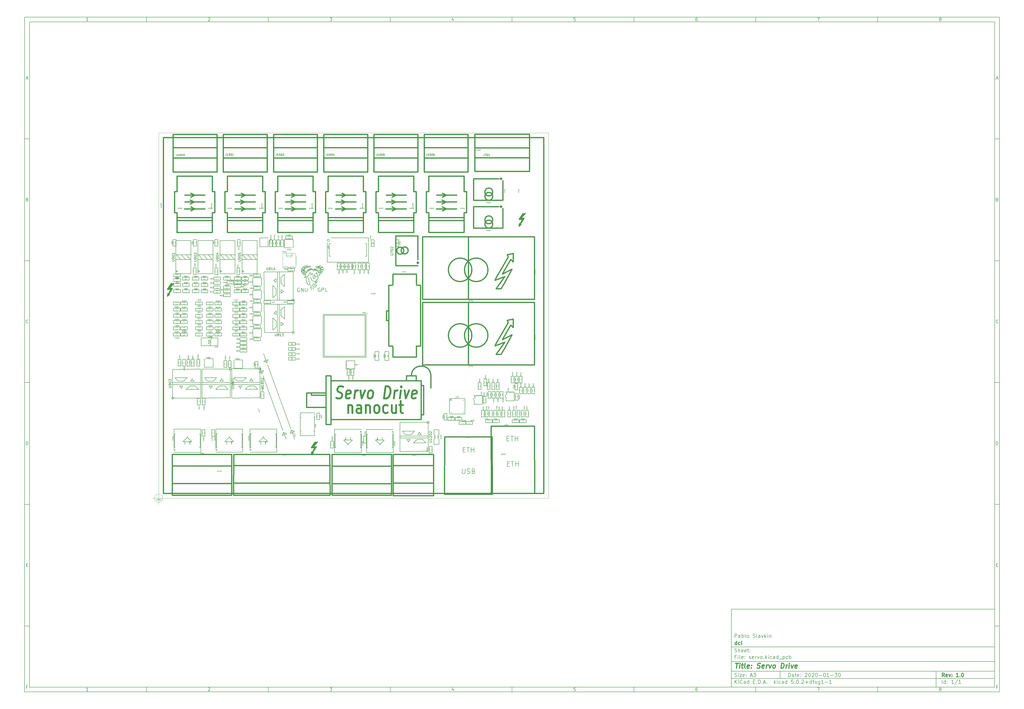
<source format=gbr>
G04 #@! TF.GenerationSoftware,KiCad,Pcbnew,5.0.2+dfsg1-1*
G04 #@! TF.CreationDate,2020-02-06T11:41:02-03:00*
G04 #@! TF.ProjectId,servo,73657276-6f2e-46b6-9963-61645f706362,1.0*
G04 #@! TF.SameCoordinates,Original*
G04 #@! TF.FileFunction,Legend,Top*
G04 #@! TF.FilePolarity,Positive*
%FSLAX46Y46*%
G04 Gerber Fmt 4.6, Leading zero omitted, Abs format (unit mm)*
G04 Created by KiCad (PCBNEW 5.0.2+dfsg1-1) date Thu 06 Feb 2020 11:41:02 AM -03*
%MOMM*%
%LPD*%
G01*
G04 APERTURE LIST*
%ADD10C,0.100000*%
%ADD11C,0.150000*%
%ADD12C,0.300000*%
%ADD13C,0.400000*%
%ADD14C,0.500000*%
%ADD15C,0.200000*%
%ADD16C,0.120000*%
%ADD17C,0.381000*%
%ADD18C,0.050000*%
%ADD19C,0.800000*%
G04 APERTURE END LIST*
D10*
D11*
X299989000Y-253002200D02*
X299989000Y-285002200D01*
X407989000Y-285002200D01*
X407989000Y-253002200D01*
X299989000Y-253002200D01*
D10*
D11*
X10000000Y-10000000D02*
X10000000Y-287002200D01*
X409989000Y-287002200D01*
X409989000Y-10000000D01*
X10000000Y-10000000D01*
D10*
D11*
X12000000Y-12000000D02*
X12000000Y-285002200D01*
X407989000Y-285002200D01*
X407989000Y-12000000D01*
X12000000Y-12000000D01*
D10*
D11*
X60000000Y-12000000D02*
X60000000Y-10000000D01*
D10*
D11*
X110000000Y-12000000D02*
X110000000Y-10000000D01*
D10*
D11*
X160000000Y-12000000D02*
X160000000Y-10000000D01*
D10*
D11*
X210000000Y-12000000D02*
X210000000Y-10000000D01*
D10*
D11*
X260000000Y-12000000D02*
X260000000Y-10000000D01*
D10*
D11*
X310000000Y-12000000D02*
X310000000Y-10000000D01*
D10*
D11*
X360000000Y-12000000D02*
X360000000Y-10000000D01*
D10*
D11*
X36065476Y-11588095D02*
X35322619Y-11588095D01*
X35694047Y-11588095D02*
X35694047Y-10288095D01*
X35570238Y-10473809D01*
X35446428Y-10597619D01*
X35322619Y-10659523D01*
D10*
D11*
X85322619Y-10411904D02*
X85384523Y-10350000D01*
X85508333Y-10288095D01*
X85817857Y-10288095D01*
X85941666Y-10350000D01*
X86003571Y-10411904D01*
X86065476Y-10535714D01*
X86065476Y-10659523D01*
X86003571Y-10845238D01*
X85260714Y-11588095D01*
X86065476Y-11588095D01*
D10*
D11*
X135260714Y-10288095D02*
X136065476Y-10288095D01*
X135632142Y-10783333D01*
X135817857Y-10783333D01*
X135941666Y-10845238D01*
X136003571Y-10907142D01*
X136065476Y-11030952D01*
X136065476Y-11340476D01*
X136003571Y-11464285D01*
X135941666Y-11526190D01*
X135817857Y-11588095D01*
X135446428Y-11588095D01*
X135322619Y-11526190D01*
X135260714Y-11464285D01*
D10*
D11*
X185941666Y-10721428D02*
X185941666Y-11588095D01*
X185632142Y-10226190D02*
X185322619Y-11154761D01*
X186127380Y-11154761D01*
D10*
D11*
X236003571Y-10288095D02*
X235384523Y-10288095D01*
X235322619Y-10907142D01*
X235384523Y-10845238D01*
X235508333Y-10783333D01*
X235817857Y-10783333D01*
X235941666Y-10845238D01*
X236003571Y-10907142D01*
X236065476Y-11030952D01*
X236065476Y-11340476D01*
X236003571Y-11464285D01*
X235941666Y-11526190D01*
X235817857Y-11588095D01*
X235508333Y-11588095D01*
X235384523Y-11526190D01*
X235322619Y-11464285D01*
D10*
D11*
X285941666Y-10288095D02*
X285694047Y-10288095D01*
X285570238Y-10350000D01*
X285508333Y-10411904D01*
X285384523Y-10597619D01*
X285322619Y-10845238D01*
X285322619Y-11340476D01*
X285384523Y-11464285D01*
X285446428Y-11526190D01*
X285570238Y-11588095D01*
X285817857Y-11588095D01*
X285941666Y-11526190D01*
X286003571Y-11464285D01*
X286065476Y-11340476D01*
X286065476Y-11030952D01*
X286003571Y-10907142D01*
X285941666Y-10845238D01*
X285817857Y-10783333D01*
X285570238Y-10783333D01*
X285446428Y-10845238D01*
X285384523Y-10907142D01*
X285322619Y-11030952D01*
D10*
D11*
X335260714Y-10288095D02*
X336127380Y-10288095D01*
X335570238Y-11588095D01*
D10*
D11*
X385570238Y-10845238D02*
X385446428Y-10783333D01*
X385384523Y-10721428D01*
X385322619Y-10597619D01*
X385322619Y-10535714D01*
X385384523Y-10411904D01*
X385446428Y-10350000D01*
X385570238Y-10288095D01*
X385817857Y-10288095D01*
X385941666Y-10350000D01*
X386003571Y-10411904D01*
X386065476Y-10535714D01*
X386065476Y-10597619D01*
X386003571Y-10721428D01*
X385941666Y-10783333D01*
X385817857Y-10845238D01*
X385570238Y-10845238D01*
X385446428Y-10907142D01*
X385384523Y-10969047D01*
X385322619Y-11092857D01*
X385322619Y-11340476D01*
X385384523Y-11464285D01*
X385446428Y-11526190D01*
X385570238Y-11588095D01*
X385817857Y-11588095D01*
X385941666Y-11526190D01*
X386003571Y-11464285D01*
X386065476Y-11340476D01*
X386065476Y-11092857D01*
X386003571Y-10969047D01*
X385941666Y-10907142D01*
X385817857Y-10845238D01*
D10*
D11*
X60000000Y-285002200D02*
X60000000Y-287002200D01*
D10*
D11*
X110000000Y-285002200D02*
X110000000Y-287002200D01*
D10*
D11*
X160000000Y-285002200D02*
X160000000Y-287002200D01*
D10*
D11*
X210000000Y-285002200D02*
X210000000Y-287002200D01*
D10*
D11*
X260000000Y-285002200D02*
X260000000Y-287002200D01*
D10*
D11*
X310000000Y-285002200D02*
X310000000Y-287002200D01*
D10*
D11*
X360000000Y-285002200D02*
X360000000Y-287002200D01*
D10*
D11*
X36065476Y-286590295D02*
X35322619Y-286590295D01*
X35694047Y-286590295D02*
X35694047Y-285290295D01*
X35570238Y-285476009D01*
X35446428Y-285599819D01*
X35322619Y-285661723D01*
D10*
D11*
X85322619Y-285414104D02*
X85384523Y-285352200D01*
X85508333Y-285290295D01*
X85817857Y-285290295D01*
X85941666Y-285352200D01*
X86003571Y-285414104D01*
X86065476Y-285537914D01*
X86065476Y-285661723D01*
X86003571Y-285847438D01*
X85260714Y-286590295D01*
X86065476Y-286590295D01*
D10*
D11*
X135260714Y-285290295D02*
X136065476Y-285290295D01*
X135632142Y-285785533D01*
X135817857Y-285785533D01*
X135941666Y-285847438D01*
X136003571Y-285909342D01*
X136065476Y-286033152D01*
X136065476Y-286342676D01*
X136003571Y-286466485D01*
X135941666Y-286528390D01*
X135817857Y-286590295D01*
X135446428Y-286590295D01*
X135322619Y-286528390D01*
X135260714Y-286466485D01*
D10*
D11*
X185941666Y-285723628D02*
X185941666Y-286590295D01*
X185632142Y-285228390D02*
X185322619Y-286156961D01*
X186127380Y-286156961D01*
D10*
D11*
X236003571Y-285290295D02*
X235384523Y-285290295D01*
X235322619Y-285909342D01*
X235384523Y-285847438D01*
X235508333Y-285785533D01*
X235817857Y-285785533D01*
X235941666Y-285847438D01*
X236003571Y-285909342D01*
X236065476Y-286033152D01*
X236065476Y-286342676D01*
X236003571Y-286466485D01*
X235941666Y-286528390D01*
X235817857Y-286590295D01*
X235508333Y-286590295D01*
X235384523Y-286528390D01*
X235322619Y-286466485D01*
D10*
D11*
X285941666Y-285290295D02*
X285694047Y-285290295D01*
X285570238Y-285352200D01*
X285508333Y-285414104D01*
X285384523Y-285599819D01*
X285322619Y-285847438D01*
X285322619Y-286342676D01*
X285384523Y-286466485D01*
X285446428Y-286528390D01*
X285570238Y-286590295D01*
X285817857Y-286590295D01*
X285941666Y-286528390D01*
X286003571Y-286466485D01*
X286065476Y-286342676D01*
X286065476Y-286033152D01*
X286003571Y-285909342D01*
X285941666Y-285847438D01*
X285817857Y-285785533D01*
X285570238Y-285785533D01*
X285446428Y-285847438D01*
X285384523Y-285909342D01*
X285322619Y-286033152D01*
D10*
D11*
X335260714Y-285290295D02*
X336127380Y-285290295D01*
X335570238Y-286590295D01*
D10*
D11*
X385570238Y-285847438D02*
X385446428Y-285785533D01*
X385384523Y-285723628D01*
X385322619Y-285599819D01*
X385322619Y-285537914D01*
X385384523Y-285414104D01*
X385446428Y-285352200D01*
X385570238Y-285290295D01*
X385817857Y-285290295D01*
X385941666Y-285352200D01*
X386003571Y-285414104D01*
X386065476Y-285537914D01*
X386065476Y-285599819D01*
X386003571Y-285723628D01*
X385941666Y-285785533D01*
X385817857Y-285847438D01*
X385570238Y-285847438D01*
X385446428Y-285909342D01*
X385384523Y-285971247D01*
X385322619Y-286095057D01*
X385322619Y-286342676D01*
X385384523Y-286466485D01*
X385446428Y-286528390D01*
X385570238Y-286590295D01*
X385817857Y-286590295D01*
X385941666Y-286528390D01*
X386003571Y-286466485D01*
X386065476Y-286342676D01*
X386065476Y-286095057D01*
X386003571Y-285971247D01*
X385941666Y-285909342D01*
X385817857Y-285847438D01*
D10*
D11*
X10000000Y-60000000D02*
X12000000Y-60000000D01*
D10*
D11*
X10000000Y-110000000D02*
X12000000Y-110000000D01*
D10*
D11*
X10000000Y-160000000D02*
X12000000Y-160000000D01*
D10*
D11*
X10000000Y-210000000D02*
X12000000Y-210000000D01*
D10*
D11*
X10000000Y-260000000D02*
X12000000Y-260000000D01*
D10*
D11*
X10690476Y-35216666D02*
X11309523Y-35216666D01*
X10566666Y-35588095D02*
X11000000Y-34288095D01*
X11433333Y-35588095D01*
D10*
D11*
X11092857Y-84907142D02*
X11278571Y-84969047D01*
X11340476Y-85030952D01*
X11402380Y-85154761D01*
X11402380Y-85340476D01*
X11340476Y-85464285D01*
X11278571Y-85526190D01*
X11154761Y-85588095D01*
X10659523Y-85588095D01*
X10659523Y-84288095D01*
X11092857Y-84288095D01*
X11216666Y-84350000D01*
X11278571Y-84411904D01*
X11340476Y-84535714D01*
X11340476Y-84659523D01*
X11278571Y-84783333D01*
X11216666Y-84845238D01*
X11092857Y-84907142D01*
X10659523Y-84907142D01*
D10*
D11*
X11402380Y-135464285D02*
X11340476Y-135526190D01*
X11154761Y-135588095D01*
X11030952Y-135588095D01*
X10845238Y-135526190D01*
X10721428Y-135402380D01*
X10659523Y-135278571D01*
X10597619Y-135030952D01*
X10597619Y-134845238D01*
X10659523Y-134597619D01*
X10721428Y-134473809D01*
X10845238Y-134350000D01*
X11030952Y-134288095D01*
X11154761Y-134288095D01*
X11340476Y-134350000D01*
X11402380Y-134411904D01*
D10*
D11*
X10659523Y-185588095D02*
X10659523Y-184288095D01*
X10969047Y-184288095D01*
X11154761Y-184350000D01*
X11278571Y-184473809D01*
X11340476Y-184597619D01*
X11402380Y-184845238D01*
X11402380Y-185030952D01*
X11340476Y-185278571D01*
X11278571Y-185402380D01*
X11154761Y-185526190D01*
X10969047Y-185588095D01*
X10659523Y-185588095D01*
D10*
D11*
X10721428Y-234907142D02*
X11154761Y-234907142D01*
X11340476Y-235588095D02*
X10721428Y-235588095D01*
X10721428Y-234288095D01*
X11340476Y-234288095D01*
D10*
D11*
X11185714Y-284907142D02*
X10752380Y-284907142D01*
X10752380Y-285588095D02*
X10752380Y-284288095D01*
X11371428Y-284288095D01*
D10*
D11*
X409989000Y-60000000D02*
X407989000Y-60000000D01*
D10*
D11*
X409989000Y-110000000D02*
X407989000Y-110000000D01*
D10*
D11*
X409989000Y-160000000D02*
X407989000Y-160000000D01*
D10*
D11*
X409989000Y-210000000D02*
X407989000Y-210000000D01*
D10*
D11*
X409989000Y-260000000D02*
X407989000Y-260000000D01*
D10*
D11*
X408679476Y-35216666D02*
X409298523Y-35216666D01*
X408555666Y-35588095D02*
X408989000Y-34288095D01*
X409422333Y-35588095D01*
D10*
D11*
X409081857Y-84907142D02*
X409267571Y-84969047D01*
X409329476Y-85030952D01*
X409391380Y-85154761D01*
X409391380Y-85340476D01*
X409329476Y-85464285D01*
X409267571Y-85526190D01*
X409143761Y-85588095D01*
X408648523Y-85588095D01*
X408648523Y-84288095D01*
X409081857Y-84288095D01*
X409205666Y-84350000D01*
X409267571Y-84411904D01*
X409329476Y-84535714D01*
X409329476Y-84659523D01*
X409267571Y-84783333D01*
X409205666Y-84845238D01*
X409081857Y-84907142D01*
X408648523Y-84907142D01*
D10*
D11*
X409391380Y-135464285D02*
X409329476Y-135526190D01*
X409143761Y-135588095D01*
X409019952Y-135588095D01*
X408834238Y-135526190D01*
X408710428Y-135402380D01*
X408648523Y-135278571D01*
X408586619Y-135030952D01*
X408586619Y-134845238D01*
X408648523Y-134597619D01*
X408710428Y-134473809D01*
X408834238Y-134350000D01*
X409019952Y-134288095D01*
X409143761Y-134288095D01*
X409329476Y-134350000D01*
X409391380Y-134411904D01*
D10*
D11*
X408648523Y-185588095D02*
X408648523Y-184288095D01*
X408958047Y-184288095D01*
X409143761Y-184350000D01*
X409267571Y-184473809D01*
X409329476Y-184597619D01*
X409391380Y-184845238D01*
X409391380Y-185030952D01*
X409329476Y-185278571D01*
X409267571Y-185402380D01*
X409143761Y-185526190D01*
X408958047Y-185588095D01*
X408648523Y-185588095D01*
D10*
D11*
X408710428Y-234907142D02*
X409143761Y-234907142D01*
X409329476Y-235588095D02*
X408710428Y-235588095D01*
X408710428Y-234288095D01*
X409329476Y-234288095D01*
D10*
D11*
X409174714Y-284907142D02*
X408741380Y-284907142D01*
X408741380Y-285588095D02*
X408741380Y-284288095D01*
X409360428Y-284288095D01*
D10*
D11*
X323421142Y-280780771D02*
X323421142Y-279280771D01*
X323778285Y-279280771D01*
X323992571Y-279352200D01*
X324135428Y-279495057D01*
X324206857Y-279637914D01*
X324278285Y-279923628D01*
X324278285Y-280137914D01*
X324206857Y-280423628D01*
X324135428Y-280566485D01*
X323992571Y-280709342D01*
X323778285Y-280780771D01*
X323421142Y-280780771D01*
X325564000Y-280780771D02*
X325564000Y-279995057D01*
X325492571Y-279852200D01*
X325349714Y-279780771D01*
X325064000Y-279780771D01*
X324921142Y-279852200D01*
X325564000Y-280709342D02*
X325421142Y-280780771D01*
X325064000Y-280780771D01*
X324921142Y-280709342D01*
X324849714Y-280566485D01*
X324849714Y-280423628D01*
X324921142Y-280280771D01*
X325064000Y-280209342D01*
X325421142Y-280209342D01*
X325564000Y-280137914D01*
X326064000Y-279780771D02*
X326635428Y-279780771D01*
X326278285Y-279280771D02*
X326278285Y-280566485D01*
X326349714Y-280709342D01*
X326492571Y-280780771D01*
X326635428Y-280780771D01*
X327706857Y-280709342D02*
X327564000Y-280780771D01*
X327278285Y-280780771D01*
X327135428Y-280709342D01*
X327064000Y-280566485D01*
X327064000Y-279995057D01*
X327135428Y-279852200D01*
X327278285Y-279780771D01*
X327564000Y-279780771D01*
X327706857Y-279852200D01*
X327778285Y-279995057D01*
X327778285Y-280137914D01*
X327064000Y-280280771D01*
X328421142Y-280637914D02*
X328492571Y-280709342D01*
X328421142Y-280780771D01*
X328349714Y-280709342D01*
X328421142Y-280637914D01*
X328421142Y-280780771D01*
X328421142Y-279852200D02*
X328492571Y-279923628D01*
X328421142Y-279995057D01*
X328349714Y-279923628D01*
X328421142Y-279852200D01*
X328421142Y-279995057D01*
X330206857Y-279423628D02*
X330278285Y-279352200D01*
X330421142Y-279280771D01*
X330778285Y-279280771D01*
X330921142Y-279352200D01*
X330992571Y-279423628D01*
X331064000Y-279566485D01*
X331064000Y-279709342D01*
X330992571Y-279923628D01*
X330135428Y-280780771D01*
X331064000Y-280780771D01*
X331992571Y-279280771D02*
X332135428Y-279280771D01*
X332278285Y-279352200D01*
X332349714Y-279423628D01*
X332421142Y-279566485D01*
X332492571Y-279852200D01*
X332492571Y-280209342D01*
X332421142Y-280495057D01*
X332349714Y-280637914D01*
X332278285Y-280709342D01*
X332135428Y-280780771D01*
X331992571Y-280780771D01*
X331849714Y-280709342D01*
X331778285Y-280637914D01*
X331706857Y-280495057D01*
X331635428Y-280209342D01*
X331635428Y-279852200D01*
X331706857Y-279566485D01*
X331778285Y-279423628D01*
X331849714Y-279352200D01*
X331992571Y-279280771D01*
X333064000Y-279423628D02*
X333135428Y-279352200D01*
X333278285Y-279280771D01*
X333635428Y-279280771D01*
X333778285Y-279352200D01*
X333849714Y-279423628D01*
X333921142Y-279566485D01*
X333921142Y-279709342D01*
X333849714Y-279923628D01*
X332992571Y-280780771D01*
X333921142Y-280780771D01*
X334849714Y-279280771D02*
X334992571Y-279280771D01*
X335135428Y-279352200D01*
X335206857Y-279423628D01*
X335278285Y-279566485D01*
X335349714Y-279852200D01*
X335349714Y-280209342D01*
X335278285Y-280495057D01*
X335206857Y-280637914D01*
X335135428Y-280709342D01*
X334992571Y-280780771D01*
X334849714Y-280780771D01*
X334706857Y-280709342D01*
X334635428Y-280637914D01*
X334564000Y-280495057D01*
X334492571Y-280209342D01*
X334492571Y-279852200D01*
X334564000Y-279566485D01*
X334635428Y-279423628D01*
X334706857Y-279352200D01*
X334849714Y-279280771D01*
X335992571Y-280209342D02*
X337135428Y-280209342D01*
X338135428Y-279280771D02*
X338278285Y-279280771D01*
X338421142Y-279352200D01*
X338492571Y-279423628D01*
X338564000Y-279566485D01*
X338635428Y-279852200D01*
X338635428Y-280209342D01*
X338564000Y-280495057D01*
X338492571Y-280637914D01*
X338421142Y-280709342D01*
X338278285Y-280780771D01*
X338135428Y-280780771D01*
X337992571Y-280709342D01*
X337921142Y-280637914D01*
X337849714Y-280495057D01*
X337778285Y-280209342D01*
X337778285Y-279852200D01*
X337849714Y-279566485D01*
X337921142Y-279423628D01*
X337992571Y-279352200D01*
X338135428Y-279280771D01*
X340064000Y-280780771D02*
X339206857Y-280780771D01*
X339635428Y-280780771D02*
X339635428Y-279280771D01*
X339492571Y-279495057D01*
X339349714Y-279637914D01*
X339206857Y-279709342D01*
X340706857Y-280209342D02*
X341849714Y-280209342D01*
X342421142Y-279280771D02*
X343349714Y-279280771D01*
X342849714Y-279852200D01*
X343064000Y-279852200D01*
X343206857Y-279923628D01*
X343278285Y-279995057D01*
X343349714Y-280137914D01*
X343349714Y-280495057D01*
X343278285Y-280637914D01*
X343206857Y-280709342D01*
X343064000Y-280780771D01*
X342635428Y-280780771D01*
X342492571Y-280709342D01*
X342421142Y-280637914D01*
X344278285Y-279280771D02*
X344421142Y-279280771D01*
X344564000Y-279352200D01*
X344635428Y-279423628D01*
X344706857Y-279566485D01*
X344778285Y-279852200D01*
X344778285Y-280209342D01*
X344706857Y-280495057D01*
X344635428Y-280637914D01*
X344564000Y-280709342D01*
X344421142Y-280780771D01*
X344278285Y-280780771D01*
X344135428Y-280709342D01*
X344064000Y-280637914D01*
X343992571Y-280495057D01*
X343921142Y-280209342D01*
X343921142Y-279852200D01*
X343992571Y-279566485D01*
X344064000Y-279423628D01*
X344135428Y-279352200D01*
X344278285Y-279280771D01*
D10*
D11*
X299989000Y-281502200D02*
X407989000Y-281502200D01*
D10*
D11*
X301421142Y-283580771D02*
X301421142Y-282080771D01*
X302278285Y-283580771D02*
X301635428Y-282723628D01*
X302278285Y-282080771D02*
X301421142Y-282937914D01*
X302921142Y-283580771D02*
X302921142Y-282580771D01*
X302921142Y-282080771D02*
X302849714Y-282152200D01*
X302921142Y-282223628D01*
X302992571Y-282152200D01*
X302921142Y-282080771D01*
X302921142Y-282223628D01*
X304492571Y-283437914D02*
X304421142Y-283509342D01*
X304206857Y-283580771D01*
X304064000Y-283580771D01*
X303849714Y-283509342D01*
X303706857Y-283366485D01*
X303635428Y-283223628D01*
X303564000Y-282937914D01*
X303564000Y-282723628D01*
X303635428Y-282437914D01*
X303706857Y-282295057D01*
X303849714Y-282152200D01*
X304064000Y-282080771D01*
X304206857Y-282080771D01*
X304421142Y-282152200D01*
X304492571Y-282223628D01*
X305778285Y-283580771D02*
X305778285Y-282795057D01*
X305706857Y-282652200D01*
X305564000Y-282580771D01*
X305278285Y-282580771D01*
X305135428Y-282652200D01*
X305778285Y-283509342D02*
X305635428Y-283580771D01*
X305278285Y-283580771D01*
X305135428Y-283509342D01*
X305064000Y-283366485D01*
X305064000Y-283223628D01*
X305135428Y-283080771D01*
X305278285Y-283009342D01*
X305635428Y-283009342D01*
X305778285Y-282937914D01*
X307135428Y-283580771D02*
X307135428Y-282080771D01*
X307135428Y-283509342D02*
X306992571Y-283580771D01*
X306706857Y-283580771D01*
X306564000Y-283509342D01*
X306492571Y-283437914D01*
X306421142Y-283295057D01*
X306421142Y-282866485D01*
X306492571Y-282723628D01*
X306564000Y-282652200D01*
X306706857Y-282580771D01*
X306992571Y-282580771D01*
X307135428Y-282652200D01*
X308992571Y-282795057D02*
X309492571Y-282795057D01*
X309706857Y-283580771D02*
X308992571Y-283580771D01*
X308992571Y-282080771D01*
X309706857Y-282080771D01*
X310349714Y-283437914D02*
X310421142Y-283509342D01*
X310349714Y-283580771D01*
X310278285Y-283509342D01*
X310349714Y-283437914D01*
X310349714Y-283580771D01*
X311064000Y-283580771D02*
X311064000Y-282080771D01*
X311421142Y-282080771D01*
X311635428Y-282152200D01*
X311778285Y-282295057D01*
X311849714Y-282437914D01*
X311921142Y-282723628D01*
X311921142Y-282937914D01*
X311849714Y-283223628D01*
X311778285Y-283366485D01*
X311635428Y-283509342D01*
X311421142Y-283580771D01*
X311064000Y-283580771D01*
X312564000Y-283437914D02*
X312635428Y-283509342D01*
X312564000Y-283580771D01*
X312492571Y-283509342D01*
X312564000Y-283437914D01*
X312564000Y-283580771D01*
X313206857Y-283152200D02*
X313921142Y-283152200D01*
X313064000Y-283580771D02*
X313564000Y-282080771D01*
X314064000Y-283580771D01*
X314564000Y-283437914D02*
X314635428Y-283509342D01*
X314564000Y-283580771D01*
X314492571Y-283509342D01*
X314564000Y-283437914D01*
X314564000Y-283580771D01*
X317564000Y-283580771D02*
X317564000Y-282080771D01*
X317706857Y-283009342D02*
X318135428Y-283580771D01*
X318135428Y-282580771D02*
X317564000Y-283152200D01*
X318778285Y-283580771D02*
X318778285Y-282580771D01*
X318778285Y-282080771D02*
X318706857Y-282152200D01*
X318778285Y-282223628D01*
X318849714Y-282152200D01*
X318778285Y-282080771D01*
X318778285Y-282223628D01*
X320135428Y-283509342D02*
X319992571Y-283580771D01*
X319706857Y-283580771D01*
X319564000Y-283509342D01*
X319492571Y-283437914D01*
X319421142Y-283295057D01*
X319421142Y-282866485D01*
X319492571Y-282723628D01*
X319564000Y-282652200D01*
X319706857Y-282580771D01*
X319992571Y-282580771D01*
X320135428Y-282652200D01*
X321421142Y-283580771D02*
X321421142Y-282795057D01*
X321349714Y-282652200D01*
X321206857Y-282580771D01*
X320921142Y-282580771D01*
X320778285Y-282652200D01*
X321421142Y-283509342D02*
X321278285Y-283580771D01*
X320921142Y-283580771D01*
X320778285Y-283509342D01*
X320706857Y-283366485D01*
X320706857Y-283223628D01*
X320778285Y-283080771D01*
X320921142Y-283009342D01*
X321278285Y-283009342D01*
X321421142Y-282937914D01*
X322778285Y-283580771D02*
X322778285Y-282080771D01*
X322778285Y-283509342D02*
X322635428Y-283580771D01*
X322349714Y-283580771D01*
X322206857Y-283509342D01*
X322135428Y-283437914D01*
X322064000Y-283295057D01*
X322064000Y-282866485D01*
X322135428Y-282723628D01*
X322206857Y-282652200D01*
X322349714Y-282580771D01*
X322635428Y-282580771D01*
X322778285Y-282652200D01*
X325349714Y-282080771D02*
X324635428Y-282080771D01*
X324564000Y-282795057D01*
X324635428Y-282723628D01*
X324778285Y-282652200D01*
X325135428Y-282652200D01*
X325278285Y-282723628D01*
X325349714Y-282795057D01*
X325421142Y-282937914D01*
X325421142Y-283295057D01*
X325349714Y-283437914D01*
X325278285Y-283509342D01*
X325135428Y-283580771D01*
X324778285Y-283580771D01*
X324635428Y-283509342D01*
X324564000Y-283437914D01*
X326064000Y-283437914D02*
X326135428Y-283509342D01*
X326064000Y-283580771D01*
X325992571Y-283509342D01*
X326064000Y-283437914D01*
X326064000Y-283580771D01*
X327064000Y-282080771D02*
X327206857Y-282080771D01*
X327349714Y-282152200D01*
X327421142Y-282223628D01*
X327492571Y-282366485D01*
X327564000Y-282652200D01*
X327564000Y-283009342D01*
X327492571Y-283295057D01*
X327421142Y-283437914D01*
X327349714Y-283509342D01*
X327206857Y-283580771D01*
X327064000Y-283580771D01*
X326921142Y-283509342D01*
X326849714Y-283437914D01*
X326778285Y-283295057D01*
X326706857Y-283009342D01*
X326706857Y-282652200D01*
X326778285Y-282366485D01*
X326849714Y-282223628D01*
X326921142Y-282152200D01*
X327064000Y-282080771D01*
X328206857Y-283437914D02*
X328278285Y-283509342D01*
X328206857Y-283580771D01*
X328135428Y-283509342D01*
X328206857Y-283437914D01*
X328206857Y-283580771D01*
X328849714Y-282223628D02*
X328921142Y-282152200D01*
X329064000Y-282080771D01*
X329421142Y-282080771D01*
X329564000Y-282152200D01*
X329635428Y-282223628D01*
X329706857Y-282366485D01*
X329706857Y-282509342D01*
X329635428Y-282723628D01*
X328778285Y-283580771D01*
X329706857Y-283580771D01*
X330349714Y-283009342D02*
X331492571Y-283009342D01*
X330921142Y-283580771D02*
X330921142Y-282437914D01*
X332849714Y-283580771D02*
X332849714Y-282080771D01*
X332849714Y-283509342D02*
X332706857Y-283580771D01*
X332421142Y-283580771D01*
X332278285Y-283509342D01*
X332206857Y-283437914D01*
X332135428Y-283295057D01*
X332135428Y-282866485D01*
X332206857Y-282723628D01*
X332278285Y-282652200D01*
X332421142Y-282580771D01*
X332706857Y-282580771D01*
X332849714Y-282652200D01*
X333349714Y-282580771D02*
X333921142Y-282580771D01*
X333564000Y-283580771D02*
X333564000Y-282295057D01*
X333635428Y-282152200D01*
X333778285Y-282080771D01*
X333921142Y-282080771D01*
X334349714Y-283509342D02*
X334492571Y-283580771D01*
X334778285Y-283580771D01*
X334921142Y-283509342D01*
X334992571Y-283366485D01*
X334992571Y-283295057D01*
X334921142Y-283152200D01*
X334778285Y-283080771D01*
X334564000Y-283080771D01*
X334421142Y-283009342D01*
X334349714Y-282866485D01*
X334349714Y-282795057D01*
X334421142Y-282652200D01*
X334564000Y-282580771D01*
X334778285Y-282580771D01*
X334921142Y-282652200D01*
X336278285Y-282580771D02*
X336278285Y-283795057D01*
X336206857Y-283937914D01*
X336135428Y-284009342D01*
X335992571Y-284080771D01*
X335778285Y-284080771D01*
X335635428Y-284009342D01*
X336278285Y-283509342D02*
X336135428Y-283580771D01*
X335849714Y-283580771D01*
X335706857Y-283509342D01*
X335635428Y-283437914D01*
X335564000Y-283295057D01*
X335564000Y-282866485D01*
X335635428Y-282723628D01*
X335706857Y-282652200D01*
X335849714Y-282580771D01*
X336135428Y-282580771D01*
X336278285Y-282652200D01*
X337778285Y-283580771D02*
X336921142Y-283580771D01*
X337349714Y-283580771D02*
X337349714Y-282080771D01*
X337206857Y-282295057D01*
X337064000Y-282437914D01*
X336921142Y-282509342D01*
X338421142Y-283009342D02*
X339564000Y-283009342D01*
X341064000Y-283580771D02*
X340206857Y-283580771D01*
X340635428Y-283580771D02*
X340635428Y-282080771D01*
X340492571Y-282295057D01*
X340349714Y-282437914D01*
X340206857Y-282509342D01*
D10*
D11*
X299989000Y-278502200D02*
X407989000Y-278502200D01*
D10*
D12*
X387398285Y-280780771D02*
X386898285Y-280066485D01*
X386541142Y-280780771D02*
X386541142Y-279280771D01*
X387112571Y-279280771D01*
X387255428Y-279352200D01*
X387326857Y-279423628D01*
X387398285Y-279566485D01*
X387398285Y-279780771D01*
X387326857Y-279923628D01*
X387255428Y-279995057D01*
X387112571Y-280066485D01*
X386541142Y-280066485D01*
X388612571Y-280709342D02*
X388469714Y-280780771D01*
X388184000Y-280780771D01*
X388041142Y-280709342D01*
X387969714Y-280566485D01*
X387969714Y-279995057D01*
X388041142Y-279852200D01*
X388184000Y-279780771D01*
X388469714Y-279780771D01*
X388612571Y-279852200D01*
X388684000Y-279995057D01*
X388684000Y-280137914D01*
X387969714Y-280280771D01*
X389184000Y-279780771D02*
X389541142Y-280780771D01*
X389898285Y-279780771D01*
X390469714Y-280637914D02*
X390541142Y-280709342D01*
X390469714Y-280780771D01*
X390398285Y-280709342D01*
X390469714Y-280637914D01*
X390469714Y-280780771D01*
X390469714Y-279852200D02*
X390541142Y-279923628D01*
X390469714Y-279995057D01*
X390398285Y-279923628D01*
X390469714Y-279852200D01*
X390469714Y-279995057D01*
X393112571Y-280780771D02*
X392255428Y-280780771D01*
X392684000Y-280780771D02*
X392684000Y-279280771D01*
X392541142Y-279495057D01*
X392398285Y-279637914D01*
X392255428Y-279709342D01*
X393755428Y-280637914D02*
X393826857Y-280709342D01*
X393755428Y-280780771D01*
X393684000Y-280709342D01*
X393755428Y-280637914D01*
X393755428Y-280780771D01*
X394755428Y-279280771D02*
X394898285Y-279280771D01*
X395041142Y-279352200D01*
X395112571Y-279423628D01*
X395184000Y-279566485D01*
X395255428Y-279852200D01*
X395255428Y-280209342D01*
X395184000Y-280495057D01*
X395112571Y-280637914D01*
X395041142Y-280709342D01*
X394898285Y-280780771D01*
X394755428Y-280780771D01*
X394612571Y-280709342D01*
X394541142Y-280637914D01*
X394469714Y-280495057D01*
X394398285Y-280209342D01*
X394398285Y-279852200D01*
X394469714Y-279566485D01*
X394541142Y-279423628D01*
X394612571Y-279352200D01*
X394755428Y-279280771D01*
D10*
D11*
X301349714Y-280709342D02*
X301564000Y-280780771D01*
X301921142Y-280780771D01*
X302064000Y-280709342D01*
X302135428Y-280637914D01*
X302206857Y-280495057D01*
X302206857Y-280352200D01*
X302135428Y-280209342D01*
X302064000Y-280137914D01*
X301921142Y-280066485D01*
X301635428Y-279995057D01*
X301492571Y-279923628D01*
X301421142Y-279852200D01*
X301349714Y-279709342D01*
X301349714Y-279566485D01*
X301421142Y-279423628D01*
X301492571Y-279352200D01*
X301635428Y-279280771D01*
X301992571Y-279280771D01*
X302206857Y-279352200D01*
X302849714Y-280780771D02*
X302849714Y-279780771D01*
X302849714Y-279280771D02*
X302778285Y-279352200D01*
X302849714Y-279423628D01*
X302921142Y-279352200D01*
X302849714Y-279280771D01*
X302849714Y-279423628D01*
X303421142Y-279780771D02*
X304206857Y-279780771D01*
X303421142Y-280780771D01*
X304206857Y-280780771D01*
X305349714Y-280709342D02*
X305206857Y-280780771D01*
X304921142Y-280780771D01*
X304778285Y-280709342D01*
X304706857Y-280566485D01*
X304706857Y-279995057D01*
X304778285Y-279852200D01*
X304921142Y-279780771D01*
X305206857Y-279780771D01*
X305349714Y-279852200D01*
X305421142Y-279995057D01*
X305421142Y-280137914D01*
X304706857Y-280280771D01*
X306064000Y-280637914D02*
X306135428Y-280709342D01*
X306064000Y-280780771D01*
X305992571Y-280709342D01*
X306064000Y-280637914D01*
X306064000Y-280780771D01*
X306064000Y-279852200D02*
X306135428Y-279923628D01*
X306064000Y-279995057D01*
X305992571Y-279923628D01*
X306064000Y-279852200D01*
X306064000Y-279995057D01*
X307849714Y-280352200D02*
X308564000Y-280352200D01*
X307706857Y-280780771D02*
X308206857Y-279280771D01*
X308706857Y-280780771D01*
X309064000Y-279280771D02*
X309992571Y-279280771D01*
X309492571Y-279852200D01*
X309706857Y-279852200D01*
X309849714Y-279923628D01*
X309921142Y-279995057D01*
X309992571Y-280137914D01*
X309992571Y-280495057D01*
X309921142Y-280637914D01*
X309849714Y-280709342D01*
X309706857Y-280780771D01*
X309278285Y-280780771D01*
X309135428Y-280709342D01*
X309064000Y-280637914D01*
D10*
D11*
X386421142Y-283580771D02*
X386421142Y-282080771D01*
X387778285Y-283580771D02*
X387778285Y-282080771D01*
X387778285Y-283509342D02*
X387635428Y-283580771D01*
X387349714Y-283580771D01*
X387206857Y-283509342D01*
X387135428Y-283437914D01*
X387064000Y-283295057D01*
X387064000Y-282866485D01*
X387135428Y-282723628D01*
X387206857Y-282652200D01*
X387349714Y-282580771D01*
X387635428Y-282580771D01*
X387778285Y-282652200D01*
X388492571Y-283437914D02*
X388564000Y-283509342D01*
X388492571Y-283580771D01*
X388421142Y-283509342D01*
X388492571Y-283437914D01*
X388492571Y-283580771D01*
X388492571Y-282652200D02*
X388564000Y-282723628D01*
X388492571Y-282795057D01*
X388421142Y-282723628D01*
X388492571Y-282652200D01*
X388492571Y-282795057D01*
X391135428Y-283580771D02*
X390278285Y-283580771D01*
X390706857Y-283580771D02*
X390706857Y-282080771D01*
X390564000Y-282295057D01*
X390421142Y-282437914D01*
X390278285Y-282509342D01*
X392849714Y-282009342D02*
X391564000Y-283937914D01*
X394135428Y-283580771D02*
X393278285Y-283580771D01*
X393706857Y-283580771D02*
X393706857Y-282080771D01*
X393564000Y-282295057D01*
X393421142Y-282437914D01*
X393278285Y-282509342D01*
D10*
D11*
X299989000Y-274502200D02*
X407989000Y-274502200D01*
D10*
D13*
X301701380Y-275206961D02*
X302844238Y-275206961D01*
X302022809Y-277206961D02*
X302272809Y-275206961D01*
X303260904Y-277206961D02*
X303427571Y-275873628D01*
X303510904Y-275206961D02*
X303403761Y-275302200D01*
X303487095Y-275397438D01*
X303594238Y-275302200D01*
X303510904Y-275206961D01*
X303487095Y-275397438D01*
X304094238Y-275873628D02*
X304856142Y-275873628D01*
X304463285Y-275206961D02*
X304249000Y-276921247D01*
X304320428Y-277111723D01*
X304499000Y-277206961D01*
X304689476Y-277206961D01*
X305641857Y-277206961D02*
X305463285Y-277111723D01*
X305391857Y-276921247D01*
X305606142Y-275206961D01*
X307177571Y-277111723D02*
X306975190Y-277206961D01*
X306594238Y-277206961D01*
X306415666Y-277111723D01*
X306344238Y-276921247D01*
X306439476Y-276159342D01*
X306558523Y-275968866D01*
X306760904Y-275873628D01*
X307141857Y-275873628D01*
X307320428Y-275968866D01*
X307391857Y-276159342D01*
X307368047Y-276349819D01*
X306391857Y-276540295D01*
X308141857Y-277016485D02*
X308225190Y-277111723D01*
X308118047Y-277206961D01*
X308034714Y-277111723D01*
X308141857Y-277016485D01*
X308118047Y-277206961D01*
X308272809Y-275968866D02*
X308356142Y-276064104D01*
X308249000Y-276159342D01*
X308165666Y-276064104D01*
X308272809Y-275968866D01*
X308249000Y-276159342D01*
X310510904Y-277111723D02*
X310784714Y-277206961D01*
X311260904Y-277206961D01*
X311463285Y-277111723D01*
X311570428Y-277016485D01*
X311689476Y-276826009D01*
X311713285Y-276635533D01*
X311641857Y-276445057D01*
X311558523Y-276349819D01*
X311379952Y-276254580D01*
X311010904Y-276159342D01*
X310832333Y-276064104D01*
X310749000Y-275968866D01*
X310677571Y-275778390D01*
X310701380Y-275587914D01*
X310820428Y-275397438D01*
X310927571Y-275302200D01*
X311129952Y-275206961D01*
X311606142Y-275206961D01*
X311879952Y-275302200D01*
X313272809Y-277111723D02*
X313070428Y-277206961D01*
X312689476Y-277206961D01*
X312510904Y-277111723D01*
X312439476Y-276921247D01*
X312534714Y-276159342D01*
X312653761Y-275968866D01*
X312856142Y-275873628D01*
X313237095Y-275873628D01*
X313415666Y-275968866D01*
X313487095Y-276159342D01*
X313463285Y-276349819D01*
X312487095Y-276540295D01*
X314213285Y-277206961D02*
X314379952Y-275873628D01*
X314332333Y-276254580D02*
X314451380Y-276064104D01*
X314558523Y-275968866D01*
X314760904Y-275873628D01*
X314951380Y-275873628D01*
X315427571Y-275873628D02*
X315737095Y-277206961D01*
X316379952Y-275873628D01*
X317260904Y-277206961D02*
X317082333Y-277111723D01*
X316999000Y-277016485D01*
X316927571Y-276826009D01*
X316999000Y-276254580D01*
X317118047Y-276064104D01*
X317225190Y-275968866D01*
X317427571Y-275873628D01*
X317713285Y-275873628D01*
X317891857Y-275968866D01*
X317975190Y-276064104D01*
X318046619Y-276254580D01*
X317975190Y-276826009D01*
X317856142Y-277016485D01*
X317749000Y-277111723D01*
X317546619Y-277206961D01*
X317260904Y-277206961D01*
X320308523Y-277206961D02*
X320558523Y-275206961D01*
X321034714Y-275206961D01*
X321308523Y-275302200D01*
X321475190Y-275492676D01*
X321546619Y-275683152D01*
X321594238Y-276064104D01*
X321558523Y-276349819D01*
X321415666Y-276730771D01*
X321296619Y-276921247D01*
X321082333Y-277111723D01*
X320784714Y-277206961D01*
X320308523Y-277206961D01*
X322308523Y-277206961D02*
X322475190Y-275873628D01*
X322427571Y-276254580D02*
X322546619Y-276064104D01*
X322653761Y-275968866D01*
X322856142Y-275873628D01*
X323046619Y-275873628D01*
X323546619Y-277206961D02*
X323713285Y-275873628D01*
X323796619Y-275206961D02*
X323689476Y-275302200D01*
X323772809Y-275397438D01*
X323879952Y-275302200D01*
X323796619Y-275206961D01*
X323772809Y-275397438D01*
X324475190Y-275873628D02*
X324784714Y-277206961D01*
X325427571Y-275873628D01*
X326796619Y-277111723D02*
X326594238Y-277206961D01*
X326213285Y-277206961D01*
X326034714Y-277111723D01*
X325963285Y-276921247D01*
X326058523Y-276159342D01*
X326177571Y-275968866D01*
X326379952Y-275873628D01*
X326760904Y-275873628D01*
X326939476Y-275968866D01*
X327010904Y-276159342D01*
X326987095Y-276349819D01*
X326010904Y-276540295D01*
D10*
D11*
X301921142Y-272595057D02*
X301421142Y-272595057D01*
X301421142Y-273380771D02*
X301421142Y-271880771D01*
X302135428Y-271880771D01*
X302706857Y-273380771D02*
X302706857Y-272380771D01*
X302706857Y-271880771D02*
X302635428Y-271952200D01*
X302706857Y-272023628D01*
X302778285Y-271952200D01*
X302706857Y-271880771D01*
X302706857Y-272023628D01*
X303635428Y-273380771D02*
X303492571Y-273309342D01*
X303421142Y-273166485D01*
X303421142Y-271880771D01*
X304778285Y-273309342D02*
X304635428Y-273380771D01*
X304349714Y-273380771D01*
X304206857Y-273309342D01*
X304135428Y-273166485D01*
X304135428Y-272595057D01*
X304206857Y-272452200D01*
X304349714Y-272380771D01*
X304635428Y-272380771D01*
X304778285Y-272452200D01*
X304849714Y-272595057D01*
X304849714Y-272737914D01*
X304135428Y-272880771D01*
X305492571Y-273237914D02*
X305564000Y-273309342D01*
X305492571Y-273380771D01*
X305421142Y-273309342D01*
X305492571Y-273237914D01*
X305492571Y-273380771D01*
X305492571Y-272452200D02*
X305564000Y-272523628D01*
X305492571Y-272595057D01*
X305421142Y-272523628D01*
X305492571Y-272452200D01*
X305492571Y-272595057D01*
X307278285Y-273309342D02*
X307421142Y-273380771D01*
X307706857Y-273380771D01*
X307849714Y-273309342D01*
X307921142Y-273166485D01*
X307921142Y-273095057D01*
X307849714Y-272952200D01*
X307706857Y-272880771D01*
X307492571Y-272880771D01*
X307349714Y-272809342D01*
X307278285Y-272666485D01*
X307278285Y-272595057D01*
X307349714Y-272452200D01*
X307492571Y-272380771D01*
X307706857Y-272380771D01*
X307849714Y-272452200D01*
X309135428Y-273309342D02*
X308992571Y-273380771D01*
X308706857Y-273380771D01*
X308564000Y-273309342D01*
X308492571Y-273166485D01*
X308492571Y-272595057D01*
X308564000Y-272452200D01*
X308706857Y-272380771D01*
X308992571Y-272380771D01*
X309135428Y-272452200D01*
X309206857Y-272595057D01*
X309206857Y-272737914D01*
X308492571Y-272880771D01*
X309849714Y-273380771D02*
X309849714Y-272380771D01*
X309849714Y-272666485D02*
X309921142Y-272523628D01*
X309992571Y-272452200D01*
X310135428Y-272380771D01*
X310278285Y-272380771D01*
X310635428Y-272380771D02*
X310992571Y-273380771D01*
X311349714Y-272380771D01*
X312135428Y-273380771D02*
X311992571Y-273309342D01*
X311921142Y-273237914D01*
X311849714Y-273095057D01*
X311849714Y-272666485D01*
X311921142Y-272523628D01*
X311992571Y-272452200D01*
X312135428Y-272380771D01*
X312349714Y-272380771D01*
X312492571Y-272452200D01*
X312564000Y-272523628D01*
X312635428Y-272666485D01*
X312635428Y-273095057D01*
X312564000Y-273237914D01*
X312492571Y-273309342D01*
X312349714Y-273380771D01*
X312135428Y-273380771D01*
X313278285Y-273237914D02*
X313349714Y-273309342D01*
X313278285Y-273380771D01*
X313206857Y-273309342D01*
X313278285Y-273237914D01*
X313278285Y-273380771D01*
X313992571Y-273380771D02*
X313992571Y-271880771D01*
X314135428Y-272809342D02*
X314564000Y-273380771D01*
X314564000Y-272380771D02*
X313992571Y-272952200D01*
X315206857Y-273380771D02*
X315206857Y-272380771D01*
X315206857Y-271880771D02*
X315135428Y-271952200D01*
X315206857Y-272023628D01*
X315278285Y-271952200D01*
X315206857Y-271880771D01*
X315206857Y-272023628D01*
X316564000Y-273309342D02*
X316421142Y-273380771D01*
X316135428Y-273380771D01*
X315992571Y-273309342D01*
X315921142Y-273237914D01*
X315849714Y-273095057D01*
X315849714Y-272666485D01*
X315921142Y-272523628D01*
X315992571Y-272452200D01*
X316135428Y-272380771D01*
X316421142Y-272380771D01*
X316564000Y-272452200D01*
X317849714Y-273380771D02*
X317849714Y-272595057D01*
X317778285Y-272452200D01*
X317635428Y-272380771D01*
X317349714Y-272380771D01*
X317206857Y-272452200D01*
X317849714Y-273309342D02*
X317706857Y-273380771D01*
X317349714Y-273380771D01*
X317206857Y-273309342D01*
X317135428Y-273166485D01*
X317135428Y-273023628D01*
X317206857Y-272880771D01*
X317349714Y-272809342D01*
X317706857Y-272809342D01*
X317849714Y-272737914D01*
X319206857Y-273380771D02*
X319206857Y-271880771D01*
X319206857Y-273309342D02*
X319064000Y-273380771D01*
X318778285Y-273380771D01*
X318635428Y-273309342D01*
X318564000Y-273237914D01*
X318492571Y-273095057D01*
X318492571Y-272666485D01*
X318564000Y-272523628D01*
X318635428Y-272452200D01*
X318778285Y-272380771D01*
X319064000Y-272380771D01*
X319206857Y-272452200D01*
X319564000Y-273523628D02*
X320706857Y-273523628D01*
X321064000Y-272380771D02*
X321064000Y-273880771D01*
X321064000Y-272452200D02*
X321206857Y-272380771D01*
X321492571Y-272380771D01*
X321635428Y-272452200D01*
X321706857Y-272523628D01*
X321778285Y-272666485D01*
X321778285Y-273095057D01*
X321706857Y-273237914D01*
X321635428Y-273309342D01*
X321492571Y-273380771D01*
X321206857Y-273380771D01*
X321064000Y-273309342D01*
X323064000Y-273309342D02*
X322921142Y-273380771D01*
X322635428Y-273380771D01*
X322492571Y-273309342D01*
X322421142Y-273237914D01*
X322349714Y-273095057D01*
X322349714Y-272666485D01*
X322421142Y-272523628D01*
X322492571Y-272452200D01*
X322635428Y-272380771D01*
X322921142Y-272380771D01*
X323064000Y-272452200D01*
X323706857Y-273380771D02*
X323706857Y-271880771D01*
X323706857Y-272452200D02*
X323849714Y-272380771D01*
X324135428Y-272380771D01*
X324278285Y-272452200D01*
X324349714Y-272523628D01*
X324421142Y-272666485D01*
X324421142Y-273095057D01*
X324349714Y-273237914D01*
X324278285Y-273309342D01*
X324135428Y-273380771D01*
X323849714Y-273380771D01*
X323706857Y-273309342D01*
D10*
D11*
X299989000Y-268502200D02*
X407989000Y-268502200D01*
D10*
D11*
X301349714Y-270609342D02*
X301564000Y-270680771D01*
X301921142Y-270680771D01*
X302064000Y-270609342D01*
X302135428Y-270537914D01*
X302206857Y-270395057D01*
X302206857Y-270252200D01*
X302135428Y-270109342D01*
X302064000Y-270037914D01*
X301921142Y-269966485D01*
X301635428Y-269895057D01*
X301492571Y-269823628D01*
X301421142Y-269752200D01*
X301349714Y-269609342D01*
X301349714Y-269466485D01*
X301421142Y-269323628D01*
X301492571Y-269252200D01*
X301635428Y-269180771D01*
X301992571Y-269180771D01*
X302206857Y-269252200D01*
X302849714Y-270680771D02*
X302849714Y-269180771D01*
X303492571Y-270680771D02*
X303492571Y-269895057D01*
X303421142Y-269752200D01*
X303278285Y-269680771D01*
X303064000Y-269680771D01*
X302921142Y-269752200D01*
X302849714Y-269823628D01*
X304778285Y-270609342D02*
X304635428Y-270680771D01*
X304349714Y-270680771D01*
X304206857Y-270609342D01*
X304135428Y-270466485D01*
X304135428Y-269895057D01*
X304206857Y-269752200D01*
X304349714Y-269680771D01*
X304635428Y-269680771D01*
X304778285Y-269752200D01*
X304849714Y-269895057D01*
X304849714Y-270037914D01*
X304135428Y-270180771D01*
X306064000Y-270609342D02*
X305921142Y-270680771D01*
X305635428Y-270680771D01*
X305492571Y-270609342D01*
X305421142Y-270466485D01*
X305421142Y-269895057D01*
X305492571Y-269752200D01*
X305635428Y-269680771D01*
X305921142Y-269680771D01*
X306064000Y-269752200D01*
X306135428Y-269895057D01*
X306135428Y-270037914D01*
X305421142Y-270180771D01*
X306564000Y-269680771D02*
X307135428Y-269680771D01*
X306778285Y-269180771D02*
X306778285Y-270466485D01*
X306849714Y-270609342D01*
X306992571Y-270680771D01*
X307135428Y-270680771D01*
X307635428Y-270537914D02*
X307706857Y-270609342D01*
X307635428Y-270680771D01*
X307564000Y-270609342D01*
X307635428Y-270537914D01*
X307635428Y-270680771D01*
X307635428Y-269752200D02*
X307706857Y-269823628D01*
X307635428Y-269895057D01*
X307564000Y-269823628D01*
X307635428Y-269752200D01*
X307635428Y-269895057D01*
D10*
D12*
X302184000Y-267680771D02*
X302184000Y-266180771D01*
X302184000Y-267609342D02*
X302041142Y-267680771D01*
X301755428Y-267680771D01*
X301612571Y-267609342D01*
X301541142Y-267537914D01*
X301469714Y-267395057D01*
X301469714Y-266966485D01*
X301541142Y-266823628D01*
X301612571Y-266752200D01*
X301755428Y-266680771D01*
X302041142Y-266680771D01*
X302184000Y-266752200D01*
X303541142Y-267609342D02*
X303398285Y-267680771D01*
X303112571Y-267680771D01*
X302969714Y-267609342D01*
X302898285Y-267537914D01*
X302826857Y-267395057D01*
X302826857Y-266966485D01*
X302898285Y-266823628D01*
X302969714Y-266752200D01*
X303112571Y-266680771D01*
X303398285Y-266680771D01*
X303541142Y-266752200D01*
X304184000Y-267680771D02*
X304184000Y-266680771D01*
X304184000Y-266180771D02*
X304112571Y-266252200D01*
X304184000Y-266323628D01*
X304255428Y-266252200D01*
X304184000Y-266180771D01*
X304184000Y-266323628D01*
D10*
D11*
X301421142Y-264680771D02*
X301421142Y-263180771D01*
X301992571Y-263180771D01*
X302135428Y-263252200D01*
X302206857Y-263323628D01*
X302278285Y-263466485D01*
X302278285Y-263680771D01*
X302206857Y-263823628D01*
X302135428Y-263895057D01*
X301992571Y-263966485D01*
X301421142Y-263966485D01*
X303564000Y-264680771D02*
X303564000Y-263895057D01*
X303492571Y-263752200D01*
X303349714Y-263680771D01*
X303064000Y-263680771D01*
X302921142Y-263752200D01*
X303564000Y-264609342D02*
X303421142Y-264680771D01*
X303064000Y-264680771D01*
X302921142Y-264609342D01*
X302849714Y-264466485D01*
X302849714Y-264323628D01*
X302921142Y-264180771D01*
X303064000Y-264109342D01*
X303421142Y-264109342D01*
X303564000Y-264037914D01*
X304278285Y-264680771D02*
X304278285Y-263180771D01*
X304278285Y-263752200D02*
X304421142Y-263680771D01*
X304706857Y-263680771D01*
X304849714Y-263752200D01*
X304921142Y-263823628D01*
X304992571Y-263966485D01*
X304992571Y-264395057D01*
X304921142Y-264537914D01*
X304849714Y-264609342D01*
X304706857Y-264680771D01*
X304421142Y-264680771D01*
X304278285Y-264609342D01*
X305849714Y-264680771D02*
X305706857Y-264609342D01*
X305635428Y-264466485D01*
X305635428Y-263180771D01*
X306635428Y-264680771D02*
X306492571Y-264609342D01*
X306421142Y-264537914D01*
X306349714Y-264395057D01*
X306349714Y-263966485D01*
X306421142Y-263823628D01*
X306492571Y-263752200D01*
X306635428Y-263680771D01*
X306849714Y-263680771D01*
X306992571Y-263752200D01*
X307064000Y-263823628D01*
X307135428Y-263966485D01*
X307135428Y-264395057D01*
X307064000Y-264537914D01*
X306992571Y-264609342D01*
X306849714Y-264680771D01*
X306635428Y-264680771D01*
X308849714Y-264609342D02*
X309064000Y-264680771D01*
X309421142Y-264680771D01*
X309564000Y-264609342D01*
X309635428Y-264537914D01*
X309706857Y-264395057D01*
X309706857Y-264252200D01*
X309635428Y-264109342D01*
X309564000Y-264037914D01*
X309421142Y-263966485D01*
X309135428Y-263895057D01*
X308992571Y-263823628D01*
X308921142Y-263752200D01*
X308849714Y-263609342D01*
X308849714Y-263466485D01*
X308921142Y-263323628D01*
X308992571Y-263252200D01*
X309135428Y-263180771D01*
X309492571Y-263180771D01*
X309706857Y-263252200D01*
X310564000Y-264680771D02*
X310421142Y-264609342D01*
X310349714Y-264466485D01*
X310349714Y-263180771D01*
X311778285Y-264680771D02*
X311778285Y-263895057D01*
X311706857Y-263752200D01*
X311564000Y-263680771D01*
X311278285Y-263680771D01*
X311135428Y-263752200D01*
X311778285Y-264609342D02*
X311635428Y-264680771D01*
X311278285Y-264680771D01*
X311135428Y-264609342D01*
X311064000Y-264466485D01*
X311064000Y-264323628D01*
X311135428Y-264180771D01*
X311278285Y-264109342D01*
X311635428Y-264109342D01*
X311778285Y-264037914D01*
X312349714Y-263680771D02*
X312706857Y-264680771D01*
X313064000Y-263680771D01*
X313635428Y-264680771D02*
X313635428Y-263180771D01*
X313778285Y-264109342D02*
X314206857Y-264680771D01*
X314206857Y-263680771D02*
X313635428Y-264252200D01*
X314849714Y-264680771D02*
X314849714Y-263680771D01*
X314849714Y-263180771D02*
X314778285Y-263252200D01*
X314849714Y-263323628D01*
X314921142Y-263252200D01*
X314849714Y-263180771D01*
X314849714Y-263323628D01*
X315564000Y-263680771D02*
X315564000Y-264680771D01*
X315564000Y-263823628D02*
X315635428Y-263752200D01*
X315778285Y-263680771D01*
X315992571Y-263680771D01*
X316135428Y-263752200D01*
X316206857Y-263895057D01*
X316206857Y-264680771D01*
D10*
D11*
X319989000Y-278502200D02*
X319989000Y-281502200D01*
D10*
D11*
X383989000Y-278502200D02*
X383989000Y-285002200D01*
D14*
X223000000Y-205500000D02*
X67000000Y-205500000D01*
X223000000Y-59500000D02*
X223000000Y-205500000D01*
X67000000Y-59500000D02*
X223000000Y-59500000D01*
X67000000Y-205500000D02*
X67000000Y-59500000D01*
D10*
X66666666Y-207500000D02*
G75*
G03X66666666Y-207500000I-1666666J0D01*
G01*
X62500000Y-207500000D02*
X67500000Y-207500000D01*
X65000000Y-205000000D02*
X65000000Y-210000000D01*
X225000000Y-207500000D02*
X65000000Y-207500000D01*
X225000000Y-57500000D02*
X225000000Y-207500000D01*
X65000000Y-57500000D02*
X225000000Y-57500000D01*
X65000000Y-207500000D02*
X65000000Y-57500000D01*
D14*
G04 #@! TO.C,J701*
X217170000Y-58135000D02*
X217170000Y-73335000D01*
X194770000Y-58135000D02*
X217170000Y-58135000D01*
X194770000Y-73335000D02*
X194770000Y-58135000D01*
X217170000Y-73335000D02*
X194770000Y-73335000D01*
X194770000Y-63735000D02*
X217170000Y-63735000D01*
X194770000Y-67735000D02*
X217170000Y-67735000D01*
D11*
G04 #@! TO.C,logo1304*
X133500357Y-121110099D02*
X133500357Y-122710299D01*
X133500357Y-122710299D02*
X134201397Y-122710299D01*
X131950957Y-122659499D02*
X131950957Y-121209159D01*
X131950957Y-121209159D02*
X132502137Y-121160899D01*
X132502137Y-121160899D02*
X132751057Y-121359019D01*
X132751057Y-121359019D02*
X132850117Y-121760339D01*
X132850117Y-121760339D02*
X132550397Y-121910199D01*
X132550397Y-121910199D02*
X132050017Y-121859399D01*
X131249917Y-121259959D02*
X131000997Y-121160899D01*
X131000997Y-121160899D02*
X130701277Y-121209159D01*
X130701277Y-121209159D02*
X130401557Y-121559679D01*
X130401557Y-121559679D02*
X130350757Y-122060059D01*
X130350757Y-122060059D02*
X130500617Y-122509639D01*
X130500617Y-122509639D02*
X130851137Y-122659499D01*
X130851137Y-122659499D02*
X131300717Y-122560439D01*
X131300717Y-122560439D02*
X131300717Y-122060059D01*
X131300717Y-122060059D02*
X131000997Y-122060059D01*
X125049777Y-121209159D02*
X125049777Y-122359779D01*
X125049777Y-122359779D02*
X125202177Y-122608699D01*
X125202177Y-122608699D02*
X125550157Y-122761099D01*
X125550157Y-122761099D02*
X125849877Y-122608699D01*
X125849877Y-122608699D02*
X125951477Y-122308979D01*
X125951477Y-122308979D02*
X125951477Y-121209159D01*
X123500377Y-122761099D02*
X123500377Y-121209159D01*
X123500377Y-121209159D02*
X124351277Y-122710299D01*
X124351277Y-122710299D02*
X124351277Y-121209159D01*
X122751077Y-121259959D02*
X122550417Y-121160899D01*
X122550417Y-121160899D02*
X122100837Y-121310759D01*
X122100837Y-121310759D02*
X121900177Y-121709539D01*
X121900177Y-121709539D02*
X121900177Y-122159119D01*
X121900177Y-122159119D02*
X122050037Y-122560439D01*
X122050037Y-122560439D02*
X122349757Y-122710299D01*
X122349757Y-122710299D02*
X122751077Y-122710299D01*
X122751077Y-122710299D02*
X122801877Y-122159119D01*
X122801877Y-122159119D02*
X122550417Y-122060059D01*
X125550157Y-114709299D02*
X124551937Y-115509399D01*
X124551937Y-115509399D02*
X125001517Y-114358779D01*
X125001517Y-114358779D02*
X124051557Y-115158879D01*
X124051557Y-115158879D02*
X124750057Y-113860939D01*
X124750057Y-113860939D02*
X123701037Y-114511179D01*
X123701037Y-114511179D02*
X123601977Y-114059059D01*
X123601977Y-114059059D02*
X124899917Y-113711079D01*
X124899917Y-113711079D02*
X123751837Y-113459619D01*
X123751837Y-113459619D02*
X125001517Y-113060839D01*
X125001517Y-113060839D02*
X124501137Y-112560459D01*
X124501137Y-112560459D02*
X125550157Y-112809379D01*
X125550157Y-112809379D02*
X125501897Y-112159139D01*
X125501897Y-112159139D02*
X126601717Y-112659519D01*
X129050277Y-113860939D02*
X129700517Y-114059059D01*
X129700517Y-114059059D02*
X130101837Y-114259719D01*
X130101837Y-114259719D02*
X131399777Y-115110619D01*
X131399777Y-115110619D02*
X131150857Y-114010799D01*
X131150857Y-114010799D02*
X131900157Y-114709299D01*
X131900157Y-114709299D02*
X131450577Y-113609479D01*
X131450577Y-113609479D02*
X132451337Y-113860939D01*
X132451337Y-113860939D02*
X131201657Y-113159899D01*
X131201657Y-113159899D02*
X132349737Y-112710319D01*
X132349737Y-112710319D02*
X130602217Y-112910979D01*
X130602217Y-112910979D02*
X131100057Y-112209939D01*
X131100057Y-112209939D02*
X129951977Y-112910979D01*
X129151877Y-113558679D02*
X129400797Y-113609479D01*
X126251197Y-114310519D02*
X126751577Y-114010799D01*
X126751577Y-114010799D02*
X127500877Y-113660279D01*
X127500877Y-113660279D02*
X127851397Y-113660279D01*
X126451857Y-119860419D02*
X126200397Y-119659759D01*
X126200397Y-119659759D02*
X126050537Y-119459099D01*
X126050537Y-119459099D02*
X125801617Y-119210179D01*
X125801617Y-119210179D02*
X125750817Y-118910459D01*
X125750817Y-118910459D02*
X125651757Y-118509139D01*
X125651757Y-118509139D02*
X125600957Y-118110359D01*
X125600957Y-118110359D02*
X125550157Y-117709039D01*
X125550157Y-117709039D02*
X125550157Y-117208659D01*
X125550157Y-117208659D02*
X125550157Y-116710819D01*
X126550917Y-119860419D02*
X126751577Y-119809619D01*
X126101337Y-116710819D02*
X126401057Y-117160399D01*
X126401057Y-117160399D02*
X126301997Y-117609979D01*
X126301997Y-117609979D02*
X126751577Y-117909699D01*
X126751577Y-117909699D02*
X126550917Y-118559939D01*
X126550917Y-118559939D02*
X127102097Y-118958719D01*
X127102097Y-118958719D02*
X126901437Y-119659759D01*
X126901437Y-119659759D02*
X127450077Y-120109339D01*
X127701537Y-121859399D02*
X127650737Y-121960999D01*
X127401817Y-120210939D02*
X127599937Y-120609719D01*
X127599937Y-120609719D02*
X127701537Y-120909439D01*
X127701537Y-120909439D02*
X127300217Y-121011039D01*
X127300217Y-121011039D02*
X127650737Y-121359019D01*
X127650737Y-121359019D02*
X127599937Y-121658739D01*
X127599937Y-121658739D02*
X127650737Y-121811139D01*
X128151117Y-119560699D02*
X128001257Y-119959479D01*
X128001257Y-119959479D02*
X128100317Y-120160139D01*
X128100317Y-120160139D02*
X128351777Y-120360799D01*
X128351777Y-120360799D02*
X128501637Y-120558919D01*
X128501637Y-120558919D02*
X128450837Y-120861179D01*
X128450837Y-120861179D02*
X128400037Y-121059299D01*
X128400037Y-121059299D02*
X128450837Y-121610479D01*
X128450837Y-121610479D02*
X128651497Y-121811139D01*
X128750557Y-119159379D02*
X128549897Y-119608959D01*
X128549897Y-119608959D02*
X128852157Y-119908679D01*
X128852157Y-119908679D02*
X129250937Y-120109339D01*
X129250937Y-120109339D02*
X129200137Y-120558919D01*
X129200137Y-120558919D02*
X129050277Y-120960239D01*
X129050277Y-120960239D02*
X129200137Y-121209159D01*
X129601457Y-120759579D02*
X129649717Y-120759579D01*
X129550657Y-118808859D02*
X129802117Y-118910459D01*
X129802117Y-118910459D02*
X130051037Y-118910459D01*
X130051037Y-118910459D02*
X129850377Y-118958719D01*
X129850377Y-118958719D02*
X129301737Y-119060319D01*
X129301737Y-119060319D02*
X129250937Y-119210179D01*
X129250937Y-119210179D02*
X129301737Y-119410839D01*
X129301737Y-119410839D02*
X129499857Y-119608959D01*
X129499857Y-119608959D02*
X129751317Y-119809619D01*
X129751317Y-119809619D02*
X129850377Y-120160139D01*
X129850377Y-120160139D02*
X129751317Y-120459859D01*
X129751317Y-120459859D02*
X129601457Y-120759579D01*
X128900417Y-118509139D02*
X129301737Y-118760599D01*
X129301737Y-118760599D02*
X129550657Y-118760599D01*
X130101837Y-118410079D02*
X129499857Y-118509139D01*
X129499857Y-118509139D02*
X129050277Y-118460879D01*
X129050277Y-118460879D02*
X128549897Y-118410079D01*
X128549897Y-118410079D02*
X128100317Y-118260219D01*
X128100317Y-118260219D02*
X127950457Y-118059559D01*
X127950457Y-118059559D02*
X127749797Y-117709039D01*
X127749797Y-117709039D02*
X127599937Y-117208659D01*
X127599937Y-117208659D02*
X127450077Y-116959739D01*
X127450077Y-116959739D02*
X127150357Y-116908939D01*
X130101837Y-117709039D02*
X129951977Y-117709039D01*
X129951977Y-117709039D02*
X129550657Y-117810639D01*
X129550657Y-117810639D02*
X129700517Y-118161159D01*
X129700517Y-118161159D02*
X130051037Y-118359279D01*
X130051037Y-115859919D02*
X130000237Y-116510159D01*
X129301737Y-116360299D02*
X129400797Y-116510159D01*
X129400797Y-116510159D02*
X129550657Y-116660019D01*
X129550657Y-116660019D02*
X129700517Y-116660019D01*
X129700517Y-116660019D02*
X129901177Y-116560959D01*
X129901177Y-116560959D02*
X130101837Y-116560959D01*
X129151877Y-116309499D02*
X128852157Y-116159639D01*
X128852157Y-116159639D02*
X128549897Y-116159639D01*
X128549897Y-116159639D02*
X128400037Y-116159639D01*
X128400037Y-116159639D02*
X128201917Y-116258699D01*
X128201917Y-116258699D02*
X128001257Y-116309499D01*
X128951217Y-115308739D02*
X129002017Y-115760859D01*
X129002017Y-115760859D02*
X129151877Y-116159639D01*
X129151877Y-116159639D02*
X129250937Y-116309499D01*
X130051037Y-117109599D02*
X129951977Y-117259459D01*
X129200137Y-117010539D02*
X128750557Y-116660019D01*
X128750557Y-116660019D02*
X128351777Y-116809879D01*
X128351777Y-116809879D02*
X128400037Y-117208659D01*
X128400037Y-117208659D02*
X128651497Y-117361059D01*
X128651497Y-117361059D02*
X128951217Y-117361059D01*
X128951217Y-117361059D02*
X129050277Y-117259459D01*
X129050277Y-117259459D02*
X129200137Y-117010539D01*
X129499857Y-115260479D02*
X129649717Y-114909959D01*
X129649717Y-114909959D02*
X130051037Y-115009019D01*
X130051037Y-115009019D02*
X130150097Y-115209679D01*
X130150097Y-115209679D02*
X130051037Y-115461139D01*
X130051037Y-115461139D02*
X129601457Y-115359539D01*
X128351777Y-115410339D02*
X128001257Y-115260479D01*
X128001257Y-115260479D02*
X127551677Y-115158879D01*
X127551677Y-115158879D02*
X127300217Y-115410339D01*
X127300217Y-115410339D02*
X127500877Y-115659259D01*
X127500877Y-115659259D02*
X127902197Y-115659259D01*
X127902197Y-115659259D02*
X128300977Y-115461139D01*
X128300977Y-114310519D02*
X128699757Y-114160659D01*
X128699757Y-114160659D02*
X128951217Y-113810139D01*
X125301237Y-115610999D02*
X125301237Y-116210439D01*
X125301237Y-116210439D02*
X124800857Y-116959739D01*
X124800857Y-116959739D02*
X126200397Y-116411099D01*
X126200397Y-116411099D02*
X126700777Y-116060579D01*
X126700777Y-116060579D02*
X126850637Y-115110619D01*
X126850637Y-115110619D02*
X127450077Y-114559439D01*
X129400797Y-112359799D02*
X129850377Y-112959239D01*
X129850377Y-112959239D02*
X130200897Y-113060839D01*
X130200897Y-113060839D02*
X130650477Y-113060839D01*
X130650477Y-113060839D02*
X131000997Y-113109099D01*
X131000997Y-113109099D02*
X131201657Y-113510419D01*
X131201657Y-113510419D02*
X131249917Y-113810139D01*
X131249917Y-113810139D02*
X130950197Y-114059059D01*
X130950197Y-114059059D02*
X130650477Y-114109859D01*
X130650477Y-114109859D02*
X130299957Y-113959999D01*
X130299957Y-113959999D02*
X129850377Y-113660279D01*
X129850377Y-113660279D02*
X129601457Y-113459619D01*
X129601457Y-113459619D02*
X129301737Y-113309759D01*
X129301737Y-113309759D02*
X128900417Y-113309759D01*
X128900417Y-113309759D02*
X128400037Y-113558679D01*
X128400037Y-113558679D02*
X128201917Y-113510419D01*
X128201917Y-113510419D02*
X127902197Y-113360559D01*
X127902197Y-113360559D02*
X127401817Y-113258959D01*
X127401817Y-113258959D02*
X126901437Y-113309759D01*
X126901437Y-113309759D02*
X126301997Y-113711079D01*
X126301997Y-113711079D02*
X125849877Y-114160659D01*
X125849877Y-114160659D02*
X125501897Y-114559439D01*
X125501897Y-114559439D02*
X125049777Y-114409579D01*
X125049777Y-114409579D02*
X124851657Y-113909199D01*
X124851657Y-113909199D02*
X124950717Y-113258959D01*
X124950717Y-113258959D02*
X125250437Y-113010039D01*
X125250437Y-113010039D02*
X125700017Y-112860179D01*
X125700017Y-112860179D02*
X126350257Y-112710319D01*
X126350257Y-112710319D02*
X126700777Y-112761119D01*
X126700777Y-112761119D02*
X127251957Y-112509659D01*
X127251957Y-112509659D02*
X127450077Y-112159139D01*
X127450077Y-112159139D02*
X127051297Y-112308999D01*
X127051297Y-112308999D02*
X126401057Y-112260739D01*
X126401057Y-112260739D02*
X125451097Y-112110879D01*
X125451097Y-112110879D02*
X125049777Y-112159139D01*
X125049777Y-112159139D02*
X124701797Y-112308999D01*
X124701797Y-112308999D02*
X124099817Y-112710319D01*
X124099817Y-112710319D02*
X123650237Y-113510419D01*
X123650237Y-113510419D02*
X123551177Y-114208919D01*
X123551177Y-114208919D02*
X123850897Y-115110619D01*
X123850897Y-115110619D02*
X124402077Y-115610999D01*
X124402077Y-115610999D02*
X125049777Y-115859919D01*
X125049777Y-115859919D02*
X125801617Y-114661039D01*
X125801617Y-114661039D02*
X126500117Y-114010799D01*
X126500117Y-114010799D02*
X127102097Y-113558679D01*
X127102097Y-113558679D02*
X127650737Y-113510419D01*
X127650737Y-113510419D02*
X128100317Y-113711079D01*
X128100317Y-113711079D02*
X128501637Y-113810139D01*
X128501637Y-113810139D02*
X128951217Y-113660279D01*
X128951217Y-113660279D02*
X129400797Y-113759339D01*
X129400797Y-113759339D02*
X130000237Y-114059059D01*
X130000237Y-114059059D02*
X130200897Y-114310519D01*
X130200897Y-114310519D02*
X130901937Y-115410339D01*
X130901937Y-115410339D02*
X131201657Y-116060579D01*
X131201657Y-116060579D02*
X130602217Y-116159639D01*
X130602217Y-116159639D02*
X130150097Y-115760859D01*
X130051037Y-116560959D02*
X130449817Y-116560959D01*
X130449817Y-116560959D02*
X130602217Y-116710819D01*
X130602217Y-116710819D02*
X130101837Y-117709039D01*
X129451597Y-112260739D02*
X130051037Y-112509659D01*
X130051037Y-112509659D02*
X130500617Y-112410599D01*
X130500617Y-112410599D02*
X131000997Y-112159139D01*
X131000997Y-112159139D02*
X131450577Y-112110879D01*
X131450577Y-112110879D02*
X131900157Y-112359799D01*
X131900157Y-112359799D02*
X132349737Y-112659519D01*
X132349737Y-112659519D02*
X132550397Y-113210699D01*
X132550397Y-113210699D02*
X132550397Y-113660279D01*
X132550397Y-113660279D02*
X132451337Y-114059059D01*
X132451337Y-114059059D02*
X132199877Y-114610239D01*
X132199877Y-114610239D02*
X131750297Y-115009019D01*
X131750297Y-115009019D02*
X131201657Y-115410339D01*
D14*
G04 #@! TO.C,U404*
X201434200Y-177954800D02*
X201524200Y-205522800D01*
X201434200Y-205522800D02*
X219214200Y-205522800D01*
X219324200Y-205522800D02*
X219214200Y-177954800D01*
X219214200Y-177954800D02*
X201434200Y-177954800D01*
G04 #@! TO.C,J201*
X182324200Y-205904800D02*
X182374200Y-182354800D01*
X201874200Y-205904800D02*
X182374200Y-205904800D01*
X201874200Y-182354800D02*
X201924200Y-205904800D01*
X182374200Y-182354800D02*
X201874200Y-182354800D01*
G04 #@! TO.C,J1201*
X161188000Y-206492000D02*
X177698000Y-206492000D01*
X161188000Y-201292000D02*
X177698000Y-201292000D01*
X161188000Y-194092000D02*
X177698000Y-194092000D01*
X161188000Y-206492000D02*
X161188000Y-189492000D01*
X177788000Y-189492000D02*
X177788000Y-206492000D01*
X161188000Y-189492000D02*
X177698000Y-189492000D01*
G04 #@! TO.C,J1101*
X95766000Y-206292000D02*
X135366000Y-206292000D01*
X95966000Y-201292000D02*
X135336000Y-201292000D01*
X95796000Y-194092000D02*
X135166000Y-194092000D01*
X95766000Y-206292000D02*
X95881000Y-189492000D01*
X135251000Y-189492000D02*
X135366000Y-206292000D01*
X95881000Y-189492000D02*
X135251000Y-189492000D01*
G04 #@! TO.C,J1001*
X70870000Y-206292000D02*
X95000000Y-206292000D01*
X70870000Y-201492000D02*
X95000000Y-201492000D01*
X70870000Y-194292000D02*
X95000000Y-194292000D01*
X70735000Y-189492000D02*
X94865000Y-189492000D01*
X95000000Y-189492000D02*
X95000000Y-206292000D01*
X70600000Y-206292000D02*
X70600000Y-189492000D01*
G04 #@! TO.C,J1901*
X136382000Y-206325000D02*
X160512000Y-206325000D01*
X136382000Y-201525000D02*
X160512000Y-201525000D01*
X136382000Y-194325000D02*
X160512000Y-194325000D01*
X136247000Y-189525000D02*
X160377000Y-189525000D01*
X160512000Y-189525000D02*
X160512000Y-206325000D01*
X136112000Y-206325000D02*
X136112000Y-189525000D01*
G04 #@! TO.C,J1506*
X191982000Y-73626000D02*
X173982000Y-73626000D01*
X173982000Y-73626000D02*
X173982000Y-58226000D01*
X173982000Y-58226000D02*
X191982000Y-58226000D01*
X191982000Y-58226000D02*
X191982000Y-73626000D01*
X191982000Y-63626000D02*
X173982000Y-63626000D01*
X191982000Y-67826000D02*
X173982000Y-67826000D01*
G04 #@! TO.C,J1501*
X109566000Y-73626000D02*
X91566000Y-73626000D01*
X91566000Y-73626000D02*
X91566000Y-58226000D01*
X91566000Y-58226000D02*
X109566000Y-58226000D01*
X109566000Y-58226000D02*
X109566000Y-73626000D01*
X109566000Y-63626000D02*
X91566000Y-63626000D01*
X109566000Y-67826000D02*
X91566000Y-67826000D01*
G04 #@! TO.C,J1502*
X130170000Y-73626000D02*
X112170000Y-73626000D01*
X112170000Y-73626000D02*
X112170000Y-58226000D01*
X112170000Y-58226000D02*
X130170000Y-58226000D01*
X130170000Y-58226000D02*
X130170000Y-73626000D01*
X130170000Y-63626000D02*
X112170000Y-63626000D01*
X130170000Y-67826000D02*
X112170000Y-67826000D01*
G04 #@! TO.C,J1504*
X150774000Y-73626000D02*
X132774000Y-73626000D01*
X132774000Y-73626000D02*
X132774000Y-58226000D01*
X132774000Y-58226000D02*
X150774000Y-58226000D01*
X150774000Y-58226000D02*
X150774000Y-73626000D01*
X150774000Y-63626000D02*
X132774000Y-63626000D01*
X150774000Y-67826000D02*
X132774000Y-67826000D01*
G04 #@! TO.C,J1505*
X171378000Y-73626000D02*
X153378000Y-73626000D01*
X153378000Y-73626000D02*
X153378000Y-58226000D01*
X153378000Y-58226000D02*
X171378000Y-58226000D01*
X171378000Y-58226000D02*
X171378000Y-73626000D01*
X171378000Y-63626000D02*
X153378000Y-63626000D01*
X171378000Y-67826000D02*
X153378000Y-67826000D01*
G04 #@! TO.C,J1503*
X88962000Y-73626000D02*
X70962000Y-73626000D01*
X70962000Y-73626000D02*
X70962000Y-58226000D01*
X70962000Y-58226000D02*
X88962000Y-58226000D01*
X88962000Y-58226000D02*
X88962000Y-73626000D01*
X88962000Y-63626000D02*
X70962000Y-63626000D01*
X88962000Y-67826000D02*
X70962000Y-67826000D01*
D15*
G04 #@! TO.C,JP705*
X180000977Y-179359917D02*
X180000977Y-181559917D01*
X180000977Y-181559917D02*
X179400977Y-181959917D01*
X179400977Y-181959917D02*
X180000977Y-182359917D01*
X180000977Y-182359917D02*
X179400977Y-182759917D01*
X179400977Y-182759917D02*
X180000977Y-183159917D01*
X180000977Y-183159917D02*
X180000977Y-185359917D01*
X180000977Y-185359917D02*
X178000977Y-185359917D01*
X180000977Y-179359917D02*
X178000977Y-179359917D01*
X178583286Y-181990578D02*
X177983286Y-182390578D01*
X178583286Y-182790578D02*
X177983286Y-183190578D01*
X177983286Y-181590578D02*
X178583286Y-181990578D01*
X177983286Y-183190578D02*
X177983286Y-185390578D01*
X177983286Y-182390578D02*
X178583286Y-182790578D01*
X177983286Y-179390578D02*
X177983286Y-181590578D01*
G04 #@! TO.C,JP703*
X117572589Y-181059128D02*
X116290876Y-180461456D01*
X115693204Y-181743169D02*
X117572589Y-181059128D01*
X116290876Y-180461456D02*
X115693204Y-181743169D01*
X117316937Y-183280534D02*
X116290876Y-180461456D01*
X106422921Y-153498000D02*
X107448981Y-156317078D01*
X106167268Y-155719405D02*
X107448981Y-156317078D01*
X108046654Y-155035365D02*
X106167268Y-155719405D01*
X107448981Y-156317078D02*
X108046654Y-155035365D01*
X116017260Y-179709702D02*
X107808777Y-157157079D01*
G04 #@! TO.C,JP704*
X120861886Y-183331300D02*
X119493806Y-179572530D01*
X119493806Y-179572530D02*
X118896133Y-180854242D01*
X118896133Y-180854242D02*
X120775519Y-180170202D01*
X120775519Y-180170202D02*
X119493806Y-179572530D01*
X108122499Y-151253925D02*
X109404212Y-151851597D01*
X109404212Y-151851597D02*
X110001884Y-150569885D01*
X110001884Y-150569885D02*
X108122499Y-151253925D01*
X108036131Y-148092827D02*
X109404212Y-151851597D01*
X119254392Y-178914745D02*
X109677828Y-152603352D01*
D14*
G04 #@! TO.C,PS702*
X192095000Y-152660000D02*
X192095000Y-127260000D01*
X193511638Y-140676637D02*
G75*
G03X193511638Y-140676637I-4816638J0D01*
G01*
X200111638Y-140676637D02*
G75*
G03X200111638Y-140676637I-4816638J0D01*
G01*
D16*
X219495000Y-142460000D02*
X219495000Y-140460000D01*
D14*
X173295000Y-152760000D02*
X173295000Y-127160000D01*
X219195000Y-152760000D02*
X173295000Y-152760000D01*
X219195000Y-127160000D02*
X173295000Y-127160000D01*
X219195000Y-152760000D02*
X219195000Y-127160000D01*
X206995000Y-145960000D02*
X209995000Y-140460000D01*
X209995000Y-140460000D02*
X205995000Y-142460000D01*
X205995000Y-142460000D02*
X209495000Y-136460000D01*
X209495000Y-136460000D02*
X210495000Y-137460000D01*
X210495000Y-137460000D02*
X210495000Y-133960000D01*
X210495000Y-133960000D02*
X207995000Y-134460000D01*
X207995000Y-134460000D02*
X208495000Y-135460000D01*
X208495000Y-135460000D02*
X203495000Y-143960000D01*
X203495000Y-143960000D02*
X202995000Y-144960000D01*
X202995000Y-144960000D02*
X206995000Y-143460000D01*
X206995000Y-143460000D02*
X203495000Y-148460000D01*
X203495000Y-148460000D02*
X205495000Y-148460000D01*
X205495000Y-148460000D02*
X206995000Y-145960000D01*
G04 #@! TO.C,PS701*
X192095000Y-125736000D02*
X192095000Y-100336000D01*
X193511638Y-113752637D02*
G75*
G03X193511638Y-113752637I-4816638J0D01*
G01*
X200111638Y-113752637D02*
G75*
G03X200111638Y-113752637I-4816638J0D01*
G01*
D16*
X219495000Y-115536000D02*
X219495000Y-113536000D01*
D14*
X173295000Y-125836000D02*
X173295000Y-100236000D01*
X219195000Y-125836000D02*
X173295000Y-125836000D01*
X219195000Y-100236000D02*
X173295000Y-100236000D01*
X219195000Y-125836000D02*
X219195000Y-100236000D01*
X206995000Y-119036000D02*
X209995000Y-113536000D01*
X209995000Y-113536000D02*
X205995000Y-115536000D01*
X205995000Y-115536000D02*
X209495000Y-109536000D01*
X209495000Y-109536000D02*
X210495000Y-110536000D01*
X210495000Y-110536000D02*
X210495000Y-107036000D01*
X210495000Y-107036000D02*
X207995000Y-107536000D01*
X207995000Y-107536000D02*
X208495000Y-108536000D01*
X208495000Y-108536000D02*
X203495000Y-117036000D01*
X203495000Y-117036000D02*
X202995000Y-118036000D01*
X202995000Y-118036000D02*
X206995000Y-116536000D01*
X206995000Y-116536000D02*
X203495000Y-121536000D01*
X203495000Y-121536000D02*
X205495000Y-121536000D01*
X205495000Y-121536000D02*
X206995000Y-119036000D01*
G04 #@! TO.C,U702*
X167382221Y-105797780D02*
G75*
G03X167382221Y-105797780I-1442221J0D01*
G01*
X165582221Y-105882220D02*
G75*
G03X165582221Y-105882220I-1442221J0D01*
G01*
X171622843Y-110840000D02*
G75*
G03X171622843Y-110840000I-282843J0D01*
G01*
X171340000Y-112040000D02*
X162340000Y-112040000D01*
X171340000Y-99840000D02*
X171340000Y-109640000D01*
X162340000Y-99840000D02*
X171340000Y-99840000D01*
X162340000Y-112040000D02*
X162340000Y-99840000D01*
G04 #@! TO.C,U1502*
X113920000Y-92338000D02*
X128320000Y-92338000D01*
X113920000Y-93538000D02*
X128320000Y-93538000D01*
X121120000Y-83138000D02*
X119520000Y-82338000D01*
X119520000Y-83938000D02*
X121120000Y-83138000D01*
X120920000Y-85938000D02*
X119320000Y-85138000D01*
X119320000Y-86738000D02*
X120920000Y-85938000D01*
X121120000Y-88738000D02*
X119520000Y-87938000D01*
X119520000Y-89538000D02*
X121120000Y-88738000D01*
X117120000Y-83138000D02*
X125320000Y-83138000D01*
X117120000Y-85938000D02*
X125320000Y-85938000D01*
X116920000Y-88738000D02*
X125320000Y-88738000D01*
X128387080Y-98449080D02*
X113909080Y-98449080D01*
X128387080Y-90321080D02*
X128387080Y-98449080D01*
X129403080Y-90321080D02*
X128387080Y-90321080D01*
X129403080Y-81685080D02*
X129403080Y-90321080D01*
X128387080Y-81685080D02*
X129403080Y-81685080D01*
X128387080Y-75335080D02*
X128387080Y-81685080D01*
X113909080Y-75335080D02*
X128387080Y-75335080D01*
X113909080Y-81685080D02*
X113909080Y-75335080D01*
X112893080Y-81685080D02*
X113909080Y-81685080D01*
X112893080Y-90321080D02*
X112893080Y-81685080D01*
X113909080Y-90321080D02*
X112893080Y-90321080D01*
X113909080Y-98449080D02*
X113909080Y-90321080D01*
G04 #@! TO.C,U1501*
X93266000Y-92338000D02*
X107666000Y-92338000D01*
X93266000Y-93538000D02*
X107666000Y-93538000D01*
X100466000Y-83138000D02*
X98866000Y-82338000D01*
X98866000Y-83938000D02*
X100466000Y-83138000D01*
X100266000Y-85938000D02*
X98666000Y-85138000D01*
X98666000Y-86738000D02*
X100266000Y-85938000D01*
X100466000Y-88738000D02*
X98866000Y-87938000D01*
X98866000Y-89538000D02*
X100466000Y-88738000D01*
X96466000Y-83138000D02*
X104666000Y-83138000D01*
X96466000Y-85938000D02*
X104666000Y-85938000D01*
X96266000Y-88738000D02*
X104666000Y-88738000D01*
X107733080Y-98449080D02*
X93255080Y-98449080D01*
X107733080Y-90321080D02*
X107733080Y-98449080D01*
X108749080Y-90321080D02*
X107733080Y-90321080D01*
X108749080Y-81685080D02*
X108749080Y-90321080D01*
X107733080Y-81685080D02*
X108749080Y-81685080D01*
X107733080Y-75335080D02*
X107733080Y-81685080D01*
X93255080Y-75335080D02*
X107733080Y-75335080D01*
X93255080Y-81685080D02*
X93255080Y-75335080D01*
X92239080Y-81685080D02*
X93255080Y-81685080D01*
X92239080Y-90321080D02*
X92239080Y-81685080D01*
X93255080Y-90321080D02*
X92239080Y-90321080D01*
X93255080Y-98449080D02*
X93255080Y-90321080D01*
G04 #@! TO.C,U1505*
X155228000Y-92338000D02*
X169628000Y-92338000D01*
X155228000Y-93538000D02*
X169628000Y-93538000D01*
X162428000Y-83138000D02*
X160828000Y-82338000D01*
X160828000Y-83938000D02*
X162428000Y-83138000D01*
X162228000Y-85938000D02*
X160628000Y-85138000D01*
X160628000Y-86738000D02*
X162228000Y-85938000D01*
X162428000Y-88738000D02*
X160828000Y-87938000D01*
X160828000Y-89538000D02*
X162428000Y-88738000D01*
X158428000Y-83138000D02*
X166628000Y-83138000D01*
X158428000Y-85938000D02*
X166628000Y-85938000D01*
X158228000Y-88738000D02*
X166628000Y-88738000D01*
X169695080Y-98449080D02*
X155217080Y-98449080D01*
X169695080Y-90321080D02*
X169695080Y-98449080D01*
X170711080Y-90321080D02*
X169695080Y-90321080D01*
X170711080Y-81685080D02*
X170711080Y-90321080D01*
X169695080Y-81685080D02*
X170711080Y-81685080D01*
X169695080Y-75335080D02*
X169695080Y-81685080D01*
X155217080Y-75335080D02*
X169695080Y-75335080D01*
X155217080Y-81685080D02*
X155217080Y-75335080D01*
X154201080Y-81685080D02*
X155217080Y-81685080D01*
X154201080Y-90321080D02*
X154201080Y-81685080D01*
X155217080Y-90321080D02*
X154201080Y-90321080D01*
X155217080Y-98449080D02*
X155217080Y-90321080D01*
G04 #@! TO.C,U1504*
X134574000Y-92338000D02*
X148974000Y-92338000D01*
X134574000Y-93538000D02*
X148974000Y-93538000D01*
X141774000Y-83138000D02*
X140174000Y-82338000D01*
X140174000Y-83938000D02*
X141774000Y-83138000D01*
X141574000Y-85938000D02*
X139974000Y-85138000D01*
X139974000Y-86738000D02*
X141574000Y-85938000D01*
X141774000Y-88738000D02*
X140174000Y-87938000D01*
X140174000Y-89538000D02*
X141774000Y-88738000D01*
X137774000Y-83138000D02*
X145974000Y-83138000D01*
X137774000Y-85938000D02*
X145974000Y-85938000D01*
X137574000Y-88738000D02*
X145974000Y-88738000D01*
X149041080Y-98449080D02*
X134563080Y-98449080D01*
X149041080Y-90321080D02*
X149041080Y-98449080D01*
X150057080Y-90321080D02*
X149041080Y-90321080D01*
X150057080Y-81685080D02*
X150057080Y-90321080D01*
X149041080Y-81685080D02*
X150057080Y-81685080D01*
X149041080Y-75335080D02*
X149041080Y-81685080D01*
X134563080Y-75335080D02*
X149041080Y-75335080D01*
X134563080Y-81685080D02*
X134563080Y-75335080D01*
X133547080Y-81685080D02*
X134563080Y-81685080D01*
X133547080Y-90321080D02*
X133547080Y-81685080D01*
X134563080Y-90321080D02*
X133547080Y-90321080D01*
X134563080Y-98449080D02*
X134563080Y-90321080D01*
G04 #@! TO.C,U1503*
X72612000Y-92338000D02*
X87012000Y-92338000D01*
X72612000Y-93538000D02*
X87012000Y-93538000D01*
X79812000Y-83138000D02*
X78212000Y-82338000D01*
X78212000Y-83938000D02*
X79812000Y-83138000D01*
X79612000Y-85938000D02*
X78012000Y-85138000D01*
X78012000Y-86738000D02*
X79612000Y-85938000D01*
X79812000Y-88738000D02*
X78212000Y-87938000D01*
X78212000Y-89538000D02*
X79812000Y-88738000D01*
X75812000Y-83138000D02*
X84012000Y-83138000D01*
X75812000Y-85938000D02*
X84012000Y-85938000D01*
X75612000Y-88738000D02*
X84012000Y-88738000D01*
X87079080Y-98449080D02*
X72601080Y-98449080D01*
X87079080Y-90321080D02*
X87079080Y-98449080D01*
X88095080Y-90321080D02*
X87079080Y-90321080D01*
X88095080Y-81685080D02*
X88095080Y-90321080D01*
X87079080Y-81685080D02*
X88095080Y-81685080D01*
X87079080Y-75335080D02*
X87079080Y-81685080D01*
X72601080Y-75335080D02*
X87079080Y-75335080D01*
X72601080Y-81685080D02*
X72601080Y-75335080D01*
X71585080Y-81685080D02*
X72601080Y-81685080D01*
X71585080Y-90321080D02*
X71585080Y-81685080D01*
X72601080Y-90321080D02*
X71585080Y-90321080D01*
X72601080Y-98449080D02*
X72601080Y-90321080D01*
G04 #@! TO.C,U1506*
X175882000Y-92338000D02*
X190282000Y-92338000D01*
X175882000Y-93538000D02*
X190282000Y-93538000D01*
X183082000Y-83138000D02*
X181482000Y-82338000D01*
X181482000Y-83938000D02*
X183082000Y-83138000D01*
X182882000Y-85938000D02*
X181282000Y-85138000D01*
X181282000Y-86738000D02*
X182882000Y-85938000D01*
X183082000Y-88738000D02*
X181482000Y-87938000D01*
X181482000Y-89538000D02*
X183082000Y-88738000D01*
X179082000Y-83138000D02*
X187282000Y-83138000D01*
X179082000Y-85938000D02*
X187282000Y-85938000D01*
X178882000Y-88738000D02*
X187282000Y-88738000D01*
X190349080Y-98449080D02*
X175871080Y-98449080D01*
X190349080Y-90321080D02*
X190349080Y-98449080D01*
X191365080Y-90321080D02*
X190349080Y-90321080D01*
X191365080Y-81685080D02*
X191365080Y-90321080D01*
X190349080Y-81685080D02*
X191365080Y-81685080D01*
X190349080Y-75335080D02*
X190349080Y-81685080D01*
X175871080Y-75335080D02*
X190349080Y-75335080D01*
X175871080Y-81685080D02*
X175871080Y-75335080D01*
X174855080Y-81685080D02*
X175871080Y-81685080D01*
X174855080Y-90321080D02*
X174855080Y-81685080D01*
X175871080Y-90321080D02*
X174855080Y-90321080D01*
X175871080Y-98449080D02*
X175871080Y-90321080D01*
D15*
G04 #@! TO.C,U1001*
X78000000Y-184500000D02*
G75*
G03X78000000Y-184500000I-200000J0D01*
G01*
X76800000Y-182500000D02*
X76800000Y-182100000D01*
X77800000Y-185500000D02*
X77800000Y-184300000D01*
X75800000Y-185500000D02*
X75800000Y-184300000D01*
X75000000Y-184300000D02*
X75600000Y-184300000D01*
X76800000Y-182500000D02*
X75000000Y-184300000D01*
X78600000Y-184300000D02*
X76800000Y-182500000D01*
X75600000Y-184300000D02*
X78600000Y-184300000D01*
D11*
X82075000Y-186675000D02*
X82075000Y-181125000D01*
X71525000Y-186675000D02*
X71525000Y-181125000D01*
X82075000Y-186675000D02*
X81720000Y-186675000D01*
X82075000Y-181125000D02*
X81720000Y-181125000D01*
X71525000Y-181125000D02*
X71880000Y-181125000D01*
X71525000Y-186675000D02*
X71800000Y-186675000D01*
D15*
X71300000Y-187150000D02*
X71300000Y-179150000D01*
X71300000Y-179150000D02*
X82300000Y-179150000D01*
X82300000Y-179150000D02*
X82300000Y-188650000D01*
X82300000Y-188650000D02*
X71300000Y-188650000D01*
X71800000Y-187650000D02*
G75*
G03X71800000Y-187650000I-250000J0D01*
G01*
G04 #@! TO.C,U1103*
X109126000Y-184478000D02*
G75*
G03X109126000Y-184478000I-200000J0D01*
G01*
X107926000Y-182478000D02*
X107926000Y-182078000D01*
X108926000Y-185478000D02*
X108926000Y-184278000D01*
X106926000Y-185478000D02*
X106926000Y-184278000D01*
X106126000Y-184278000D02*
X106726000Y-184278000D01*
X107926000Y-182478000D02*
X106126000Y-184278000D01*
X109726000Y-184278000D02*
X107926000Y-182478000D01*
X106726000Y-184278000D02*
X109726000Y-184278000D01*
D11*
X113201000Y-186653000D02*
X113201000Y-181103000D01*
X102651000Y-186653000D02*
X102651000Y-181103000D01*
X113201000Y-186653000D02*
X112846000Y-186653000D01*
X113201000Y-181103000D02*
X112846000Y-181103000D01*
X102651000Y-181103000D02*
X103006000Y-181103000D01*
X102651000Y-186653000D02*
X102926000Y-186653000D01*
D15*
X102426000Y-187128000D02*
X102426000Y-179128000D01*
X102426000Y-179128000D02*
X113426000Y-179128000D01*
X113426000Y-179128000D02*
X113426000Y-188628000D01*
X113426000Y-188628000D02*
X102426000Y-188628000D01*
X102926000Y-187628000D02*
G75*
G03X102926000Y-187628000I-250000J0D01*
G01*
G04 #@! TO.C,U1102*
X95156000Y-184478000D02*
G75*
G03X95156000Y-184478000I-200000J0D01*
G01*
X93956000Y-182478000D02*
X93956000Y-182078000D01*
X94956000Y-185478000D02*
X94956000Y-184278000D01*
X92956000Y-185478000D02*
X92956000Y-184278000D01*
X92156000Y-184278000D02*
X92756000Y-184278000D01*
X93956000Y-182478000D02*
X92156000Y-184278000D01*
X95756000Y-184278000D02*
X93956000Y-182478000D01*
X92756000Y-184278000D02*
X95756000Y-184278000D01*
D11*
X99231000Y-186653000D02*
X99231000Y-181103000D01*
X88681000Y-186653000D02*
X88681000Y-181103000D01*
X99231000Y-186653000D02*
X98876000Y-186653000D01*
X99231000Y-181103000D02*
X98876000Y-181103000D01*
X88681000Y-181103000D02*
X89036000Y-181103000D01*
X88681000Y-186653000D02*
X88956000Y-186653000D01*
D15*
X88456000Y-187128000D02*
X88456000Y-179128000D01*
X88456000Y-179128000D02*
X99456000Y-179128000D01*
X99456000Y-179128000D02*
X99456000Y-188628000D01*
X99456000Y-188628000D02*
X88456000Y-188628000D01*
X88956000Y-187628000D02*
G75*
G03X88956000Y-187628000I-250000J0D01*
G01*
G04 #@! TO.C,U1904*
X141898200Y-183389000D02*
G75*
G03X141898200Y-183389000I-200000J0D01*
G01*
X142698200Y-185389000D02*
X142698200Y-185789000D01*
X141698200Y-182389000D02*
X141698200Y-183589000D01*
X143698200Y-182389000D02*
X143698200Y-183589000D01*
X144498200Y-183589000D02*
X143898200Y-183589000D01*
X142698200Y-185389000D02*
X144498200Y-183589000D01*
X140898200Y-183589000D02*
X142698200Y-185389000D01*
X143898200Y-183589000D02*
X140898200Y-183589000D01*
D11*
X137423200Y-181214000D02*
X137423200Y-186764000D01*
X147973200Y-181214000D02*
X147973200Y-186764000D01*
X137423200Y-181214000D02*
X137778200Y-181214000D01*
X137423200Y-186764000D02*
X137778200Y-186764000D01*
X147973200Y-186764000D02*
X147618200Y-186764000D01*
X147973200Y-181214000D02*
X147698200Y-181214000D01*
D15*
X148198200Y-180739000D02*
X148198200Y-188739000D01*
X148198200Y-188739000D02*
X137198200Y-188739000D01*
X137198200Y-188739000D02*
X137198200Y-179239000D01*
X137198200Y-179239000D02*
X148198200Y-179239000D01*
X148198200Y-180239000D02*
G75*
G03X148198200Y-180239000I-250000J0D01*
G01*
G04 #@! TO.C,U1905*
X154954200Y-183405000D02*
G75*
G03X154954200Y-183405000I-200000J0D01*
G01*
X155754200Y-185405000D02*
X155754200Y-185805000D01*
X154754200Y-182405000D02*
X154754200Y-183605000D01*
X156754200Y-182405000D02*
X156754200Y-183605000D01*
X157554200Y-183605000D02*
X156954200Y-183605000D01*
X155754200Y-185405000D02*
X157554200Y-183605000D01*
X153954200Y-183605000D02*
X155754200Y-185405000D01*
X156954200Y-183605000D02*
X153954200Y-183605000D01*
D11*
X150479200Y-181230000D02*
X150479200Y-186780000D01*
X161029200Y-181230000D02*
X161029200Y-186780000D01*
X150479200Y-181230000D02*
X150834200Y-181230000D01*
X150479200Y-186780000D02*
X150834200Y-186780000D01*
X161029200Y-186780000D02*
X160674200Y-186780000D01*
X161029200Y-181230000D02*
X160754200Y-181230000D01*
D15*
X161254200Y-180755000D02*
X161254200Y-188755000D01*
X161254200Y-188755000D02*
X150254200Y-188755000D01*
X150254200Y-188755000D02*
X150254200Y-179255000D01*
X150254200Y-179255000D02*
X161254200Y-179255000D01*
X161254200Y-180255000D02*
G75*
G03X161254200Y-180255000I-250000J0D01*
G01*
G04 #@! TO.C,U1202*
X169600977Y-184759917D02*
X170200977Y-184759917D01*
X171400977Y-181359917D02*
X172800977Y-181359917D01*
X170200977Y-184759917D02*
X174600977Y-184759917D01*
X172000977Y-180359917D02*
X171400977Y-181359917D01*
X171000977Y-183359917D02*
X169600977Y-184759917D01*
X173400977Y-183359917D02*
X171000977Y-183359917D01*
X172800977Y-181359917D02*
X172000977Y-180359917D01*
X174600977Y-184759917D02*
X173400977Y-183359917D01*
X167600977Y-184359917D02*
X168200977Y-183359917D01*
X166800977Y-183359917D02*
X167600977Y-184359917D01*
X168200977Y-183359917D02*
X166800977Y-183359917D01*
X170000977Y-179959917D02*
X169400977Y-179959917D01*
X168600977Y-181359917D02*
X170000977Y-179959917D01*
X166200977Y-181359917D02*
X168600977Y-181359917D01*
X165000977Y-179959917D02*
X166200977Y-181359917D01*
X169400977Y-179959917D02*
X165000977Y-179959917D01*
X164000977Y-182759917D02*
X175600977Y-182759917D01*
X164000977Y-181959917D02*
X164000977Y-182759917D01*
X175600977Y-181959917D02*
X164000977Y-181959917D01*
X176048191Y-176359917D02*
G75*
G03X176048191Y-176359917I-447214J0D01*
G01*
X175600977Y-188159917D02*
X175600977Y-176359917D01*
X164000977Y-188359917D02*
X175600977Y-188159917D01*
X164000977Y-176359917D02*
X164000977Y-188359917D01*
X175600977Y-176359917D02*
X164000977Y-176359917D01*
G04 #@! TO.C,U1801*
X88412230Y-162833800D02*
X89012230Y-162833800D01*
X90212230Y-159433800D02*
X91612230Y-159433800D01*
X89012230Y-162833800D02*
X93412230Y-162833800D01*
X90812230Y-158433800D02*
X90212230Y-159433800D01*
X89812230Y-161433800D02*
X88412230Y-162833800D01*
X92212230Y-161433800D02*
X89812230Y-161433800D01*
X91612230Y-159433800D02*
X90812230Y-158433800D01*
X93412230Y-162833800D02*
X92212230Y-161433800D01*
X86412230Y-162433800D02*
X87012230Y-161433800D01*
X85612230Y-161433800D02*
X86412230Y-162433800D01*
X87012230Y-161433800D02*
X85612230Y-161433800D01*
X88812230Y-158033800D02*
X88212230Y-158033800D01*
X87412230Y-159433800D02*
X88812230Y-158033800D01*
X85012230Y-159433800D02*
X87412230Y-159433800D01*
X83812230Y-158033800D02*
X85012230Y-159433800D01*
X88212230Y-158033800D02*
X83812230Y-158033800D01*
X82812230Y-160833800D02*
X94412230Y-160833800D01*
X82812230Y-160033800D02*
X82812230Y-160833800D01*
X94412230Y-160033800D02*
X82812230Y-160033800D01*
X94859444Y-154433800D02*
G75*
G03X94859444Y-154433800I-447214J0D01*
G01*
X94412230Y-166233800D02*
X94412230Y-154433800D01*
X82812230Y-166433800D02*
X94412230Y-166233800D01*
X82812230Y-154433800D02*
X82812230Y-166433800D01*
X94412230Y-154433800D02*
X82812230Y-154433800D01*
G04 #@! TO.C,U1802*
X100588600Y-162808400D02*
X101188600Y-162808400D01*
X102388600Y-159408400D02*
X103788600Y-159408400D01*
X101188600Y-162808400D02*
X105588600Y-162808400D01*
X102988600Y-158408400D02*
X102388600Y-159408400D01*
X101988600Y-161408400D02*
X100588600Y-162808400D01*
X104388600Y-161408400D02*
X101988600Y-161408400D01*
X103788600Y-159408400D02*
X102988600Y-158408400D01*
X105588600Y-162808400D02*
X104388600Y-161408400D01*
X98588600Y-162408400D02*
X99188600Y-161408400D01*
X97788600Y-161408400D02*
X98588600Y-162408400D01*
X99188600Y-161408400D02*
X97788600Y-161408400D01*
X100988600Y-158008400D02*
X100388600Y-158008400D01*
X99588600Y-159408400D02*
X100988600Y-158008400D01*
X97188600Y-159408400D02*
X99588600Y-159408400D01*
X95988600Y-158008400D02*
X97188600Y-159408400D01*
X100388600Y-158008400D02*
X95988600Y-158008400D01*
X94988600Y-160808400D02*
X106588600Y-160808400D01*
X94988600Y-160008400D02*
X94988600Y-160808400D01*
X106588600Y-160008400D02*
X94988600Y-160008400D01*
X107035814Y-154408400D02*
G75*
G03X107035814Y-154408400I-447214J0D01*
G01*
X106588600Y-166208400D02*
X106588600Y-154408400D01*
X94988600Y-166408400D02*
X106588600Y-166208400D01*
X94988600Y-154408400D02*
X94988600Y-166408400D01*
X106588600Y-154408400D02*
X94988600Y-154408400D01*
G04 #@! TO.C,U903*
X76731600Y-158033800D02*
X76131600Y-158033800D01*
X74931600Y-161433800D02*
X73531600Y-161433800D01*
X76131600Y-158033800D02*
X71731600Y-158033800D01*
X74331600Y-162433800D02*
X74931600Y-161433800D01*
X75331600Y-159433800D02*
X76731600Y-158033800D01*
X72931600Y-159433800D02*
X75331600Y-159433800D01*
X73531600Y-161433800D02*
X74331600Y-162433800D01*
X71731600Y-158033800D02*
X72931600Y-159433800D01*
X78731600Y-158433800D02*
X78131600Y-159433800D01*
X79531600Y-159433800D02*
X78731600Y-158433800D01*
X78131600Y-159433800D02*
X79531600Y-159433800D01*
X76331600Y-162833800D02*
X76931600Y-162833800D01*
X77731600Y-161433800D02*
X76331600Y-162833800D01*
X80131600Y-161433800D02*
X77731600Y-161433800D01*
X81331600Y-162833800D02*
X80131600Y-161433800D01*
X76931600Y-162833800D02*
X81331600Y-162833800D01*
X82331600Y-160033800D02*
X70731600Y-160033800D01*
X82331600Y-160833800D02*
X82331600Y-160033800D01*
X70731600Y-160833800D02*
X82331600Y-160833800D01*
X71178814Y-166433800D02*
G75*
G03X71178814Y-166433800I-447214J0D01*
G01*
X70731600Y-154633800D02*
X70731600Y-166433800D01*
X82331600Y-154433800D02*
X70731600Y-154633800D01*
X82331600Y-166433800D02*
X82331600Y-154433800D01*
X70731600Y-166433800D02*
X82331600Y-166433800D01*
G04 #@! TO.C,U813*
X111871600Y-133509900D02*
X111871600Y-134109900D01*
X115271600Y-135309900D02*
X115271600Y-136709900D01*
X111871600Y-134109900D02*
X111871600Y-138509900D01*
X116271600Y-135909900D02*
X115271600Y-135309900D01*
X113271600Y-134909900D02*
X111871600Y-133509900D01*
X113271600Y-137309900D02*
X113271600Y-134909900D01*
X115271600Y-136709900D02*
X116271600Y-135909900D01*
X111871600Y-138509900D02*
X113271600Y-137309900D01*
X112271600Y-131509900D02*
X113271600Y-132109900D01*
X113271600Y-130709900D02*
X112271600Y-131509900D01*
X113271600Y-132109900D02*
X113271600Y-130709900D01*
X116671600Y-133909900D02*
X116671600Y-133309900D01*
X115271600Y-132509900D02*
X116671600Y-133909900D01*
X115271600Y-130109900D02*
X115271600Y-132509900D01*
X116671600Y-128909900D02*
X115271600Y-130109900D01*
X116671600Y-133309900D02*
X116671600Y-128909900D01*
X113871600Y-127909900D02*
X113871600Y-139509900D01*
X114671600Y-127909900D02*
X113871600Y-127909900D01*
X114671600Y-139509900D02*
X114671600Y-127909900D01*
X120718814Y-139509900D02*
G75*
G03X120718814Y-139509900I-447214J0D01*
G01*
X108471600Y-139509900D02*
X120271600Y-139509900D01*
X108271600Y-127909900D02*
X108471600Y-139509900D01*
X120271600Y-127909900D02*
X108271600Y-127909900D01*
X120271600Y-139509900D02*
X120271600Y-127909900D01*
G04 #@! TO.C,U814*
X111820800Y-120195200D02*
X111820800Y-120795200D01*
X115220800Y-121995200D02*
X115220800Y-123395200D01*
X111820800Y-120795200D02*
X111820800Y-125195200D01*
X116220800Y-122595200D02*
X115220800Y-121995200D01*
X113220800Y-121595200D02*
X111820800Y-120195200D01*
X113220800Y-123995200D02*
X113220800Y-121595200D01*
X115220800Y-123395200D02*
X116220800Y-122595200D01*
X111820800Y-125195200D02*
X113220800Y-123995200D01*
X112220800Y-118195200D02*
X113220800Y-118795200D01*
X113220800Y-117395200D02*
X112220800Y-118195200D01*
X113220800Y-118795200D02*
X113220800Y-117395200D01*
X116620800Y-120595200D02*
X116620800Y-119995200D01*
X115220800Y-119195200D02*
X116620800Y-120595200D01*
X115220800Y-116795200D02*
X115220800Y-119195200D01*
X116620800Y-115595200D02*
X115220800Y-116795200D01*
X116620800Y-119995200D02*
X116620800Y-115595200D01*
X113820800Y-114595200D02*
X113820800Y-126195200D01*
X114620800Y-114595200D02*
X113820800Y-114595200D01*
X114620800Y-126195200D02*
X114620800Y-114595200D01*
X120668014Y-126195200D02*
G75*
G03X120668014Y-126195200I-447214J0D01*
G01*
X108420800Y-126195200D02*
X120220800Y-126195200D01*
X108220800Y-114595200D02*
X108420800Y-126195200D01*
X120220800Y-114595200D02*
X108220800Y-114595200D01*
X120220800Y-126195200D02*
X120220800Y-114595200D01*
D11*
G04 #@! TO.C,U602*
X123289438Y-174368077D02*
X123589438Y-174368077D01*
X123289438Y-179868077D02*
X123589438Y-179868077D01*
X128799438Y-179868077D02*
X128499438Y-179868077D01*
X128799438Y-174368077D02*
X128594438Y-174368077D01*
D15*
X128944438Y-172418077D02*
X123144438Y-172418077D01*
X123144438Y-172418077D02*
X123144438Y-181818077D01*
X123144438Y-181818077D02*
X128944438Y-181818077D01*
X128944438Y-181818077D02*
X128944438Y-173518077D01*
X129085859Y-173018077D02*
G75*
G03X129085859Y-173018077I-141421J0D01*
G01*
D14*
G04 #@! TO.C,logo1301*
X173700977Y-173259919D02*
X172700977Y-173259919D01*
X173700977Y-161259919D02*
X173700977Y-173259919D01*
X172700977Y-161259919D02*
X173700977Y-161259919D01*
X176700977Y-157259919D02*
X176700977Y-162259919D01*
X127700977Y-165259919D02*
X133700977Y-165259919D01*
X127700977Y-164259919D02*
X127700977Y-165259919D01*
X168700977Y-157259919D02*
G75*
G02X176700977Y-157259919I4000000J0D01*
G01*
X170700977Y-157259919D02*
X170700977Y-159259919D01*
X166700977Y-157259919D02*
X170700977Y-157259919D01*
X166700977Y-159259919D02*
X166700977Y-157259919D01*
X135700977Y-177259919D02*
X135700977Y-175259919D01*
X133700977Y-177259919D02*
X135700977Y-177259919D01*
X133700977Y-157259919D02*
X133700977Y-177259919D01*
X135700977Y-157259919D02*
X133700977Y-157259919D01*
X135700977Y-159259919D02*
X135700977Y-157259919D01*
X125700977Y-170259919D02*
X133700977Y-170259919D01*
X125700977Y-164259919D02*
X125700977Y-170259919D01*
X133700977Y-164259919D02*
X125700977Y-164259919D01*
X172700977Y-159259919D02*
X135700977Y-159259919D01*
X172700977Y-175259919D02*
X172700977Y-159259919D01*
X135700977Y-175259919D02*
X172700977Y-175259919D01*
X135700977Y-159259919D02*
X135700977Y-175259919D01*
D15*
G04 #@! TO.C,C910*
X94654977Y-119467917D02*
X94654977Y-119315517D01*
X94146977Y-119315517D02*
X94146977Y-119467917D01*
X95772577Y-119569517D02*
X93029377Y-119569517D01*
X94654977Y-118604317D02*
X94654977Y-118451917D01*
X94146977Y-118451917D02*
X94146977Y-118604317D01*
X93029377Y-118350317D02*
X93029377Y-119569517D01*
X95772577Y-119569517D02*
X95772577Y-118350317D01*
X95772577Y-118350317D02*
X93029377Y-118350317D01*
G04 #@! TO.C,U905*
X99204040Y-115359919D02*
X99204040Y-101759919D01*
X99204040Y-101759919D02*
X105404040Y-101759919D01*
X105404040Y-101759919D02*
X105404040Y-115359919D01*
X105404040Y-115359919D02*
X99204040Y-115359919D01*
X99004040Y-109559919D02*
X105404040Y-109559919D01*
X99004040Y-107559919D02*
X105604040Y-107559919D01*
X99604040Y-107759919D02*
X101004040Y-109359919D01*
X101604040Y-107759919D02*
X103004040Y-109359919D01*
X103604040Y-107759919D02*
X105004040Y-109359919D01*
X99886883Y-114359919D02*
G75*
G03X99886883Y-114359919I-282843J0D01*
G01*
G04 #@! TO.C,U904*
X90840862Y-114359919D02*
G75*
G03X90840862Y-114359919I-282843J0D01*
G01*
X94558019Y-107759919D02*
X95958019Y-109359919D01*
X92558019Y-107759919D02*
X93958019Y-109359919D01*
X90558019Y-107759919D02*
X91958019Y-109359919D01*
X89958019Y-107559919D02*
X96558019Y-107559919D01*
X89958019Y-109559919D02*
X96358019Y-109559919D01*
X96358019Y-115359919D02*
X90158019Y-115359919D01*
X96358019Y-101759919D02*
X96358019Y-115359919D01*
X90158019Y-101759919D02*
X96358019Y-101759919D01*
X90158019Y-115359919D02*
X90158019Y-101759919D01*
G04 #@! TO.C,U902*
X81794841Y-114359919D02*
G75*
G03X81794841Y-114359919I-282843J0D01*
G01*
X85511998Y-107759919D02*
X86911998Y-109359919D01*
X83511998Y-107759919D02*
X84911998Y-109359919D01*
X81511998Y-107759919D02*
X82911998Y-109359919D01*
X80911998Y-107559919D02*
X87511998Y-107559919D01*
X80911998Y-109559919D02*
X87311998Y-109559919D01*
X87311998Y-115359919D02*
X81111998Y-115359919D01*
X87311998Y-101759919D02*
X87311998Y-115359919D01*
X81111998Y-101759919D02*
X87311998Y-101759919D01*
X81111998Y-115359919D02*
X81111998Y-101759919D01*
G04 #@! TO.C,U901*
X72065977Y-115359919D02*
X72065977Y-101759919D01*
X72065977Y-101759919D02*
X78265977Y-101759919D01*
X78265977Y-101759919D02*
X78265977Y-115359919D01*
X78265977Y-115359919D02*
X72065977Y-115359919D01*
X71865977Y-109559919D02*
X78265977Y-109559919D01*
X71865977Y-107559919D02*
X78465977Y-107559919D01*
X72465977Y-107759919D02*
X73865977Y-109359919D01*
X74465977Y-107759919D02*
X75865977Y-109359919D01*
X76465977Y-107759919D02*
X77865977Y-109359919D01*
X72748820Y-114359919D02*
G75*
G03X72748820Y-114359919I-282843J0D01*
G01*
G04 #@! TO.C,J601*
X134993200Y-108200600D02*
X135563200Y-108200600D01*
X134993200Y-103000600D02*
X135563200Y-103000600D01*
X134993200Y-108200600D02*
X134993200Y-103000600D01*
X134173200Y-110600600D02*
X134173200Y-102600600D01*
X135673200Y-100600600D02*
X151173200Y-100600600D01*
X151173200Y-100600600D02*
X151173200Y-110600600D01*
X151173200Y-110600600D02*
X134173200Y-110600600D01*
X150353200Y-103000600D02*
X149783200Y-103000600D01*
X150353200Y-103000600D02*
X150353200Y-108200600D01*
X150353200Y-108200600D02*
X149783200Y-108200600D01*
X135173200Y-101600600D02*
G75*
G03X135173200Y-101600600I-500000J0D01*
G01*
G04 #@! TO.C,C842*
X105662660Y-127043568D02*
X105662660Y-126891168D01*
X105154660Y-126891168D02*
X105154660Y-127043568D01*
X106780260Y-127145168D02*
X104037060Y-127145168D01*
X105662660Y-126179968D02*
X105662660Y-126027568D01*
X105154660Y-126027568D02*
X105154660Y-126179968D01*
X104037060Y-125925968D02*
X104037060Y-127145168D01*
X106780260Y-127145168D02*
X106780260Y-125925968D01*
X106780260Y-125925968D02*
X104037060Y-125925968D01*
G04 #@! TO.C,C423*
X214682200Y-176423100D02*
X214682200Y-176270700D01*
X214174200Y-176270700D02*
X214174200Y-176423100D01*
X215799800Y-176524700D02*
X213056600Y-176524700D01*
X214682200Y-175559500D02*
X214682200Y-175407100D01*
X214174200Y-175407100D02*
X214174200Y-175559500D01*
X213056600Y-175305500D02*
X213056600Y-176524700D01*
X215799800Y-176524700D02*
X215799800Y-175305500D01*
X215799800Y-175305500D02*
X213056600Y-175305500D01*
D14*
G04 #@! TO.C,U1604*
X202077452Y-93225000D02*
G75*
G03X202077452Y-93225000I-1612452J0D01*
G01*
X202077452Y-95025000D02*
G75*
G03X202077452Y-95025000I-1612452J0D01*
G01*
X205747843Y-87807842D02*
G75*
G03X205747843Y-87807842I-282843J0D01*
G01*
X206265000Y-88625000D02*
X206265000Y-96625000D01*
X194265000Y-87825000D02*
X204565000Y-87825000D01*
X194265000Y-96625000D02*
X194265000Y-87825000D01*
X206265000Y-96625000D02*
X194265000Y-96625000D01*
G04 #@! TO.C,U1603*
X202077452Y-81795000D02*
G75*
G03X202077452Y-81795000I-1612452J0D01*
G01*
X202077452Y-83595000D02*
G75*
G03X202077452Y-83595000I-1612452J0D01*
G01*
X205747843Y-76377842D02*
G75*
G03X205747843Y-76377842I-282843J0D01*
G01*
X206265000Y-77195000D02*
X206265000Y-85195000D01*
X194265000Y-76395000D02*
X204565000Y-76395000D01*
X194265000Y-85195000D02*
X194265000Y-76395000D01*
X206265000Y-85195000D02*
X194265000Y-85195000D01*
D15*
G04 #@! TO.C,U1401*
X119700977Y-104609919D02*
G75*
G03X119700977Y-104609919I-100000J0D01*
G01*
X120200977Y-101309919D02*
X120200977Y-104709919D01*
X116600977Y-101309919D02*
X120200977Y-101309919D01*
X116600977Y-104709919D02*
X116600977Y-101309919D01*
X119100977Y-104709919D02*
X116600977Y-104709919D01*
G04 #@! TO.C,IC305*
X109900000Y-101259919D02*
G75*
G03X109900000Y-101259919I-100000J0D01*
G01*
X106500000Y-100659919D02*
X109900000Y-100659919D01*
X106500000Y-104259919D02*
X106500000Y-100659919D01*
X109900000Y-104259919D02*
X106500000Y-104259919D01*
X109900000Y-101759919D02*
X109900000Y-104259919D01*
G04 #@! TO.C,U1803*
X84448600Y-150375600D02*
G75*
G03X84448600Y-150375600I-100000J0D01*
G01*
X83748600Y-153675600D02*
X83748600Y-150275600D01*
X87348600Y-153675600D02*
X83748600Y-153675600D01*
X87348600Y-150275600D02*
X87348600Y-153675600D01*
X84848600Y-150275600D02*
X87348600Y-150275600D01*
G04 #@! TO.C,U1804*
X96600977Y-150859919D02*
G75*
G03X96600977Y-150859919I-100000J0D01*
G01*
X95900977Y-154159919D02*
X95900977Y-150759919D01*
X99500977Y-154159919D02*
X95900977Y-154159919D01*
X99500977Y-150759919D02*
X99500977Y-154159919D01*
X97000977Y-150759919D02*
X99500977Y-150759919D01*
G04 #@! TO.C,U812*
X106708660Y-120279654D02*
G75*
G03X106708660Y-120279654I-100000J0D01*
G01*
X107208660Y-116979654D02*
X107208660Y-120379654D01*
X103608660Y-116979654D02*
X107208660Y-116979654D01*
X103608660Y-120379654D02*
X103608660Y-116979654D01*
X106108660Y-120379654D02*
X103608660Y-120379654D01*
G04 #@! TO.C,U811*
X106708660Y-125516930D02*
G75*
G03X106708660Y-125516930I-100000J0D01*
G01*
X107208660Y-122216930D02*
X107208660Y-125616930D01*
X103608660Y-122216930D02*
X107208660Y-122216930D01*
X103608660Y-125616930D02*
X103608660Y-122216930D01*
X106108660Y-125616930D02*
X103608660Y-125616930D01*
G04 #@! TO.C,U810*
X106708660Y-130754206D02*
G75*
G03X106708660Y-130754206I-100000J0D01*
G01*
X107208660Y-127454206D02*
X107208660Y-130854206D01*
X103608660Y-127454206D02*
X107208660Y-127454206D01*
X103608660Y-130854206D02*
X103608660Y-127454206D01*
X106108660Y-130854206D02*
X103608660Y-130854206D01*
G04 #@! TO.C,U808*
X106708660Y-141228758D02*
G75*
G03X106708660Y-141228758I-100000J0D01*
G01*
X107208660Y-137928758D02*
X107208660Y-141328758D01*
X103608660Y-137928758D02*
X107208660Y-137928758D01*
X103608660Y-141328758D02*
X103608660Y-137928758D01*
X106108660Y-141328758D02*
X103608660Y-141328758D01*
G04 #@! TO.C,U809*
X106708660Y-135991482D02*
G75*
G03X106708660Y-135991482I-100000J0D01*
G01*
X107208660Y-132691482D02*
X107208660Y-136091482D01*
X103608660Y-132691482D02*
X107208660Y-132691482D01*
X103608660Y-136091482D02*
X103608660Y-132691482D01*
X106108660Y-136091482D02*
X103608660Y-136091482D01*
D14*
G04 #@! TO.C,J1401*
X158465000Y-134570000D02*
X159465000Y-134570000D01*
X158465000Y-130570000D02*
X158465000Y-134570000D01*
X158465000Y-130570000D02*
X159465000Y-130570000D01*
X172465000Y-145070000D02*
X170965000Y-145070000D01*
X172465000Y-120070000D02*
X172465000Y-145070000D01*
X170965000Y-120070000D02*
X172465000Y-120070000D01*
X159465000Y-120070000D02*
X160965000Y-120070000D01*
X159465000Y-145070000D02*
X159465000Y-120070000D01*
X160965000Y-145070000D02*
X159465000Y-145070000D01*
X161139000Y-149588000D02*
X161139000Y-145270000D01*
X170791000Y-149588000D02*
X161139000Y-149588000D01*
X170791000Y-145016000D02*
X170791000Y-149588000D01*
X161139000Y-115552000D02*
X161139000Y-119870000D01*
X170791000Y-115552000D02*
X170791000Y-119870000D01*
X161139000Y-115552000D02*
X170791000Y-115552000D01*
D15*
G04 #@! TO.C,D704*
X85500000Y-142500000D02*
X86300000Y-143300000D01*
X85500000Y-144100000D02*
X85500000Y-142500000D01*
X86300000Y-143500000D02*
X85500000Y-144100000D01*
X89300000Y-144900000D02*
X89300000Y-141700000D01*
X82500000Y-144900000D02*
X89300000Y-144900000D01*
X82500000Y-141700000D02*
X82500000Y-144900000D01*
X89300000Y-141700000D02*
X82500000Y-141700000D01*
X86400000Y-142400000D02*
X86800000Y-141800000D01*
X86400000Y-144300000D02*
X86400000Y-142400000D01*
X86000000Y-144900000D02*
X86400000Y-144300000D01*
G04 #@! TO.C,D401*
X121105980Y-149651700D02*
X118305980Y-149651700D01*
X121105980Y-149651700D02*
X121105980Y-150851700D01*
X121105980Y-150851700D02*
X118305980Y-150851700D01*
X119305980Y-149651700D02*
X119905980Y-150251700D01*
X119905980Y-150251700D02*
X119405980Y-150851700D01*
X118305980Y-150851700D02*
X118305980Y-149651700D01*
G04 #@! TO.C,D604*
X141500977Y-110946933D02*
X141500977Y-113746933D01*
X141500977Y-110946933D02*
X142700977Y-110946933D01*
X142700977Y-110946933D02*
X142700977Y-113746933D01*
X141500977Y-112746933D02*
X142100977Y-112146933D01*
X142100977Y-112146933D02*
X142700977Y-112646933D01*
X142700977Y-113746933D02*
X141500977Y-113746933D01*
G04 #@! TO.C,D1401*
X118305980Y-144781100D02*
X121105980Y-144781100D01*
X118305980Y-144781100D02*
X118305980Y-143581100D01*
X118305980Y-143581100D02*
X121105980Y-143581100D01*
X120105980Y-144781100D02*
X119505980Y-144181100D01*
X119505980Y-144181100D02*
X120005980Y-143581100D01*
X121105980Y-143581100D02*
X121105980Y-144781100D01*
G04 #@! TO.C,D1402*
X118305980Y-146889300D02*
X121105980Y-146889300D01*
X118305980Y-146889300D02*
X118305980Y-145689300D01*
X118305980Y-145689300D02*
X121105980Y-145689300D01*
X120105980Y-146889300D02*
X119505980Y-146289300D01*
X119505980Y-146289300D02*
X120005980Y-145689300D01*
X121105980Y-145689300D02*
X121105980Y-146889300D01*
G04 #@! TO.C,D402*
X121105980Y-147746700D02*
X118305980Y-147746700D01*
X121105980Y-147746700D02*
X121105980Y-148946700D01*
X121105980Y-148946700D02*
X118305980Y-148946700D01*
X119305980Y-147746700D02*
X119905980Y-148346700D01*
X119905980Y-148346700D02*
X119405980Y-148946700D01*
X118305980Y-148946700D02*
X118305980Y-147746700D01*
G04 #@! TO.C,D603*
X139900977Y-110946933D02*
X139900977Y-113746933D01*
X139900977Y-110946933D02*
X141100977Y-110946933D01*
X141100977Y-110946933D02*
X141100977Y-113746933D01*
X139900977Y-112746933D02*
X140500977Y-112146933D01*
X140500977Y-112146933D02*
X141100977Y-112646933D01*
X141100977Y-113746933D02*
X139900977Y-113746933D01*
G04 #@! TO.C,D705*
X162300977Y-101359919D02*
X162300977Y-104159919D01*
X162300977Y-101359919D02*
X163500977Y-101359919D01*
X163500977Y-101359919D02*
X163500977Y-104159919D01*
X162300977Y-103159919D02*
X162900977Y-102559919D01*
X162900977Y-102559919D02*
X163500977Y-103059919D01*
X163500977Y-104159919D02*
X162300977Y-104159919D01*
G04 #@! TO.C,D706*
X152200977Y-101359919D02*
X152200977Y-104159919D01*
X152200977Y-101359919D02*
X153400977Y-101359919D01*
X153400977Y-101359919D02*
X153400977Y-104159919D01*
X152200977Y-103159919D02*
X152800977Y-102559919D01*
X152800977Y-102559919D02*
X153400977Y-103059919D01*
X153400977Y-104159919D02*
X152200977Y-104159919D01*
G04 #@! TO.C,U201*
X185173243Y-167150600D02*
G75*
G03X185173243Y-167150600I-282843J0D01*
G01*
X184290400Y-172950600D02*
X184290400Y-166550600D01*
X190690400Y-172950600D02*
X184290400Y-172950600D01*
X190690400Y-166550600D02*
X190690400Y-172950600D01*
X184290400Y-166550600D02*
X190690400Y-166550600D01*
D16*
X190100400Y-172360600D02*
X190100400Y-171885600D01*
X189625400Y-172360600D02*
X190100400Y-172360600D01*
X184880400Y-172360600D02*
X184880400Y-171885600D01*
X185355400Y-172360600D02*
X184880400Y-172360600D01*
X190100400Y-167140600D02*
X190100400Y-167615600D01*
X189625400Y-167140600D02*
X190100400Y-167140600D01*
D15*
G04 #@! TO.C,Y601*
X143900977Y-154481004D02*
X145500977Y-154481004D01*
X141900977Y-154481004D02*
X142300977Y-154481004D01*
X145500977Y-151081004D02*
X141900977Y-151081004D01*
D16*
X142050977Y-151281004D02*
X142050977Y-154081004D01*
D15*
X145500977Y-151081004D02*
X145500977Y-154481004D01*
X141900977Y-154481004D02*
X141900977Y-151081004D01*
X142300977Y-154481004D02*
G75*
G02X142700977Y-154081004I400000J0D01*
G01*
X142700977Y-154081004D02*
G75*
G02X143100977Y-154481004I0J-400000D01*
G01*
X143500977Y-154881004D02*
G75*
G02X143100977Y-154481004I0J400000D01*
G01*
X143900977Y-154481004D02*
G75*
G02X143500977Y-154881004I-400000J0D01*
G01*
G04 #@! TO.C,Y402*
X207522800Y-165891600D02*
X207522800Y-167491600D01*
X207522800Y-163891600D02*
X207522800Y-164291600D01*
X210922800Y-167491600D02*
X210922800Y-163891600D01*
D16*
X210722800Y-164041600D02*
X207922800Y-164041600D01*
D15*
X210922800Y-167491600D02*
X207522800Y-167491600D01*
X207522800Y-163891600D02*
X210922800Y-163891600D01*
X207522800Y-164291600D02*
G75*
G02X207922800Y-164691600I0J-400000D01*
G01*
X207922800Y-164691600D02*
G75*
G02X207522800Y-165091600I-400000J0D01*
G01*
X207122800Y-165491600D02*
G75*
G02X207522800Y-165091600I400000J0D01*
G01*
X207522800Y-165891600D02*
G75*
G02X207122800Y-165491600I0J400000D01*
G01*
G04 #@! TO.C,Y401*
X194500977Y-167339400D02*
X194500977Y-168939400D01*
X194500977Y-165339400D02*
X194500977Y-165739400D01*
X197900977Y-168939400D02*
X197900977Y-165339400D01*
D16*
X197700977Y-165489400D02*
X194900977Y-165489400D01*
D15*
X197900977Y-168939400D02*
X194500977Y-168939400D01*
X194500977Y-165339400D02*
X197900977Y-165339400D01*
X194500977Y-165739400D02*
G75*
G02X194900977Y-166139400I0J-400000D01*
G01*
X194900977Y-166139400D02*
G75*
G02X194500977Y-166539400I-400000J0D01*
G01*
X194100977Y-166939400D02*
G75*
G02X194500977Y-166539400I400000J0D01*
G01*
X194500977Y-167339400D02*
G75*
G02X194100977Y-166939400I0J400000D01*
G01*
G04 #@! TO.C,R605*
X159400000Y-150900000D02*
X157800000Y-150900000D01*
X159400000Y-149500000D02*
X159400000Y-150900000D01*
X159000000Y-149300000D02*
X159400000Y-149500000D01*
X159400000Y-149100000D02*
X159000000Y-149300000D01*
X159000000Y-148900000D02*
X159400000Y-149100000D01*
X159400000Y-148700000D02*
X159000000Y-148900000D01*
X159400000Y-147300000D02*
X159400000Y-148700000D01*
X157800000Y-147300000D02*
X159400000Y-147300000D01*
X157800000Y-148700000D02*
X157800000Y-147300000D01*
X158200000Y-148900000D02*
X157800000Y-148700000D01*
X157800000Y-149100000D02*
X158200000Y-148900000D01*
X158200000Y-149300000D02*
X157800000Y-149100000D01*
X157800000Y-149500000D02*
X158200000Y-149300000D01*
X157800000Y-150900000D02*
X157800000Y-149500000D01*
G04 #@! TO.C,R604*
X155400000Y-150900000D02*
X153800000Y-150900000D01*
X155400000Y-149500000D02*
X155400000Y-150900000D01*
X155000000Y-149300000D02*
X155400000Y-149500000D01*
X155400000Y-149100000D02*
X155000000Y-149300000D01*
X155000000Y-148900000D02*
X155400000Y-149100000D01*
X155400000Y-148700000D02*
X155000000Y-148900000D01*
X155400000Y-147300000D02*
X155400000Y-148700000D01*
X153800000Y-147300000D02*
X155400000Y-147300000D01*
X153800000Y-148700000D02*
X153800000Y-147300000D01*
X154200000Y-148900000D02*
X153800000Y-148700000D01*
X153800000Y-149100000D02*
X154200000Y-148900000D01*
X154200000Y-149300000D02*
X153800000Y-149100000D01*
X153800000Y-149500000D02*
X154200000Y-149300000D01*
X153800000Y-150900000D02*
X153800000Y-149500000D01*
G04 #@! TO.C,C817*
X97086409Y-128101667D02*
X97086409Y-127949267D01*
X96578409Y-127949267D02*
X96578409Y-128101667D01*
X98204009Y-128203267D02*
X95460809Y-128203267D01*
X97086409Y-127238067D02*
X97086409Y-127085667D01*
X96578409Y-127085667D02*
X96578409Y-127238067D01*
X95460809Y-126984067D02*
X95460809Y-128203267D01*
X98204009Y-128203267D02*
X98204009Y-126984067D01*
X98204009Y-126984067D02*
X95460809Y-126984067D01*
G04 #@! TO.C,C824*
X100052400Y-142667917D02*
X100052400Y-142515517D01*
X99544400Y-142515517D02*
X99544400Y-142667917D01*
X101170000Y-142769517D02*
X98426800Y-142769517D01*
X100052400Y-141804317D02*
X100052400Y-141651917D01*
X99544400Y-141651917D02*
X99544400Y-141804317D01*
X98426800Y-141550317D02*
X98426800Y-142769517D01*
X101170000Y-142769517D02*
X101170000Y-141550317D01*
X101170000Y-141550317D02*
X98426800Y-141550317D01*
G04 #@! TO.C,C1806*
X72146977Y-137229461D02*
X72146977Y-137381861D01*
X72654977Y-137381861D02*
X72654977Y-137229461D01*
X71029377Y-137127861D02*
X73772577Y-137127861D01*
X72146977Y-138093061D02*
X72146977Y-138245461D01*
X72654977Y-138245461D02*
X72654977Y-138093061D01*
X73772577Y-138347061D02*
X73772577Y-137127861D01*
X71029377Y-137127861D02*
X71029377Y-138347061D01*
X71029377Y-138347061D02*
X73772577Y-138347061D01*
G04 #@! TO.C,C816*
X81840932Y-130614253D02*
X81840932Y-130461853D01*
X81332932Y-130461853D02*
X81332932Y-130614253D01*
X82958532Y-130715853D02*
X80215332Y-130715853D01*
X81840932Y-129750653D02*
X81840932Y-129598253D01*
X81332932Y-129598253D02*
X81332932Y-129750653D01*
X80215332Y-129496653D02*
X80215332Y-130715853D01*
X82958532Y-130715853D02*
X82958532Y-129496653D01*
X82958532Y-129496653D02*
X80215332Y-129496653D01*
G04 #@! TO.C,C804*
X72854977Y-123019600D02*
X72854977Y-122867200D01*
X72346977Y-122867200D02*
X72346977Y-123019600D01*
X73972577Y-123121200D02*
X71229377Y-123121200D01*
X72854977Y-122156000D02*
X72854977Y-122003600D01*
X72346977Y-122003600D02*
X72346977Y-122156000D01*
X71229377Y-121902000D02*
X71229377Y-123121200D01*
X73972577Y-123121200D02*
X73972577Y-121902000D01*
X73972577Y-121902000D02*
X71229377Y-121902000D01*
G04 #@! TO.C,C904*
X79392977Y-102913919D02*
X79545377Y-102913919D01*
X79545377Y-102405919D02*
X79392977Y-102405919D01*
X79291377Y-104031519D02*
X79291377Y-101288319D01*
X80256577Y-102913919D02*
X80408977Y-102913919D01*
X80408977Y-102405919D02*
X80256577Y-102405919D01*
X80510577Y-101288319D02*
X79291377Y-101288319D01*
X79291377Y-104031519D02*
X80510577Y-104031519D01*
X80510577Y-104031519D02*
X80510577Y-101288319D01*
G04 #@! TO.C,C1905*
X135692000Y-185754000D02*
X135844400Y-185754000D01*
X135844400Y-185246000D02*
X135692000Y-185246000D01*
X135590400Y-186871600D02*
X135590400Y-184128400D01*
X136555600Y-185754000D02*
X136708000Y-185754000D01*
X136708000Y-185246000D02*
X136555600Y-185246000D01*
X136809600Y-184128400D02*
X135590400Y-184128400D01*
X135590400Y-186871600D02*
X136809600Y-186871600D01*
X136809600Y-186871600D02*
X136809600Y-184128400D01*
G04 #@! TO.C,C602*
X145018624Y-155478727D02*
X144866224Y-155478727D01*
X144866224Y-155986727D02*
X145018624Y-155986727D01*
X145120224Y-154361127D02*
X145120224Y-157104327D01*
X144155024Y-155478727D02*
X144002624Y-155478727D01*
X144002624Y-155986727D02*
X144155024Y-155986727D01*
X143901024Y-157104327D02*
X145120224Y-157104327D01*
X145120224Y-154361127D02*
X143901024Y-154361127D01*
X143901024Y-154361127D02*
X143901024Y-157104327D01*
G04 #@! TO.C,C841*
X105662660Y-132280844D02*
X105662660Y-132128444D01*
X105154660Y-132128444D02*
X105154660Y-132280844D01*
X106780260Y-132382444D02*
X104037060Y-132382444D01*
X105662660Y-131417244D02*
X105662660Y-131264844D01*
X105154660Y-131264844D02*
X105154660Y-131417244D01*
X104037060Y-131163244D02*
X104037060Y-132382444D01*
X106780260Y-132382444D02*
X106780260Y-131163244D01*
X106780260Y-131163244D02*
X104037060Y-131163244D01*
G04 #@! TO.C,C603*
X131008977Y-173605917D02*
X130856577Y-173605917D01*
X130856577Y-174113917D02*
X131008977Y-174113917D01*
X131110577Y-172488317D02*
X131110577Y-175231517D01*
X130145377Y-173605917D02*
X129992977Y-173605917D01*
X129992977Y-174113917D02*
X130145377Y-174113917D01*
X129891377Y-175231517D02*
X131110577Y-175231517D01*
X131110577Y-172488317D02*
X129891377Y-172488317D01*
X129891377Y-172488317D02*
X129891377Y-175231517D01*
G04 #@! TO.C,C411*
X201800166Y-172486100D02*
X201647766Y-172486100D01*
X201647766Y-172994100D02*
X201800166Y-172994100D01*
X201901766Y-171368500D02*
X201901766Y-174111700D01*
X200936566Y-172486100D02*
X200784166Y-172486100D01*
X200784166Y-172994100D02*
X200936566Y-172994100D01*
X200682566Y-174111700D02*
X201901766Y-174111700D01*
X201901766Y-171368500D02*
X200682566Y-171368500D01*
X200682566Y-171368500D02*
X200682566Y-174111700D01*
G04 #@! TO.C,C1001*
X83908000Y-180446000D02*
X83755600Y-180446000D01*
X83755600Y-180954000D02*
X83908000Y-180954000D01*
X84009600Y-179328400D02*
X84009600Y-182071600D01*
X83044400Y-180446000D02*
X82892000Y-180446000D01*
X82892000Y-180954000D02*
X83044400Y-180954000D01*
X82790400Y-182071600D02*
X84009600Y-182071600D01*
X84009600Y-179328400D02*
X82790400Y-179328400D01*
X82790400Y-179328400D02*
X82790400Y-182071600D01*
G04 #@! TO.C,C840*
X105662660Y-137518120D02*
X105662660Y-137365720D01*
X105154660Y-137365720D02*
X105154660Y-137518120D01*
X106780260Y-137619720D02*
X104037060Y-137619720D01*
X105662660Y-136654520D02*
X105662660Y-136502120D01*
X105154660Y-136502120D02*
X105154660Y-136654520D01*
X104037060Y-136400520D02*
X104037060Y-137619720D01*
X106780260Y-137619720D02*
X106780260Y-136400520D01*
X106780260Y-136400520D02*
X104037060Y-136400520D01*
G04 #@! TO.C,C836*
X105662660Y-116569016D02*
X105662660Y-116416616D01*
X105154660Y-116416616D02*
X105154660Y-116569016D01*
X106780260Y-116670616D02*
X104037060Y-116670616D01*
X105662660Y-115705416D02*
X105662660Y-115553016D01*
X105154660Y-115553016D02*
X105154660Y-115705416D01*
X104037060Y-115451416D02*
X104037060Y-116670616D01*
X106780260Y-116670616D02*
X106780260Y-115451416D01*
X106780260Y-115451416D02*
X104037060Y-115451416D01*
G04 #@! TO.C,C837*
X109297600Y-126397800D02*
X109297600Y-126550200D01*
X109805600Y-126550200D02*
X109805600Y-126397800D01*
X108180000Y-126296200D02*
X110923200Y-126296200D01*
X109297600Y-127261400D02*
X109297600Y-127413800D01*
X109805600Y-127413800D02*
X109805600Y-127261400D01*
X110923200Y-127515400D02*
X110923200Y-126296200D01*
X108180000Y-126296200D02*
X108180000Y-127515400D01*
X108180000Y-127515400D02*
X110923200Y-127515400D01*
G04 #@! TO.C,C839*
X105607080Y-121698800D02*
X105607080Y-121546400D01*
X105099080Y-121546400D02*
X105099080Y-121698800D01*
X106724680Y-121800400D02*
X103981480Y-121800400D01*
X105607080Y-120835200D02*
X105607080Y-120682800D01*
X105099080Y-120682800D02*
X105099080Y-120835200D01*
X103981480Y-120581200D02*
X103981480Y-121800400D01*
X106724680Y-121800400D02*
X106724680Y-120581200D01*
X106724680Y-120581200D02*
X103981480Y-120581200D01*
G04 #@! TO.C,C838*
X105662660Y-142755400D02*
X105662660Y-142603000D01*
X105154660Y-142603000D02*
X105154660Y-142755400D01*
X106780260Y-142857000D02*
X104037060Y-142857000D01*
X105662660Y-141891800D02*
X105662660Y-141739400D01*
X105154660Y-141739400D02*
X105154660Y-141891800D01*
X104037060Y-141637800D02*
X104037060Y-142857000D01*
X106780260Y-142857000D02*
X106780260Y-141637800D01*
X106780260Y-141637800D02*
X104037060Y-141637800D01*
G04 #@! TO.C,C833*
X119147666Y-113143692D02*
X119147666Y-113296092D01*
X119655666Y-113296092D02*
X119655666Y-113143692D01*
X118030066Y-113042092D02*
X120773266Y-113042092D01*
X119147666Y-114007292D02*
X119147666Y-114159692D01*
X119655666Y-114159692D02*
X119655666Y-114007292D01*
X120773266Y-114261292D02*
X120773266Y-113042092D01*
X118030066Y-113042092D02*
X118030066Y-114261292D01*
X118030066Y-114261292D02*
X120773266Y-114261292D01*
G04 #@! TO.C,C834*
X118975000Y-126474000D02*
X118975000Y-126626400D01*
X119483000Y-126626400D02*
X119483000Y-126474000D01*
X117857400Y-126372400D02*
X120600600Y-126372400D01*
X118975000Y-127337600D02*
X118975000Y-127490000D01*
X119483000Y-127490000D02*
X119483000Y-127337600D01*
X120600600Y-127591600D02*
X120600600Y-126372400D01*
X117857400Y-126372400D02*
X117857400Y-127591600D01*
X117857400Y-127591600D02*
X120600600Y-127591600D01*
G04 #@! TO.C,C1203*
X177108977Y-187305917D02*
X176956577Y-187305917D01*
X176956577Y-187813917D02*
X177108977Y-187813917D01*
X177210577Y-186188317D02*
X177210577Y-188931517D01*
X176245377Y-187305917D02*
X176092977Y-187305917D01*
X176092977Y-187813917D02*
X176245377Y-187813917D01*
X175991377Y-188931517D02*
X177210577Y-188931517D01*
X177210577Y-186188317D02*
X175991377Y-186188317D01*
X175991377Y-186188317D02*
X175991377Y-188931517D01*
G04 #@! TO.C,C1813*
X84008977Y-167605917D02*
X83856577Y-167605917D01*
X83856577Y-168113917D02*
X84008977Y-168113917D01*
X84110577Y-166488317D02*
X84110577Y-169231517D01*
X83145377Y-167605917D02*
X82992977Y-167605917D01*
X82992977Y-168113917D02*
X83145377Y-168113917D01*
X82891377Y-169231517D02*
X84110577Y-169231517D01*
X84110577Y-166488317D02*
X82891377Y-166488317D01*
X82891377Y-166488317D02*
X82891377Y-169231517D01*
G04 #@! TO.C,C1818*
X108065700Y-164942200D02*
X107913300Y-164942200D01*
X107913300Y-165450200D02*
X108065700Y-165450200D01*
X108167300Y-163824600D02*
X108167300Y-166567800D01*
X107202100Y-164942200D02*
X107049700Y-164942200D01*
X107049700Y-165450200D02*
X107202100Y-165450200D01*
X106948100Y-166567800D02*
X108167300Y-166567800D01*
X108167300Y-163824600D02*
X106948100Y-163824600D01*
X106948100Y-163824600D02*
X106948100Y-166567800D01*
G04 #@! TO.C,C1817*
X105690800Y-152432800D02*
X105538400Y-152432800D01*
X105538400Y-152940800D02*
X105690800Y-152940800D01*
X105792400Y-151315200D02*
X105792400Y-154058400D01*
X104827200Y-152432800D02*
X104674800Y-152432800D01*
X104674800Y-152940800D02*
X104827200Y-152940800D01*
X104573200Y-154058400D02*
X105792400Y-154058400D01*
X105792400Y-151315200D02*
X104573200Y-151315200D01*
X104573200Y-151315200D02*
X104573200Y-154058400D01*
G04 #@! TO.C,C1815*
X80773400Y-152153400D02*
X80925800Y-152153400D01*
X80925800Y-151645400D02*
X80773400Y-151645400D01*
X80671800Y-153271000D02*
X80671800Y-150527800D01*
X81637000Y-152153400D02*
X81789400Y-152153400D01*
X81789400Y-151645400D02*
X81637000Y-151645400D01*
X81891000Y-150527800D02*
X80671800Y-150527800D01*
X80671800Y-153271000D02*
X81891000Y-153271000D01*
X81891000Y-153271000D02*
X81891000Y-150527800D01*
G04 #@! TO.C,C1814*
X92889200Y-152153400D02*
X92736800Y-152153400D01*
X92736800Y-152661400D02*
X92889200Y-152661400D01*
X92990800Y-151035800D02*
X92990800Y-153779000D01*
X92025600Y-152153400D02*
X91873200Y-152153400D01*
X91873200Y-152661400D02*
X92025600Y-152661400D01*
X91771600Y-153779000D02*
X92990800Y-153779000D01*
X92990800Y-151035800D02*
X91771600Y-151035800D01*
X91771600Y-151035800D02*
X91771600Y-153779000D01*
G04 #@! TO.C,C1103*
X87908000Y-180446000D02*
X87755600Y-180446000D01*
X87755600Y-180954000D02*
X87908000Y-180954000D01*
X88009600Y-179328400D02*
X88009600Y-182071600D01*
X87044400Y-180446000D02*
X86892000Y-180446000D01*
X86892000Y-180954000D02*
X87044400Y-180954000D01*
X86790400Y-182071600D02*
X88009600Y-182071600D01*
X88009600Y-179328400D02*
X86790400Y-179328400D01*
X86790400Y-179328400D02*
X86790400Y-182071600D01*
G04 #@! TO.C,C1816*
X94641800Y-152178800D02*
X94489400Y-152178800D01*
X94489400Y-152686800D02*
X94641800Y-152686800D01*
X94743400Y-151061200D02*
X94743400Y-153804400D01*
X93778200Y-152178800D02*
X93625800Y-152178800D01*
X93625800Y-152686800D02*
X93778200Y-152686800D01*
X93524200Y-153804400D02*
X94743400Y-153804400D01*
X94743400Y-151061200D02*
X93524200Y-151061200D01*
X93524200Y-151061200D02*
X93524200Y-153804400D01*
G04 #@! TO.C,C918*
X74093200Y-151620000D02*
X73940800Y-151620000D01*
X73940800Y-152128000D02*
X74093200Y-152128000D01*
X74194800Y-150502400D02*
X74194800Y-153245600D01*
X73229600Y-151620000D02*
X73077200Y-151620000D01*
X73077200Y-152128000D02*
X73229600Y-152128000D01*
X72975600Y-153245600D02*
X74194800Y-153245600D01*
X74194800Y-150502400D02*
X72975600Y-150502400D01*
X72975600Y-150502400D02*
X72975600Y-153245600D01*
G04 #@! TO.C,C917*
X80992977Y-168113917D02*
X81145377Y-168113917D01*
X81145377Y-167605917D02*
X80992977Y-167605917D01*
X80891377Y-169231517D02*
X80891377Y-166488317D01*
X81856577Y-168113917D02*
X82008977Y-168113917D01*
X82008977Y-167605917D02*
X81856577Y-167605917D01*
X82110577Y-166488317D02*
X80891377Y-166488317D01*
X80891377Y-169231517D02*
X82110577Y-169231517D01*
X82110577Y-169231517D02*
X82110577Y-166488317D01*
G04 #@! TO.C,C1910*
X149154200Y-183647000D02*
X149306600Y-183647000D01*
X149306600Y-183139000D02*
X149154200Y-183139000D01*
X149052600Y-184764600D02*
X149052600Y-182021400D01*
X150017800Y-183647000D02*
X150170200Y-183647000D01*
X150170200Y-183139000D02*
X150017800Y-183139000D01*
X150271800Y-182021400D02*
X149052600Y-182021400D01*
X149052600Y-184764600D02*
X150271800Y-184764600D01*
X150271800Y-184764600D02*
X150271800Y-182021400D01*
G04 #@! TO.C,C1404*
X118754977Y-100967919D02*
X118754977Y-100815519D01*
X118246977Y-100815519D02*
X118246977Y-100967919D01*
X119872577Y-101069519D02*
X117129377Y-101069519D01*
X118754977Y-100104319D02*
X118754977Y-99951919D01*
X118246977Y-99951919D02*
X118246977Y-100104319D01*
X117129377Y-99850319D02*
X117129377Y-101069519D01*
X119872577Y-101069519D02*
X119872577Y-99850319D01*
X119872577Y-99850319D02*
X117129377Y-99850319D01*
G04 #@! TO.C,C1403*
X116208977Y-102605919D02*
X116056577Y-102605919D01*
X116056577Y-103113919D02*
X116208977Y-103113919D01*
X116310577Y-101488319D02*
X116310577Y-104231519D01*
X115345377Y-102605919D02*
X115192977Y-102605919D01*
X115192977Y-103113919D02*
X115345377Y-103113919D01*
X115091377Y-104231519D02*
X116310577Y-104231519D01*
X116310577Y-101488319D02*
X115091377Y-101488319D01*
X115091377Y-101488319D02*
X115091377Y-104231519D01*
G04 #@! TO.C,C1401*
X113592977Y-103113919D02*
X113745377Y-103113919D01*
X113745377Y-102605919D02*
X113592977Y-102605919D01*
X113491377Y-104231519D02*
X113491377Y-101488319D01*
X114456577Y-103113919D02*
X114608977Y-103113919D01*
X114608977Y-102605919D02*
X114456577Y-102605919D01*
X114710577Y-101488319D02*
X113491377Y-101488319D01*
X113491377Y-104231519D02*
X114710577Y-104231519D01*
X114710577Y-104231519D02*
X114710577Y-101488319D01*
G04 #@! TO.C,C1812*
X85745700Y-127051917D02*
X85745700Y-127204317D01*
X86253700Y-127204317D02*
X86253700Y-127051917D01*
X84628100Y-126950317D02*
X87371300Y-126950317D01*
X85745700Y-127915517D02*
X85745700Y-128067917D01*
X86253700Y-128067917D02*
X86253700Y-127915517D01*
X87371300Y-128169517D02*
X87371300Y-126950317D01*
X84628100Y-126950317D02*
X84628100Y-128169517D01*
X84628100Y-128169517D02*
X87371300Y-128169517D01*
G04 #@! TO.C,C1811*
X85745700Y-129598253D02*
X85745700Y-129750653D01*
X86253700Y-129750653D02*
X86253700Y-129598253D01*
X84628100Y-129496653D02*
X87371300Y-129496653D01*
X85745700Y-130461853D02*
X85745700Y-130614253D01*
X86253700Y-130614253D02*
X86253700Y-130461853D01*
X87371300Y-130715853D02*
X87371300Y-129496653D01*
X84628100Y-129496653D02*
X84628100Y-130715853D01*
X84628100Y-130715853D02*
X87371300Y-130715853D01*
G04 #@! TO.C,C1810*
X85745700Y-132144589D02*
X85745700Y-132296989D01*
X86253700Y-132296989D02*
X86253700Y-132144589D01*
X84628100Y-132042989D02*
X87371300Y-132042989D01*
X85745700Y-133008189D02*
X85745700Y-133160589D01*
X86253700Y-133160589D02*
X86253700Y-133008189D01*
X87371300Y-133262189D02*
X87371300Y-132042989D01*
X84628100Y-132042989D02*
X84628100Y-133262189D01*
X84628100Y-133262189D02*
X87371300Y-133262189D01*
G04 #@! TO.C,C1809*
X85745700Y-134690925D02*
X85745700Y-134843325D01*
X86253700Y-134843325D02*
X86253700Y-134690925D01*
X84628100Y-134589325D02*
X87371300Y-134589325D01*
X85745700Y-135554525D02*
X85745700Y-135706925D01*
X86253700Y-135706925D02*
X86253700Y-135554525D01*
X87371300Y-135808525D02*
X87371300Y-134589325D01*
X84628100Y-134589325D02*
X84628100Y-135808525D01*
X84628100Y-135808525D02*
X87371300Y-135808525D01*
G04 #@! TO.C,C1808*
X85745700Y-139783600D02*
X85745700Y-139936000D01*
X86253700Y-139936000D02*
X86253700Y-139783600D01*
X84628100Y-139682000D02*
X87371300Y-139682000D01*
X85745700Y-140647200D02*
X85745700Y-140799600D01*
X86253700Y-140799600D02*
X86253700Y-140647200D01*
X87371300Y-140901200D02*
X87371300Y-139682000D01*
X84628100Y-139682000D02*
X84628100Y-140901200D01*
X84628100Y-140901200D02*
X87371300Y-140901200D01*
G04 #@! TO.C,C1807*
X85745700Y-137237261D02*
X85745700Y-137389661D01*
X86253700Y-137389661D02*
X86253700Y-137237261D01*
X84628100Y-137135661D02*
X87371300Y-137135661D01*
X85745700Y-138100861D02*
X85745700Y-138253261D01*
X86253700Y-138253261D02*
X86253700Y-138100861D01*
X87371300Y-138354861D02*
X87371300Y-137135661D01*
X84628100Y-137135661D02*
X84628100Y-138354861D01*
X84628100Y-138354861D02*
X87371300Y-138354861D01*
G04 #@! TO.C,C1805*
X72196923Y-139773851D02*
X72196923Y-139926251D01*
X72704923Y-139926251D02*
X72704923Y-139773851D01*
X71079323Y-139672251D02*
X73822523Y-139672251D01*
X72196923Y-140637451D02*
X72196923Y-140789851D01*
X72704923Y-140789851D02*
X72704923Y-140637451D01*
X73822523Y-140891451D02*
X73822523Y-139672251D01*
X71079323Y-139672251D02*
X71079323Y-140891451D01*
X71079323Y-140891451D02*
X73822523Y-140891451D01*
G04 #@! TO.C,C1804*
X72190111Y-134685075D02*
X72190111Y-134837475D01*
X72698111Y-134837475D02*
X72698111Y-134685075D01*
X71072511Y-134583475D02*
X73815711Y-134583475D01*
X72190111Y-135548675D02*
X72190111Y-135701075D01*
X72698111Y-135701075D02*
X72698111Y-135548675D01*
X73815711Y-135802675D02*
X73815711Y-134583475D01*
X71072511Y-134583475D02*
X71072511Y-135802675D01*
X71072511Y-135802675D02*
X73815711Y-135802675D01*
G04 #@! TO.C,C1802*
X72264163Y-129596303D02*
X72264163Y-129748703D01*
X72772163Y-129748703D02*
X72772163Y-129596303D01*
X71146563Y-129494703D02*
X73889763Y-129494703D01*
X72264163Y-130459903D02*
X72264163Y-130612303D01*
X72772163Y-130612303D02*
X72772163Y-130459903D01*
X73889763Y-130713903D02*
X73889763Y-129494703D01*
X71146563Y-129494703D02*
X71146563Y-130713903D01*
X71146563Y-130713903D02*
X73889763Y-130713903D01*
G04 #@! TO.C,C1801*
X72146800Y-127051917D02*
X72146800Y-127204317D01*
X72654800Y-127204317D02*
X72654800Y-127051917D01*
X71029200Y-126950317D02*
X73772400Y-126950317D01*
X72146800Y-127915517D02*
X72146800Y-128067917D01*
X72654800Y-128067917D02*
X72654800Y-127915517D01*
X73772400Y-128169517D02*
X73772400Y-126950317D01*
X71029200Y-126950317D02*
X71029200Y-128169517D01*
X71029200Y-128169517D02*
X73772400Y-128169517D01*
G04 #@! TO.C,C1803*
X72238763Y-132140689D02*
X72238763Y-132293089D01*
X72746763Y-132293089D02*
X72746763Y-132140689D01*
X71121163Y-132039089D02*
X73864363Y-132039089D01*
X72238763Y-133004289D02*
X72238763Y-133156689D01*
X72746763Y-133156689D02*
X72746763Y-133004289D01*
X73864363Y-133258289D02*
X73864363Y-132039089D01*
X71121163Y-132039089D02*
X71121163Y-133258289D01*
X71121163Y-133258289D02*
X73864363Y-133258289D01*
G04 #@! TO.C,C407*
X205271500Y-172486100D02*
X205119100Y-172486100D01*
X205119100Y-172994100D02*
X205271500Y-172994100D01*
X205373100Y-171368500D02*
X205373100Y-174111700D01*
X204407900Y-172486100D02*
X204255500Y-172486100D01*
X204255500Y-172994100D02*
X204407900Y-172994100D01*
X204153900Y-174111700D02*
X205373100Y-174111700D01*
X205373100Y-171368500D02*
X204153900Y-171368500D01*
X204153900Y-171368500D02*
X204153900Y-174111700D01*
G04 #@! TO.C,C408*
X213094700Y-172486100D02*
X212942300Y-172486100D01*
X212942300Y-172994100D02*
X213094700Y-172994100D01*
X213196300Y-171368500D02*
X213196300Y-174111700D01*
X212231100Y-172486100D02*
X212078700Y-172486100D01*
X212078700Y-172994100D02*
X212231100Y-172994100D01*
X211977100Y-174111700D02*
X213196300Y-174111700D01*
X213196300Y-171368500D02*
X211977100Y-171368500D01*
X211977100Y-171368500D02*
X211977100Y-174111700D01*
G04 #@! TO.C,C409*
X200064500Y-172486100D02*
X199912100Y-172486100D01*
X199912100Y-172994100D02*
X200064500Y-172994100D01*
X200166100Y-171368500D02*
X200166100Y-174111700D01*
X199200900Y-172486100D02*
X199048500Y-172486100D01*
X199048500Y-172994100D02*
X199200900Y-172994100D01*
X198946900Y-174111700D02*
X200166100Y-174111700D01*
X200166100Y-171368500D02*
X198946900Y-171368500D01*
X198946900Y-171368500D02*
X198946900Y-174111700D01*
G04 #@! TO.C,C410*
X214872700Y-172486100D02*
X214720300Y-172486100D01*
X214720300Y-172994100D02*
X214872700Y-172994100D01*
X214974300Y-171368500D02*
X214974300Y-174111700D01*
X214009100Y-172486100D02*
X213856700Y-172486100D01*
X213856700Y-172994100D02*
X214009100Y-172994100D01*
X213755100Y-174111700D02*
X214974300Y-174111700D01*
X214974300Y-171368500D02*
X213755100Y-171368500D01*
X213755100Y-171368500D02*
X213755100Y-174111700D01*
G04 #@! TO.C,C405*
X203535832Y-172486100D02*
X203383432Y-172486100D01*
X203383432Y-172994100D02*
X203535832Y-172994100D01*
X203637432Y-171368500D02*
X203637432Y-174111700D01*
X202672232Y-172486100D02*
X202519832Y-172486100D01*
X202519832Y-172994100D02*
X202672232Y-172994100D01*
X202418232Y-174111700D02*
X203637432Y-174111700D01*
X203637432Y-171368500D02*
X202418232Y-171368500D01*
X202418232Y-171368500D02*
X202418232Y-174111700D01*
G04 #@! TO.C,C818*
X81840932Y-128067917D02*
X81840932Y-127915517D01*
X81332932Y-127915517D02*
X81332932Y-128067917D01*
X82958532Y-128169517D02*
X80215332Y-128169517D01*
X81840932Y-127204317D02*
X81840932Y-127051917D01*
X81332932Y-127051917D02*
X81332932Y-127204317D01*
X80215332Y-126950317D02*
X80215332Y-128169517D01*
X82958532Y-128169517D02*
X82958532Y-126950317D01*
X82958532Y-126950317D02*
X80215332Y-126950317D01*
G04 #@! TO.C,C819*
X92746977Y-122051917D02*
X92746977Y-122204317D01*
X93254977Y-122204317D02*
X93254977Y-122051917D01*
X91629377Y-121950317D02*
X94372577Y-121950317D01*
X92746977Y-122915517D02*
X92746977Y-123067917D01*
X93254977Y-123067917D02*
X93254977Y-122915517D01*
X94372577Y-123169517D02*
X94372577Y-121950317D01*
X91629377Y-121950317D02*
X91629377Y-123169517D01*
X91629377Y-123169517D02*
X94372577Y-123169517D01*
G04 #@! TO.C,C820*
X97654977Y-123067917D02*
X97654977Y-122915517D01*
X97146977Y-122915517D02*
X97146977Y-123067917D01*
X98772577Y-123169517D02*
X96029377Y-123169517D01*
X97654977Y-122204317D02*
X97654977Y-122051917D01*
X97146977Y-122051917D02*
X97146977Y-122204317D01*
X96029377Y-121950317D02*
X96029377Y-123169517D01*
X98772577Y-123169517D02*
X98772577Y-121950317D01*
X98772577Y-121950317D02*
X96029377Y-121950317D01*
G04 #@! TO.C,C821*
X92746977Y-116851917D02*
X92746977Y-117004317D01*
X93254977Y-117004317D02*
X93254977Y-116851917D01*
X91629377Y-116750317D02*
X94372577Y-116750317D01*
X92746977Y-117715517D02*
X92746977Y-117867917D01*
X93254977Y-117867917D02*
X93254977Y-117715517D01*
X94372577Y-117969517D02*
X94372577Y-116750317D01*
X91629377Y-116750317D02*
X91629377Y-117969517D01*
X91629377Y-117969517D02*
X94372577Y-117969517D01*
G04 #@! TO.C,C912*
X97192977Y-114613919D02*
X97345377Y-114613919D01*
X97345377Y-114105919D02*
X97192977Y-114105919D01*
X97091377Y-115731519D02*
X97091377Y-112988319D01*
X98056577Y-114613919D02*
X98208977Y-114613919D01*
X98208977Y-114105919D02*
X98056577Y-114105919D01*
X98310577Y-112988319D02*
X97091377Y-112988319D01*
X97091377Y-115731519D02*
X98310577Y-115731519D01*
X98310577Y-115731519D02*
X98310577Y-112988319D01*
G04 #@! TO.C,C823*
X100052400Y-144267917D02*
X100052400Y-144115517D01*
X99544400Y-144115517D02*
X99544400Y-144267917D01*
X101170000Y-144369517D02*
X98426800Y-144369517D01*
X100052400Y-143404317D02*
X100052400Y-143251917D01*
X99544400Y-143251917D02*
X99544400Y-143404317D01*
X98426800Y-143150317D02*
X98426800Y-144369517D01*
X101170000Y-144369517D02*
X101170000Y-143150317D01*
X101170000Y-143150317D02*
X98426800Y-143150317D01*
G04 #@! TO.C,C905*
X72854977Y-116567919D02*
X72854977Y-116415519D01*
X72346977Y-116415519D02*
X72346977Y-116567919D01*
X73972577Y-116669519D02*
X71229377Y-116669519D01*
X72854977Y-115704319D02*
X72854977Y-115551919D01*
X72346977Y-115551919D02*
X72346977Y-115704319D01*
X71229377Y-115450319D02*
X71229377Y-116669519D01*
X73972577Y-116669519D02*
X73972577Y-115450319D01*
X73972577Y-115450319D02*
X71229377Y-115450319D01*
G04 #@! TO.C,C906*
X79292977Y-114513919D02*
X79445377Y-114513919D01*
X79445377Y-114005919D02*
X79292977Y-114005919D01*
X79191377Y-115631519D02*
X79191377Y-112888319D01*
X80156577Y-114513919D02*
X80308977Y-114513919D01*
X80308977Y-114005919D02*
X80156577Y-114005919D01*
X80410577Y-112888319D02*
X79191377Y-112888319D01*
X79191377Y-115631519D02*
X80410577Y-115631519D01*
X80410577Y-115631519D02*
X80410577Y-112888319D01*
G04 #@! TO.C,C907*
X76454977Y-123019600D02*
X76454977Y-122867200D01*
X75946977Y-122867200D02*
X75946977Y-123019600D01*
X77572577Y-123121200D02*
X74829377Y-123121200D01*
X76454977Y-122156000D02*
X76454977Y-122003600D01*
X75946977Y-122003600D02*
X75946977Y-122156000D01*
X74829377Y-121902000D02*
X74829377Y-123121200D01*
X77572577Y-123121200D02*
X77572577Y-121902000D01*
X77572577Y-121902000D02*
X74829377Y-121902000D01*
G04 #@! TO.C,C908*
X84054977Y-123067917D02*
X84054977Y-122915517D01*
X83546977Y-122915517D02*
X83546977Y-123067917D01*
X85172577Y-123169517D02*
X82429377Y-123169517D01*
X84054977Y-122204317D02*
X84054977Y-122051917D01*
X83546977Y-122051917D02*
X83546977Y-122204317D01*
X82429377Y-121950317D02*
X82429377Y-123169517D01*
X85172577Y-123169517D02*
X85172577Y-121950317D01*
X85172577Y-121950317D02*
X82429377Y-121950317D01*
G04 #@! TO.C,C909*
X89254977Y-117867917D02*
X89254977Y-117715517D01*
X88746977Y-117715517D02*
X88746977Y-117867917D01*
X90372577Y-117969517D02*
X87629377Y-117969517D01*
X89254977Y-117004317D02*
X89254977Y-116851917D01*
X88746977Y-116851917D02*
X88746977Y-117004317D01*
X87629377Y-116750317D02*
X87629377Y-117969517D01*
X90372577Y-117969517D02*
X90372577Y-116750317D01*
X90372577Y-116750317D02*
X87629377Y-116750317D01*
G04 #@! TO.C,C911*
X88192977Y-114613919D02*
X88345377Y-114613919D01*
X88345377Y-114105919D02*
X88192977Y-114105919D01*
X88091377Y-115731519D02*
X88091377Y-112988319D01*
X89056577Y-114613919D02*
X89208977Y-114613919D01*
X89208977Y-114105919D02*
X89056577Y-114105919D01*
X89310577Y-112988319D02*
X88091377Y-112988319D01*
X88091377Y-115731519D02*
X89310577Y-115731519D01*
X89310577Y-115731519D02*
X89310577Y-112988319D01*
G04 #@! TO.C,C822*
X97654977Y-117867917D02*
X97654977Y-117715517D01*
X97146977Y-117715517D02*
X97146977Y-117867917D01*
X98772577Y-117969517D02*
X96029377Y-117969517D01*
X97654977Y-117004317D02*
X97654977Y-116851917D01*
X97146977Y-116851917D02*
X97146977Y-117004317D01*
X96029377Y-116750317D02*
X96029377Y-117969517D01*
X98772577Y-117969517D02*
X98772577Y-116750317D01*
X98772577Y-116750317D02*
X96029377Y-116750317D01*
G04 #@! TO.C,C914*
X97392977Y-102913919D02*
X97545377Y-102913919D01*
X97545377Y-102405919D02*
X97392977Y-102405919D01*
X97291377Y-104031519D02*
X97291377Y-101288319D01*
X98256577Y-102913919D02*
X98408977Y-102913919D01*
X98408977Y-102405919D02*
X98256577Y-102405919D01*
X98510577Y-101288319D02*
X97291377Y-101288319D01*
X97291377Y-104031519D02*
X98510577Y-104031519D01*
X98510577Y-104031519D02*
X98510577Y-101288319D01*
G04 #@! TO.C,C913*
X88192977Y-102913919D02*
X88345377Y-102913919D01*
X88345377Y-102405919D02*
X88192977Y-102405919D01*
X88091377Y-104031519D02*
X88091377Y-101288319D01*
X89056577Y-102913919D02*
X89208977Y-102913919D01*
X89208977Y-102405919D02*
X89056577Y-102405919D01*
X89310577Y-101288319D02*
X88091377Y-101288319D01*
X88091377Y-104031519D02*
X89310577Y-104031519D01*
X89310577Y-104031519D02*
X89310577Y-101288319D01*
G04 #@! TO.C,C601*
X149734400Y-112092933D02*
X149582000Y-112092933D01*
X149582000Y-112600933D02*
X149734400Y-112600933D01*
X149836000Y-110975333D02*
X149836000Y-113718533D01*
X148870800Y-112092933D02*
X148718400Y-112092933D01*
X148718400Y-112600933D02*
X148870800Y-112600933D01*
X148616800Y-113718533D02*
X149836000Y-113718533D01*
X149836000Y-110975333D02*
X148616800Y-110975333D01*
X148616800Y-110975333D02*
X148616800Y-113718533D01*
G04 #@! TO.C,C419*
X211189700Y-175407100D02*
X211189700Y-175559500D01*
X211697700Y-175559500D02*
X211697700Y-175407100D01*
X210072100Y-175305500D02*
X212815300Y-175305500D01*
X211189700Y-176270700D02*
X211189700Y-176423100D01*
X211697700Y-176423100D02*
X211697700Y-176270700D01*
X212815300Y-176524700D02*
X212815300Y-175305500D01*
X210072100Y-175305500D02*
X210072100Y-176524700D01*
X210072100Y-176524700D02*
X212815300Y-176524700D01*
G04 #@! TO.C,C422*
X203176000Y-175407100D02*
X203176000Y-175559500D01*
X203684000Y-175559500D02*
X203684000Y-175407100D01*
X202058400Y-175305500D02*
X204801600Y-175305500D01*
X203176000Y-176270700D02*
X203176000Y-176423100D01*
X203684000Y-176423100D02*
X203684000Y-176270700D01*
X204801600Y-176524700D02*
X204801600Y-175305500D01*
X202058400Y-175305500D02*
X202058400Y-176524700D01*
X202058400Y-176524700D02*
X204801600Y-176524700D01*
G04 #@! TO.C,C418*
X200763000Y-176423100D02*
X200763000Y-176270700D01*
X200255000Y-176270700D02*
X200255000Y-176423100D01*
X201880600Y-176524700D02*
X199137400Y-176524700D01*
X200763000Y-175559500D02*
X200763000Y-175407100D01*
X200255000Y-175407100D02*
X200255000Y-175559500D01*
X199137400Y-175305500D02*
X199137400Y-176524700D01*
X201880600Y-176524700D02*
X201880600Y-175305500D01*
X201880600Y-175305500D02*
X199137400Y-175305500D01*
G04 #@! TO.C,C412*
X216650700Y-172486100D02*
X216498300Y-172486100D01*
X216498300Y-172994100D02*
X216650700Y-172994100D01*
X216752300Y-171368500D02*
X216752300Y-174111700D01*
X215787100Y-172486100D02*
X215634700Y-172486100D01*
X215634700Y-172994100D02*
X215787100Y-172994100D01*
X215533100Y-174111700D02*
X216752300Y-174111700D01*
X216752300Y-171368500D02*
X215533100Y-171368500D01*
X215533100Y-171368500D02*
X215533100Y-174111700D01*
G04 #@! TO.C,C404*
X210300700Y-172994100D02*
X210453100Y-172994100D01*
X210453100Y-172486100D02*
X210300700Y-172486100D01*
X210199100Y-174111700D02*
X210199100Y-171368500D01*
X211164300Y-172994100D02*
X211316700Y-172994100D01*
X211316700Y-172486100D02*
X211164300Y-172486100D01*
X211418300Y-171368500D02*
X210199100Y-171368500D01*
X210199100Y-174111700D02*
X211418300Y-174111700D01*
X211418300Y-174111700D02*
X211418300Y-171368500D01*
G04 #@! TO.C,C803*
X80440100Y-123019600D02*
X80440100Y-122867200D01*
X79932100Y-122867200D02*
X79932100Y-123019600D01*
X81557700Y-123121200D02*
X78814500Y-123121200D01*
X80440100Y-122156000D02*
X80440100Y-122003600D01*
X79932100Y-122003600D02*
X79932100Y-122156000D01*
X78814500Y-121902000D02*
X78814500Y-123121200D01*
X81557700Y-123121200D02*
X81557700Y-121902000D01*
X81557700Y-121902000D02*
X78814500Y-121902000D01*
G04 #@! TO.C,C805*
X72854977Y-118467919D02*
X72854977Y-118315519D01*
X72346977Y-118315519D02*
X72346977Y-118467919D01*
X73972577Y-118569519D02*
X71229377Y-118569519D01*
X72854977Y-117604319D02*
X72854977Y-117451919D01*
X72346977Y-117451919D02*
X72346977Y-117604319D01*
X71229377Y-117350319D02*
X71229377Y-118569519D01*
X73972577Y-118569519D02*
X73972577Y-117350319D01*
X73972577Y-117350319D02*
X71229377Y-117350319D01*
G04 #@! TO.C,C807*
X97086409Y-140832267D02*
X97086409Y-140679867D01*
X96578409Y-140679867D02*
X96578409Y-140832267D01*
X98204009Y-140933867D02*
X95460809Y-140933867D01*
X97086409Y-139968667D02*
X97086409Y-139816267D01*
X96578409Y-139816267D02*
X96578409Y-139968667D01*
X95460809Y-139714667D02*
X95460809Y-140933867D01*
X98204009Y-140933867D02*
X98204009Y-139714667D01*
X98204009Y-139714667D02*
X95460809Y-139714667D01*
G04 #@! TO.C,C808*
X81840932Y-140799600D02*
X81840932Y-140647200D01*
X81332932Y-140647200D02*
X81332932Y-140799600D01*
X82958532Y-140901200D02*
X80215332Y-140901200D01*
X81840932Y-139936000D02*
X81840932Y-139783600D01*
X81332932Y-139783600D02*
X81332932Y-139936000D01*
X80215332Y-139682000D02*
X80215332Y-140901200D01*
X82958532Y-140901200D02*
X82958532Y-139682000D01*
X82958532Y-139682000D02*
X80215332Y-139682000D01*
G04 #@! TO.C,C809*
X97086409Y-138286147D02*
X97086409Y-138133747D01*
X96578409Y-138133747D02*
X96578409Y-138286147D01*
X98204009Y-138387747D02*
X95460809Y-138387747D01*
X97086409Y-137422547D02*
X97086409Y-137270147D01*
X96578409Y-137270147D02*
X96578409Y-137422547D01*
X95460809Y-137168547D02*
X95460809Y-138387747D01*
X98204009Y-138387747D02*
X98204009Y-137168547D01*
X98204009Y-137168547D02*
X95460809Y-137168547D01*
G04 #@! TO.C,C903*
X70992977Y-102913919D02*
X71145377Y-102913919D01*
X71145377Y-102405919D02*
X70992977Y-102405919D01*
X70891377Y-104031519D02*
X70891377Y-101288319D01*
X71856577Y-102913919D02*
X72008977Y-102913919D01*
X72008977Y-102405919D02*
X71856577Y-102405919D01*
X72110577Y-101288319D02*
X70891377Y-101288319D01*
X70891377Y-104031519D02*
X72110577Y-104031519D01*
X72110577Y-104031519D02*
X72110577Y-101288319D01*
G04 #@! TO.C,C806*
X80440100Y-117867917D02*
X80440100Y-117715517D01*
X79932100Y-117715517D02*
X79932100Y-117867917D01*
X81557700Y-117969517D02*
X78814500Y-117969517D01*
X80440100Y-117004317D02*
X80440100Y-116851917D01*
X79932100Y-116851917D02*
X79932100Y-117004317D01*
X78814500Y-116750317D02*
X78814500Y-117969517D01*
X81557700Y-117969517D02*
X81557700Y-116750317D01*
X81557700Y-116750317D02*
X78814500Y-116750317D01*
G04 #@! TO.C,C815*
X97086409Y-130647787D02*
X97086409Y-130495387D01*
X96578409Y-130495387D02*
X96578409Y-130647787D01*
X98204009Y-130749387D02*
X95460809Y-130749387D01*
X97086409Y-129784187D02*
X97086409Y-129631787D01*
X96578409Y-129631787D02*
X96578409Y-129784187D01*
X95460809Y-129530187D02*
X95460809Y-130749387D01*
X98204009Y-130749387D02*
X98204009Y-129530187D01*
X98204009Y-129530187D02*
X95460809Y-129530187D01*
G04 #@! TO.C,C814*
X81840932Y-133160589D02*
X81840932Y-133008189D01*
X81332932Y-133008189D02*
X81332932Y-133160589D01*
X82958532Y-133262189D02*
X80215332Y-133262189D01*
X81840932Y-132296989D02*
X81840932Y-132144589D01*
X81332932Y-132144589D02*
X81332932Y-132296989D01*
X80215332Y-132042989D02*
X80215332Y-133262189D01*
X82958532Y-133262189D02*
X82958532Y-132042989D01*
X82958532Y-132042989D02*
X80215332Y-132042989D01*
G04 #@! TO.C,C813*
X97086409Y-133193907D02*
X97086409Y-133041507D01*
X96578409Y-133041507D02*
X96578409Y-133193907D01*
X98204009Y-133295507D02*
X95460809Y-133295507D01*
X97086409Y-132330307D02*
X97086409Y-132177907D01*
X96578409Y-132177907D02*
X96578409Y-132330307D01*
X95460809Y-132076307D02*
X95460809Y-133295507D01*
X98204009Y-133295507D02*
X98204009Y-132076307D01*
X98204009Y-132076307D02*
X95460809Y-132076307D01*
G04 #@! TO.C,C812*
X81840932Y-135706925D02*
X81840932Y-135554525D01*
X81332932Y-135554525D02*
X81332932Y-135706925D01*
X82958532Y-135808525D02*
X80215332Y-135808525D01*
X81840932Y-134843325D02*
X81840932Y-134690925D01*
X81332932Y-134690925D02*
X81332932Y-134843325D01*
X80215332Y-134589325D02*
X80215332Y-135808525D01*
X82958532Y-135808525D02*
X82958532Y-134589325D01*
X82958532Y-134589325D02*
X80215332Y-134589325D01*
G04 #@! TO.C,C811*
X97086409Y-135740027D02*
X97086409Y-135587627D01*
X96578409Y-135587627D02*
X96578409Y-135740027D01*
X98204009Y-135841627D02*
X95460809Y-135841627D01*
X97086409Y-134876427D02*
X97086409Y-134724027D01*
X96578409Y-134724027D02*
X96578409Y-134876427D01*
X95460809Y-134622427D02*
X95460809Y-135841627D01*
X98204009Y-135841627D02*
X98204009Y-134622427D01*
X98204009Y-134622427D02*
X95460809Y-134622427D01*
G04 #@! TO.C,C810*
X81840932Y-138253261D02*
X81840932Y-138100861D01*
X81332932Y-138100861D02*
X81332932Y-138253261D01*
X82958532Y-138354861D02*
X80215332Y-138354861D01*
X81840932Y-137389661D02*
X81840932Y-137237261D01*
X81332932Y-137237261D02*
X81332932Y-137389661D01*
X80215332Y-137135661D02*
X80215332Y-138354861D01*
X82958532Y-138354861D02*
X82958532Y-137135661D01*
X82958532Y-137135661D02*
X80215332Y-137135661D01*
G04 #@! TO.C,R424*
X208281400Y-174124400D02*
X209500600Y-174124400D01*
X209500600Y-171381200D02*
X208281400Y-171381200D01*
X208281400Y-174124400D02*
X208281400Y-173159200D01*
X208281400Y-173159200D02*
X208484600Y-172956000D01*
X208484600Y-172956000D02*
X208281400Y-172752800D01*
X208281400Y-172752800D02*
X208484600Y-172549600D01*
X208484600Y-172549600D02*
X208281400Y-172397200D01*
X208281400Y-172397200D02*
X208281400Y-171381200D01*
X209500600Y-171381200D02*
X209500600Y-172346400D01*
X209297400Y-172956000D02*
X209500600Y-173108400D01*
X209500600Y-173108400D02*
X209500600Y-174124400D01*
X209500600Y-172346400D02*
X209297400Y-172549600D01*
X209297400Y-172549600D02*
X209500600Y-172752800D01*
X209500600Y-172752800D02*
X209297400Y-172956000D01*
G04 #@! TO.C,R422*
X207036800Y-171381200D02*
X205817600Y-171381200D01*
X205817600Y-174124400D02*
X207036800Y-174124400D01*
X207036800Y-171381200D02*
X207036800Y-172346400D01*
X207036800Y-172346400D02*
X206833600Y-172549600D01*
X206833600Y-172549600D02*
X207036800Y-172752800D01*
X207036800Y-172752800D02*
X206833600Y-172956000D01*
X206833600Y-172956000D02*
X207036800Y-173108400D01*
X207036800Y-173108400D02*
X207036800Y-174124400D01*
X205817600Y-174124400D02*
X205817600Y-173159200D01*
X206020800Y-172549600D02*
X205817600Y-172397200D01*
X205817600Y-172397200D02*
X205817600Y-171381200D01*
X205817600Y-173159200D02*
X206020800Y-172956000D01*
X206020800Y-172956000D02*
X205817600Y-172752800D01*
X205817600Y-172752800D02*
X206020800Y-172549600D01*
G04 #@! TO.C,R421*
X197435600Y-174124400D02*
X198654800Y-174124400D01*
X198654800Y-171381200D02*
X197435600Y-171381200D01*
X197435600Y-174124400D02*
X197435600Y-173159200D01*
X197435600Y-173159200D02*
X197638800Y-172956000D01*
X197638800Y-172956000D02*
X197435600Y-172752800D01*
X197435600Y-172752800D02*
X197638800Y-172549600D01*
X197638800Y-172549600D02*
X197435600Y-172397200D01*
X197435600Y-172397200D02*
X197435600Y-171381200D01*
X198654800Y-171381200D02*
X198654800Y-172346400D01*
X198451600Y-172956000D02*
X198654800Y-173108400D01*
X198654800Y-173108400D02*
X198654800Y-174124400D01*
X198654800Y-172346400D02*
X198451600Y-172549600D01*
X198451600Y-172549600D02*
X198654800Y-172752800D01*
X198654800Y-172752800D02*
X198451600Y-172956000D01*
G04 #@! TO.C,R416*
X211278600Y-160154400D02*
X212497800Y-160154400D01*
X212497800Y-157411200D02*
X211278600Y-157411200D01*
X211278600Y-160154400D02*
X211278600Y-159189200D01*
X211278600Y-159189200D02*
X211481800Y-158986000D01*
X211481800Y-158986000D02*
X211278600Y-158782800D01*
X211278600Y-158782800D02*
X211481800Y-158579600D01*
X211481800Y-158579600D02*
X211278600Y-158427200D01*
X211278600Y-158427200D02*
X211278600Y-157411200D01*
X212497800Y-157411200D02*
X212497800Y-158376400D01*
X212294600Y-158986000D02*
X212497800Y-159138400D01*
X212497800Y-159138400D02*
X212497800Y-160154400D01*
X212497800Y-158376400D02*
X212294600Y-158579600D01*
X212294600Y-158579600D02*
X212497800Y-158782800D01*
X212497800Y-158782800D02*
X212294600Y-158986000D01*
G04 #@! TO.C,R415*
X199670800Y-158554100D02*
X198451600Y-158554100D01*
X198451600Y-161297300D02*
X199670800Y-161297300D01*
X199670800Y-158554100D02*
X199670800Y-159519300D01*
X199670800Y-159519300D02*
X199467600Y-159722500D01*
X199467600Y-159722500D02*
X199670800Y-159925700D01*
X199670800Y-159925700D02*
X199467600Y-160128900D01*
X199467600Y-160128900D02*
X199670800Y-160281300D01*
X199670800Y-160281300D02*
X199670800Y-161297300D01*
X198451600Y-161297300D02*
X198451600Y-160332100D01*
X198654800Y-159722500D02*
X198451600Y-159570100D01*
X198451600Y-159570100D02*
X198451600Y-158554100D01*
X198451600Y-160332100D02*
X198654800Y-160128900D01*
X198654800Y-160128900D02*
X198451600Y-159925700D01*
X198451600Y-159925700D02*
X198654800Y-159722500D01*
G04 #@! TO.C,R426*
X211304000Y-167283200D02*
X212523200Y-167283200D01*
X212523200Y-164540000D02*
X211304000Y-164540000D01*
X211304000Y-167283200D02*
X211304000Y-166318000D01*
X211304000Y-166318000D02*
X211507200Y-166114800D01*
X211507200Y-166114800D02*
X211304000Y-165911600D01*
X211304000Y-165911600D02*
X211507200Y-165708400D01*
X211507200Y-165708400D02*
X211304000Y-165556000D01*
X211304000Y-165556000D02*
X211304000Y-164540000D01*
X212523200Y-164540000D02*
X212523200Y-165505200D01*
X212320000Y-166114800D02*
X212523200Y-166267200D01*
X212523200Y-166267200D02*
X212523200Y-167283200D01*
X212523200Y-165505200D02*
X212320000Y-165708400D01*
X212320000Y-165708400D02*
X212523200Y-165911600D01*
X212523200Y-165911600D02*
X212320000Y-166114800D01*
G04 #@! TO.C,R427*
X197310577Y-160078100D02*
X196091377Y-160078100D01*
X196091377Y-162821300D02*
X197310577Y-162821300D01*
X197310577Y-160078100D02*
X197310577Y-161043300D01*
X197310577Y-161043300D02*
X197107377Y-161246500D01*
X197107377Y-161246500D02*
X197310577Y-161449700D01*
X197310577Y-161449700D02*
X197107377Y-161652900D01*
X197107377Y-161652900D02*
X197310577Y-161805300D01*
X197310577Y-161805300D02*
X197310577Y-162821300D01*
X196091377Y-162821300D02*
X196091377Y-161856100D01*
X196294577Y-161246500D02*
X196091377Y-161094100D01*
X196091377Y-161094100D02*
X196091377Y-160078100D01*
X196091377Y-161856100D02*
X196294577Y-161652900D01*
X196294577Y-161652900D02*
X196091377Y-161449700D01*
X196091377Y-161449700D02*
X196294577Y-161246500D01*
G04 #@! TO.C,R813*
X98426800Y-139714667D02*
X98426800Y-140933867D01*
X101170000Y-140933867D02*
X101170000Y-139714667D01*
X98426800Y-139714667D02*
X99392000Y-139714667D01*
X99392000Y-139714667D02*
X99595200Y-139917867D01*
X99595200Y-139917867D02*
X99798400Y-139714667D01*
X99798400Y-139714667D02*
X100001600Y-139917867D01*
X100001600Y-139917867D02*
X100154000Y-139714667D01*
X100154000Y-139714667D02*
X101170000Y-139714667D01*
X101170000Y-140933867D02*
X100204800Y-140933867D01*
X99595200Y-140730667D02*
X99442800Y-140933867D01*
X99442800Y-140933867D02*
X98426800Y-140933867D01*
X100204800Y-140933867D02*
X100001600Y-140730667D01*
X100001600Y-140730667D02*
X99798400Y-140933867D01*
X99798400Y-140933867D02*
X99595200Y-140730667D01*
G04 #@! TO.C,R423*
X198091377Y-168431517D02*
X199310577Y-168431517D01*
X199310577Y-165688317D02*
X198091377Y-165688317D01*
X198091377Y-168431517D02*
X198091377Y-167466317D01*
X198091377Y-167466317D02*
X198294577Y-167263117D01*
X198294577Y-167263117D02*
X198091377Y-167059917D01*
X198091377Y-167059917D02*
X198294577Y-166856717D01*
X198294577Y-166856717D02*
X198091377Y-166704317D01*
X198091377Y-166704317D02*
X198091377Y-165688317D01*
X199310577Y-165688317D02*
X199310577Y-166653517D01*
X199107377Y-167263117D02*
X199310577Y-167415517D01*
X199310577Y-167415517D02*
X199310577Y-168431517D01*
X199310577Y-166653517D02*
X199107377Y-166856717D01*
X199107377Y-166856717D02*
X199310577Y-167059917D01*
X199310577Y-167059917D02*
X199107377Y-167263117D01*
G04 #@! TO.C,R1404*
X111891377Y-104231519D02*
X113110577Y-104231519D01*
X113110577Y-101488319D02*
X111891377Y-101488319D01*
X111891377Y-104231519D02*
X111891377Y-103266319D01*
X111891377Y-103266319D02*
X112094577Y-103063119D01*
X112094577Y-103063119D02*
X111891377Y-102859919D01*
X111891377Y-102859919D02*
X112094577Y-102656719D01*
X112094577Y-102656719D02*
X111891377Y-102504319D01*
X111891377Y-102504319D02*
X111891377Y-101488319D01*
X113110577Y-101488319D02*
X113110577Y-102453519D01*
X112907377Y-103063119D02*
X113110577Y-103215519D01*
X113110577Y-103215519D02*
X113110577Y-104231519D01*
X113110577Y-102453519D02*
X112907377Y-102656719D01*
X112907377Y-102656719D02*
X113110577Y-102859919D01*
X113110577Y-102859919D02*
X112907377Y-103063119D01*
G04 #@! TO.C,R1403*
X111609600Y-101488319D02*
X110390400Y-101488319D01*
X110390400Y-104231519D02*
X111609600Y-104231519D01*
X111609600Y-101488319D02*
X111609600Y-102453519D01*
X111609600Y-102453519D02*
X111406400Y-102656719D01*
X111406400Y-102656719D02*
X111609600Y-102859919D01*
X111609600Y-102859919D02*
X111406400Y-103063119D01*
X111406400Y-103063119D02*
X111609600Y-103215519D01*
X111609600Y-103215519D02*
X111609600Y-104231519D01*
X110390400Y-104231519D02*
X110390400Y-103266319D01*
X110593600Y-102656719D02*
X110390400Y-102504319D01*
X110390400Y-102504319D02*
X110390400Y-101488319D01*
X110390400Y-103266319D02*
X110593600Y-103063119D01*
X110593600Y-103063119D02*
X110390400Y-102859919D01*
X110390400Y-102859919D02*
X110593600Y-102656719D01*
G04 #@! TO.C,R607*
X144654400Y-113678533D02*
X145873600Y-113678533D01*
X145873600Y-110935333D02*
X144654400Y-110935333D01*
X144654400Y-113678533D02*
X144654400Y-112713333D01*
X144654400Y-112713333D02*
X144857600Y-112510133D01*
X144857600Y-112510133D02*
X144654400Y-112306933D01*
X144654400Y-112306933D02*
X144857600Y-112103733D01*
X144857600Y-112103733D02*
X144654400Y-111951333D01*
X144654400Y-111951333D02*
X144654400Y-110935333D01*
X145873600Y-110935333D02*
X145873600Y-111900533D01*
X145670400Y-112510133D02*
X145873600Y-112662533D01*
X145873600Y-112662533D02*
X145873600Y-113678533D01*
X145873600Y-111900533D02*
X145670400Y-112103733D01*
X145670400Y-112103733D02*
X145873600Y-112306933D01*
X145873600Y-112306933D02*
X145670400Y-112510133D01*
G04 #@! TO.C,R608*
X146838800Y-113718533D02*
X148058000Y-113718533D01*
X148058000Y-110975333D02*
X146838800Y-110975333D01*
X146838800Y-113718533D02*
X146838800Y-112753333D01*
X146838800Y-112753333D02*
X147042000Y-112550133D01*
X147042000Y-112550133D02*
X146838800Y-112346933D01*
X146838800Y-112346933D02*
X147042000Y-112143733D01*
X147042000Y-112143733D02*
X146838800Y-111991333D01*
X146838800Y-111991333D02*
X146838800Y-110975333D01*
X148058000Y-110975333D02*
X148058000Y-111940533D01*
X147854800Y-112550133D02*
X148058000Y-112702533D01*
X148058000Y-112702533D02*
X148058000Y-113718533D01*
X148058000Y-111940533D02*
X147854800Y-112143733D01*
X147854800Y-112143733D02*
X148058000Y-112346933D01*
X148058000Y-112346933D02*
X147854800Y-112550133D01*
G04 #@! TO.C,R609*
X150231946Y-113718533D02*
X151451146Y-113718533D01*
X151451146Y-110975333D02*
X150231946Y-110975333D01*
X150231946Y-113718533D02*
X150231946Y-112753333D01*
X150231946Y-112753333D02*
X150435146Y-112550133D01*
X150435146Y-112550133D02*
X150231946Y-112346933D01*
X150231946Y-112346933D02*
X150435146Y-112143733D01*
X150435146Y-112143733D02*
X150231946Y-111991333D01*
X150231946Y-111991333D02*
X150231946Y-110975333D01*
X151451146Y-110975333D02*
X151451146Y-111940533D01*
X151247946Y-112550133D02*
X151451146Y-112702533D01*
X151451146Y-112702533D02*
X151451146Y-113718533D01*
X151451146Y-111940533D02*
X151247946Y-112143733D01*
X151247946Y-112143733D02*
X151451146Y-112346933D01*
X151451146Y-112346933D02*
X151247946Y-112550133D01*
G04 #@! TO.C,R610*
X142291377Y-157101713D02*
X143510577Y-157101713D01*
X143510577Y-154358513D02*
X142291377Y-154358513D01*
X142291377Y-157101713D02*
X142291377Y-156136513D01*
X142291377Y-156136513D02*
X142494577Y-155933313D01*
X142494577Y-155933313D02*
X142291377Y-155730113D01*
X142291377Y-155730113D02*
X142494577Y-155526913D01*
X142494577Y-155526913D02*
X142291377Y-155374513D01*
X142291377Y-155374513D02*
X142291377Y-154358513D01*
X143510577Y-154358513D02*
X143510577Y-155323713D01*
X143307377Y-155933313D02*
X143510577Y-156085713D01*
X143510577Y-156085713D02*
X143510577Y-157101713D01*
X143510577Y-155323713D02*
X143307377Y-155526913D01*
X143307377Y-155526913D02*
X143510577Y-155730113D01*
X143510577Y-155730113D02*
X143307377Y-155933313D01*
G04 #@! TO.C,R606*
X144310577Y-110935333D02*
X143091377Y-110935333D01*
X143091377Y-113678533D02*
X144310577Y-113678533D01*
X144310577Y-110935333D02*
X144310577Y-111900533D01*
X144310577Y-111900533D02*
X144107377Y-112103733D01*
X144107377Y-112103733D02*
X144310577Y-112306933D01*
X144310577Y-112306933D02*
X144107377Y-112510133D01*
X144107377Y-112510133D02*
X144310577Y-112662533D01*
X144310577Y-112662533D02*
X144310577Y-113678533D01*
X143091377Y-113678533D02*
X143091377Y-112713333D01*
X143294577Y-112103733D02*
X143091377Y-111951333D01*
X143091377Y-111951333D02*
X143091377Y-110935333D01*
X143091377Y-112713333D02*
X143294577Y-112510133D01*
X143294577Y-112510133D02*
X143091377Y-112306933D01*
X143091377Y-112306933D02*
X143294577Y-112103733D01*
G04 #@! TO.C,R603*
X138291377Y-113678533D02*
X139510577Y-113678533D01*
X139510577Y-110935333D02*
X138291377Y-110935333D01*
X138291377Y-113678533D02*
X138291377Y-112713333D01*
X138291377Y-112713333D02*
X138494577Y-112510133D01*
X138494577Y-112510133D02*
X138291377Y-112306933D01*
X138291377Y-112306933D02*
X138494577Y-112103733D01*
X138494577Y-112103733D02*
X138291377Y-111951333D01*
X138291377Y-111951333D02*
X138291377Y-110935333D01*
X139510577Y-110935333D02*
X139510577Y-111900533D01*
X139307377Y-112510133D02*
X139510577Y-112662533D01*
X139510577Y-112662533D02*
X139510577Y-113678533D01*
X139510577Y-111900533D02*
X139307377Y-112103733D01*
X139307377Y-112103733D02*
X139510577Y-112306933D01*
X139510577Y-112306933D02*
X139307377Y-112510133D01*
G04 #@! TO.C,R814*
X98426800Y-137168547D02*
X98426800Y-138387747D01*
X101170000Y-138387747D02*
X101170000Y-137168547D01*
X98426800Y-137168547D02*
X99392000Y-137168547D01*
X99392000Y-137168547D02*
X99595200Y-137371747D01*
X99595200Y-137371747D02*
X99798400Y-137168547D01*
X99798400Y-137168547D02*
X100001600Y-137371747D01*
X100001600Y-137371747D02*
X100154000Y-137168547D01*
X100154000Y-137168547D02*
X101170000Y-137168547D01*
X101170000Y-138387747D02*
X100204800Y-138387747D01*
X99595200Y-138184547D02*
X99442800Y-138387747D01*
X99442800Y-138387747D02*
X98426800Y-138387747D01*
X100204800Y-138387747D02*
X100001600Y-138184547D01*
X100001600Y-138184547D02*
X99798400Y-138387747D01*
X99798400Y-138387747D02*
X99595200Y-138184547D01*
G04 #@! TO.C,R815*
X98426800Y-134622427D02*
X98426800Y-135841627D01*
X101170000Y-135841627D02*
X101170000Y-134622427D01*
X98426800Y-134622427D02*
X99392000Y-134622427D01*
X99392000Y-134622427D02*
X99595200Y-134825627D01*
X99595200Y-134825627D02*
X99798400Y-134622427D01*
X99798400Y-134622427D02*
X100001600Y-134825627D01*
X100001600Y-134825627D02*
X100154000Y-134622427D01*
X100154000Y-134622427D02*
X101170000Y-134622427D01*
X101170000Y-135841627D02*
X100204800Y-135841627D01*
X99595200Y-135638427D02*
X99442800Y-135841627D01*
X99442800Y-135841627D02*
X98426800Y-135841627D01*
X100204800Y-135841627D02*
X100001600Y-135638427D01*
X100001600Y-135638427D02*
X99798400Y-135841627D01*
X99798400Y-135841627D02*
X99595200Y-135638427D01*
G04 #@! TO.C,R816*
X98426800Y-132076307D02*
X98426800Y-133295507D01*
X101170000Y-133295507D02*
X101170000Y-132076307D01*
X98426800Y-132076307D02*
X99392000Y-132076307D01*
X99392000Y-132076307D02*
X99595200Y-132279507D01*
X99595200Y-132279507D02*
X99798400Y-132076307D01*
X99798400Y-132076307D02*
X100001600Y-132279507D01*
X100001600Y-132279507D02*
X100154000Y-132076307D01*
X100154000Y-132076307D02*
X101170000Y-132076307D01*
X101170000Y-133295507D02*
X100204800Y-133295507D01*
X99595200Y-133092307D02*
X99442800Y-133295507D01*
X99442800Y-133295507D02*
X98426800Y-133295507D01*
X100204800Y-133295507D02*
X100001600Y-133092307D01*
X100001600Y-133092307D02*
X99798400Y-133295507D01*
X99798400Y-133295507D02*
X99595200Y-133092307D01*
G04 #@! TO.C,R817*
X98426800Y-129530187D02*
X98426800Y-130749387D01*
X101170000Y-130749387D02*
X101170000Y-129530187D01*
X98426800Y-129530187D02*
X99392000Y-129530187D01*
X99392000Y-129530187D02*
X99595200Y-129733387D01*
X99595200Y-129733387D02*
X99798400Y-129530187D01*
X99798400Y-129530187D02*
X100001600Y-129733387D01*
X100001600Y-129733387D02*
X100154000Y-129530187D01*
X100154000Y-129530187D02*
X101170000Y-129530187D01*
X101170000Y-130749387D02*
X100204800Y-130749387D01*
X99595200Y-130546187D02*
X99442800Y-130749387D01*
X99442800Y-130749387D02*
X98426800Y-130749387D01*
X100204800Y-130749387D02*
X100001600Y-130546187D01*
X100001600Y-130546187D02*
X99798400Y-130749387D01*
X99798400Y-130749387D02*
X99595200Y-130546187D01*
G04 #@! TO.C,R818*
X98426800Y-126984067D02*
X98426800Y-128203267D01*
X101170000Y-128203267D02*
X101170000Y-126984067D01*
X98426800Y-126984067D02*
X99392000Y-126984067D01*
X99392000Y-126984067D02*
X99595200Y-127187267D01*
X99595200Y-127187267D02*
X99798400Y-126984067D01*
X99798400Y-126984067D02*
X100001600Y-127187267D01*
X100001600Y-127187267D02*
X100154000Y-126984067D01*
X100154000Y-126984067D02*
X101170000Y-126984067D01*
X101170000Y-128203267D02*
X100204800Y-128203267D01*
X99595200Y-128000067D02*
X99442800Y-128203267D01*
X99442800Y-128203267D02*
X98426800Y-128203267D01*
X100204800Y-128203267D02*
X100001600Y-128000067D01*
X100001600Y-128000067D02*
X99798400Y-128203267D01*
X99798400Y-128203267D02*
X99595200Y-128000067D01*
G04 #@! TO.C,R819*
X91629377Y-123550317D02*
X91629377Y-124769517D01*
X94372577Y-124769517D02*
X94372577Y-123550317D01*
X91629377Y-123550317D02*
X92594577Y-123550317D01*
X92594577Y-123550317D02*
X92797777Y-123753517D01*
X92797777Y-123753517D02*
X93000977Y-123550317D01*
X93000977Y-123550317D02*
X93204177Y-123753517D01*
X93204177Y-123753517D02*
X93356577Y-123550317D01*
X93356577Y-123550317D02*
X94372577Y-123550317D01*
X94372577Y-124769517D02*
X93407377Y-124769517D01*
X92797777Y-124566317D02*
X92645377Y-124769517D01*
X92645377Y-124769517D02*
X91629377Y-124769517D01*
X93407377Y-124769517D02*
X93204177Y-124566317D01*
X93204177Y-124566317D02*
X93000977Y-124769517D01*
X93000977Y-124769517D02*
X92797777Y-124566317D01*
G04 #@! TO.C,R820*
X99029377Y-121902000D02*
X99029377Y-123121200D01*
X101772577Y-123121200D02*
X101772577Y-121902000D01*
X99029377Y-121902000D02*
X99994577Y-121902000D01*
X99994577Y-121902000D02*
X100197777Y-122105200D01*
X100197777Y-122105200D02*
X100400977Y-121902000D01*
X100400977Y-121902000D02*
X100604177Y-122105200D01*
X100604177Y-122105200D02*
X100756577Y-121902000D01*
X100756577Y-121902000D02*
X101772577Y-121902000D01*
X101772577Y-123121200D02*
X100807377Y-123121200D01*
X100197777Y-122918000D02*
X100045377Y-123121200D01*
X100045377Y-123121200D02*
X99029377Y-123121200D01*
X100807377Y-123121200D02*
X100604177Y-122918000D01*
X100604177Y-122918000D02*
X100400977Y-123121200D01*
X100400977Y-123121200D02*
X100197777Y-122918000D01*
G04 #@! TO.C,R821*
X91629377Y-120350317D02*
X91629377Y-121569517D01*
X94372577Y-121569517D02*
X94372577Y-120350317D01*
X91629377Y-120350317D02*
X92594577Y-120350317D01*
X92594577Y-120350317D02*
X92797777Y-120553517D01*
X92797777Y-120553517D02*
X93000977Y-120350317D01*
X93000977Y-120350317D02*
X93204177Y-120553517D01*
X93204177Y-120553517D02*
X93356577Y-120350317D01*
X93356577Y-120350317D02*
X94372577Y-120350317D01*
X94372577Y-121569517D02*
X93407377Y-121569517D01*
X92797777Y-121366317D02*
X92645377Y-121569517D01*
X92645377Y-121569517D02*
X91629377Y-121569517D01*
X93407377Y-121569517D02*
X93204177Y-121366317D01*
X93204177Y-121366317D02*
X93000977Y-121569517D01*
X93000977Y-121569517D02*
X92797777Y-121366317D01*
G04 #@! TO.C,R822*
X99029377Y-116750317D02*
X99029377Y-117969517D01*
X101772577Y-117969517D02*
X101772577Y-116750317D01*
X99029377Y-116750317D02*
X99994577Y-116750317D01*
X99994577Y-116750317D02*
X100197777Y-116953517D01*
X100197777Y-116953517D02*
X100400977Y-116750317D01*
X100400977Y-116750317D02*
X100604177Y-116953517D01*
X100604177Y-116953517D02*
X100756577Y-116750317D01*
X100756577Y-116750317D02*
X101772577Y-116750317D01*
X101772577Y-117969517D02*
X100807377Y-117969517D01*
X100197777Y-117766317D02*
X100045377Y-117969517D01*
X100045377Y-117969517D02*
X99029377Y-117969517D01*
X100807377Y-117969517D02*
X100604177Y-117766317D01*
X100604177Y-117766317D02*
X100400977Y-117969517D01*
X100400977Y-117969517D02*
X100197777Y-117766317D01*
G04 #@! TO.C,R909*
X76049000Y-150527800D02*
X74829800Y-150527800D01*
X74829800Y-153271000D02*
X76049000Y-153271000D01*
X76049000Y-150527800D02*
X76049000Y-151493000D01*
X76049000Y-151493000D02*
X75845800Y-151696200D01*
X75845800Y-151696200D02*
X76049000Y-151899400D01*
X76049000Y-151899400D02*
X75845800Y-152102600D01*
X75845800Y-152102600D02*
X76049000Y-152255000D01*
X76049000Y-152255000D02*
X76049000Y-153271000D01*
X74829800Y-153271000D02*
X74829800Y-152305800D01*
X75033000Y-151696200D02*
X74829800Y-151543800D01*
X74829800Y-151543800D02*
X74829800Y-150527800D01*
X74829800Y-152305800D02*
X75033000Y-152102600D01*
X75033000Y-152102600D02*
X74829800Y-151899400D01*
X74829800Y-151899400D02*
X75033000Y-151696200D01*
G04 #@! TO.C,R824*
X98426800Y-146350317D02*
X98426800Y-147569517D01*
X101170000Y-147569517D02*
X101170000Y-146350317D01*
X98426800Y-146350317D02*
X99392000Y-146350317D01*
X99392000Y-146350317D02*
X99595200Y-146553517D01*
X99595200Y-146553517D02*
X99798400Y-146350317D01*
X99798400Y-146350317D02*
X100001600Y-146553517D01*
X100001600Y-146553517D02*
X100154000Y-146350317D01*
X100154000Y-146350317D02*
X101170000Y-146350317D01*
X101170000Y-147569517D02*
X100204800Y-147569517D01*
X99595200Y-147366317D02*
X99442800Y-147569517D01*
X99442800Y-147569517D02*
X98426800Y-147569517D01*
X100204800Y-147569517D02*
X100001600Y-147366317D01*
X100001600Y-147366317D02*
X99798400Y-147569517D01*
X99798400Y-147569517D02*
X99595200Y-147366317D01*
G04 #@! TO.C,R913*
X81557700Y-120545358D02*
X81557700Y-119326158D01*
X78814500Y-119326158D02*
X78814500Y-120545358D01*
X81557700Y-120545358D02*
X80592500Y-120545358D01*
X80592500Y-120545358D02*
X80389300Y-120342158D01*
X80389300Y-120342158D02*
X80186100Y-120545358D01*
X80186100Y-120545358D02*
X79982900Y-120342158D01*
X79982900Y-120342158D02*
X79830500Y-120545358D01*
X79830500Y-120545358D02*
X78814500Y-120545358D01*
X78814500Y-119326158D02*
X79779700Y-119326158D01*
X80389300Y-119529358D02*
X80541700Y-119326158D01*
X80541700Y-119326158D02*
X81557700Y-119326158D01*
X79779700Y-119326158D02*
X79982900Y-119529358D01*
X79982900Y-119529358D02*
X80186100Y-119326158D01*
X80186100Y-119326158D02*
X80389300Y-119529358D01*
G04 #@! TO.C,R905*
X77572577Y-120545358D02*
X77572577Y-119326158D01*
X74829377Y-119326158D02*
X74829377Y-120545358D01*
X77572577Y-120545358D02*
X76607377Y-120545358D01*
X76607377Y-120545358D02*
X76404177Y-120342158D01*
X76404177Y-120342158D02*
X76200977Y-120545358D01*
X76200977Y-120545358D02*
X75997777Y-120342158D01*
X75997777Y-120342158D02*
X75845377Y-120545358D01*
X75845377Y-120545358D02*
X74829377Y-120545358D01*
X74829377Y-119326158D02*
X75794577Y-119326158D01*
X76404177Y-119529358D02*
X76556577Y-119326158D01*
X76556577Y-119326158D02*
X77572577Y-119326158D01*
X75794577Y-119326158D02*
X75997777Y-119529358D01*
X75997777Y-119529358D02*
X76200977Y-119326158D01*
X76200977Y-119326158D02*
X76404177Y-119529358D01*
G04 #@! TO.C,R906*
X85172577Y-120569517D02*
X85172577Y-119350317D01*
X82429377Y-119350317D02*
X82429377Y-120569517D01*
X85172577Y-120569517D02*
X84207377Y-120569517D01*
X84207377Y-120569517D02*
X84004177Y-120366317D01*
X84004177Y-120366317D02*
X83800977Y-120569517D01*
X83800977Y-120569517D02*
X83597777Y-120366317D01*
X83597777Y-120366317D02*
X83445377Y-120569517D01*
X83445377Y-120569517D02*
X82429377Y-120569517D01*
X82429377Y-119350317D02*
X83394577Y-119350317D01*
X84004177Y-119553517D02*
X84156577Y-119350317D01*
X84156577Y-119350317D02*
X85172577Y-119350317D01*
X83394577Y-119350317D02*
X83597777Y-119553517D01*
X83597777Y-119553517D02*
X83800977Y-119350317D01*
X83800977Y-119350317D02*
X84004177Y-119553517D01*
G04 #@! TO.C,R907*
X79579600Y-150527800D02*
X78360400Y-150527800D01*
X78360400Y-153271000D02*
X79579600Y-153271000D01*
X79579600Y-150527800D02*
X79579600Y-151493000D01*
X79579600Y-151493000D02*
X79376400Y-151696200D01*
X79376400Y-151696200D02*
X79579600Y-151899400D01*
X79579600Y-151899400D02*
X79376400Y-152102600D01*
X79376400Y-152102600D02*
X79579600Y-152255000D01*
X79579600Y-152255000D02*
X79579600Y-153271000D01*
X78360400Y-153271000D02*
X78360400Y-152305800D01*
X78563600Y-151696200D02*
X78360400Y-151543800D01*
X78360400Y-151543800D02*
X78360400Y-150527800D01*
X78360400Y-152305800D02*
X78563600Y-152102600D01*
X78563600Y-152102600D02*
X78360400Y-151899400D01*
X78360400Y-151899400D02*
X78563600Y-151696200D01*
G04 #@! TO.C,R908*
X77814300Y-150527800D02*
X76595100Y-150527800D01*
X76595100Y-153271000D02*
X77814300Y-153271000D01*
X77814300Y-150527800D02*
X77814300Y-151493000D01*
X77814300Y-151493000D02*
X77611100Y-151696200D01*
X77611100Y-151696200D02*
X77814300Y-151899400D01*
X77814300Y-151899400D02*
X77611100Y-152102600D01*
X77611100Y-152102600D02*
X77814300Y-152255000D01*
X77814300Y-152255000D02*
X77814300Y-153271000D01*
X76595100Y-153271000D02*
X76595100Y-152305800D01*
X76798300Y-151696200D02*
X76595100Y-151543800D01*
X76595100Y-151543800D02*
X76595100Y-150527800D01*
X76595100Y-152305800D02*
X76798300Y-152102600D01*
X76798300Y-152102600D02*
X76595100Y-151899400D01*
X76595100Y-151899400D02*
X76798300Y-151696200D01*
G04 #@! TO.C,R823*
X98426800Y-144750317D02*
X98426800Y-145969517D01*
X101170000Y-145969517D02*
X101170000Y-144750317D01*
X98426800Y-144750317D02*
X99392000Y-144750317D01*
X99392000Y-144750317D02*
X99595200Y-144953517D01*
X99595200Y-144953517D02*
X99798400Y-144750317D01*
X99798400Y-144750317D02*
X100001600Y-144953517D01*
X100001600Y-144953517D02*
X100154000Y-144750317D01*
X100154000Y-144750317D02*
X101170000Y-144750317D01*
X101170000Y-145969517D02*
X100204800Y-145969517D01*
X99595200Y-145766317D02*
X99442800Y-145969517D01*
X99442800Y-145969517D02*
X98426800Y-145969517D01*
X100204800Y-145969517D02*
X100001600Y-145766317D01*
X100001600Y-145766317D02*
X99798400Y-145969517D01*
X99798400Y-145969517D02*
X99595200Y-145766317D01*
G04 #@! TO.C,R918*
X87629377Y-118550317D02*
X87629377Y-119769517D01*
X90372577Y-119769517D02*
X90372577Y-118550317D01*
X87629377Y-118550317D02*
X88594577Y-118550317D01*
X88594577Y-118550317D02*
X88797777Y-118753517D01*
X88797777Y-118753517D02*
X89000977Y-118550317D01*
X89000977Y-118550317D02*
X89204177Y-118753517D01*
X89204177Y-118753517D02*
X89356577Y-118550317D01*
X89356577Y-118550317D02*
X90372577Y-118550317D01*
X90372577Y-119769517D02*
X89407377Y-119769517D01*
X88797777Y-119566317D02*
X88645377Y-119769517D01*
X88645377Y-119769517D02*
X87629377Y-119769517D01*
X89407377Y-119769517D02*
X89204177Y-119566317D01*
X89204177Y-119566317D02*
X89000977Y-119769517D01*
X89000977Y-119769517D02*
X88797777Y-119566317D01*
G04 #@! TO.C,R919*
X96029377Y-118350317D02*
X96029377Y-119569517D01*
X98772577Y-119569517D02*
X98772577Y-118350317D01*
X96029377Y-118350317D02*
X96994577Y-118350317D01*
X96994577Y-118350317D02*
X97197777Y-118553517D01*
X97197777Y-118553517D02*
X97400977Y-118350317D01*
X97400977Y-118350317D02*
X97604177Y-118553517D01*
X97604177Y-118553517D02*
X97756577Y-118350317D01*
X97756577Y-118350317D02*
X98772577Y-118350317D01*
X98772577Y-119569517D02*
X97807377Y-119569517D01*
X97197777Y-119366317D02*
X97045377Y-119569517D01*
X97045377Y-119569517D02*
X96029377Y-119569517D01*
X97807377Y-119569517D02*
X97604177Y-119366317D01*
X97604177Y-119366317D02*
X97400977Y-119569517D01*
X97400977Y-119569517D02*
X97197777Y-119366317D01*
G04 #@! TO.C,R1811*
X88025400Y-139682000D02*
X88025400Y-140901200D01*
X90768600Y-140901200D02*
X90768600Y-139682000D01*
X88025400Y-139682000D02*
X88990600Y-139682000D01*
X88990600Y-139682000D02*
X89193800Y-139885200D01*
X89193800Y-139885200D02*
X89397000Y-139682000D01*
X89397000Y-139682000D02*
X89600200Y-139885200D01*
X89600200Y-139885200D02*
X89752600Y-139682000D01*
X89752600Y-139682000D02*
X90768600Y-139682000D01*
X90768600Y-140901200D02*
X89803400Y-140901200D01*
X89193800Y-140698000D02*
X89041400Y-140901200D01*
X89041400Y-140901200D02*
X88025400Y-140901200D01*
X89803400Y-140901200D02*
X89600200Y-140698000D01*
X89600200Y-140698000D02*
X89397000Y-140901200D01*
X89397000Y-140901200D02*
X89193800Y-140698000D01*
G04 #@! TO.C,R1812*
X90768600Y-138354861D02*
X90768600Y-137135661D01*
X88025400Y-137135661D02*
X88025400Y-138354861D01*
X90768600Y-138354861D02*
X89803400Y-138354861D01*
X89803400Y-138354861D02*
X89600200Y-138151661D01*
X89600200Y-138151661D02*
X89397000Y-138354861D01*
X89397000Y-138354861D02*
X89193800Y-138151661D01*
X89193800Y-138151661D02*
X89041400Y-138354861D01*
X89041400Y-138354861D02*
X88025400Y-138354861D01*
X88025400Y-137135661D02*
X88990600Y-137135661D01*
X89600200Y-137338861D02*
X89752600Y-137135661D01*
X89752600Y-137135661D02*
X90768600Y-137135661D01*
X88990600Y-137135661D02*
X89193800Y-137338861D01*
X89193800Y-137338861D02*
X89397000Y-137135661D01*
X89397000Y-137135661D02*
X89600200Y-137338861D01*
G04 #@! TO.C,R911*
X73972577Y-120545358D02*
X73972577Y-119326158D01*
X71229377Y-119326158D02*
X71229377Y-120545358D01*
X73972577Y-120545358D02*
X73007377Y-120545358D01*
X73007377Y-120545358D02*
X72804177Y-120342158D01*
X72804177Y-120342158D02*
X72600977Y-120545358D01*
X72600977Y-120545358D02*
X72397777Y-120342158D01*
X72397777Y-120342158D02*
X72245377Y-120545358D01*
X72245377Y-120545358D02*
X71229377Y-120545358D01*
X71229377Y-119326158D02*
X72194577Y-119326158D01*
X72804177Y-119529358D02*
X72956577Y-119326158D01*
X72956577Y-119326158D02*
X73972577Y-119326158D01*
X72194577Y-119326158D02*
X72397777Y-119529358D01*
X72397777Y-119529358D02*
X72600977Y-119326158D01*
X72600977Y-119326158D02*
X72804177Y-119529358D01*
G04 #@! TO.C,R912*
X85172577Y-117969517D02*
X85172577Y-116750317D01*
X82429377Y-116750317D02*
X82429377Y-117969517D01*
X85172577Y-117969517D02*
X84207377Y-117969517D01*
X84207377Y-117969517D02*
X84004177Y-117766317D01*
X84004177Y-117766317D02*
X83800977Y-117969517D01*
X83800977Y-117969517D02*
X83597777Y-117766317D01*
X83597777Y-117766317D02*
X83445377Y-117969517D01*
X83445377Y-117969517D02*
X82429377Y-117969517D01*
X82429377Y-116750317D02*
X83394577Y-116750317D01*
X84004177Y-116953517D02*
X84156577Y-116750317D01*
X84156577Y-116750317D02*
X85172577Y-116750317D01*
X83394577Y-116750317D02*
X83597777Y-116953517D01*
X83597777Y-116953517D02*
X83800977Y-116750317D01*
X83800977Y-116750317D02*
X84004177Y-116953517D01*
G04 #@! TO.C,R914*
X90372577Y-123369517D02*
X90372577Y-122150317D01*
X87629377Y-122150317D02*
X87629377Y-123369517D01*
X90372577Y-123369517D02*
X89407377Y-123369517D01*
X89407377Y-123369517D02*
X89204177Y-123166317D01*
X89204177Y-123166317D02*
X89000977Y-123369517D01*
X89000977Y-123369517D02*
X88797777Y-123166317D01*
X88797777Y-123166317D02*
X88645377Y-123369517D01*
X88645377Y-123369517D02*
X87629377Y-123369517D01*
X87629377Y-122150317D02*
X88594577Y-122150317D01*
X89204177Y-122353517D02*
X89356577Y-122150317D01*
X89356577Y-122150317D02*
X90372577Y-122150317D01*
X88594577Y-122150317D02*
X88797777Y-122353517D01*
X88797777Y-122353517D02*
X89000977Y-122150317D01*
X89000977Y-122150317D02*
X89204177Y-122353517D01*
G04 #@! TO.C,R915*
X90372577Y-121569517D02*
X90372577Y-120350317D01*
X87629377Y-120350317D02*
X87629377Y-121569517D01*
X90372577Y-121569517D02*
X89407377Y-121569517D01*
X89407377Y-121569517D02*
X89204177Y-121366317D01*
X89204177Y-121366317D02*
X89000977Y-121569517D01*
X89000977Y-121569517D02*
X88797777Y-121366317D01*
X88797777Y-121366317D02*
X88645377Y-121569517D01*
X88645377Y-121569517D02*
X87629377Y-121569517D01*
X87629377Y-120350317D02*
X88594577Y-120350317D01*
X89204177Y-120553517D02*
X89356577Y-120350317D01*
X89356577Y-120350317D02*
X90372577Y-120350317D01*
X88594577Y-120350317D02*
X88797777Y-120553517D01*
X88797777Y-120553517D02*
X89000977Y-120350317D01*
X89000977Y-120350317D02*
X89204177Y-120553517D01*
G04 #@! TO.C,R916*
X101772577Y-119569517D02*
X101772577Y-118350317D01*
X99029377Y-118350317D02*
X99029377Y-119569517D01*
X101772577Y-119569517D02*
X100807377Y-119569517D01*
X100807377Y-119569517D02*
X100604177Y-119366317D01*
X100604177Y-119366317D02*
X100400977Y-119569517D01*
X100400977Y-119569517D02*
X100197777Y-119366317D01*
X100197777Y-119366317D02*
X100045377Y-119569517D01*
X100045377Y-119569517D02*
X99029377Y-119569517D01*
X99029377Y-118350317D02*
X99994577Y-118350317D01*
X100604177Y-118553517D02*
X100756577Y-118350317D01*
X100756577Y-118350317D02*
X101772577Y-118350317D01*
X99994577Y-118350317D02*
X100197777Y-118553517D01*
X100197777Y-118553517D02*
X100400977Y-118350317D01*
X100400977Y-118350317D02*
X100604177Y-118553517D01*
G04 #@! TO.C,R917*
X98772577Y-120969517D02*
X98772577Y-119750317D01*
X96029377Y-119750317D02*
X96029377Y-120969517D01*
X98772577Y-120969517D02*
X97807377Y-120969517D01*
X97807377Y-120969517D02*
X97604177Y-120766317D01*
X97604177Y-120766317D02*
X97400977Y-120969517D01*
X97400977Y-120969517D02*
X97197777Y-120766317D01*
X97197777Y-120766317D02*
X97045377Y-120969517D01*
X97045377Y-120969517D02*
X96029377Y-120969517D01*
X96029377Y-119750317D02*
X96994577Y-119750317D01*
X97604177Y-119953517D02*
X97756577Y-119750317D01*
X97756577Y-119750317D02*
X98772577Y-119750317D01*
X96994577Y-119750317D02*
X97197777Y-119953517D01*
X97197777Y-119953517D02*
X97400977Y-119750317D01*
X97400977Y-119750317D02*
X97604177Y-119953517D01*
G04 #@! TO.C,R1810*
X88025400Y-134589325D02*
X88025400Y-135808525D01*
X90768600Y-135808525D02*
X90768600Y-134589325D01*
X88025400Y-134589325D02*
X88990600Y-134589325D01*
X88990600Y-134589325D02*
X89193800Y-134792525D01*
X89193800Y-134792525D02*
X89397000Y-134589325D01*
X89397000Y-134589325D02*
X89600200Y-134792525D01*
X89600200Y-134792525D02*
X89752600Y-134589325D01*
X89752600Y-134589325D02*
X90768600Y-134589325D01*
X90768600Y-135808525D02*
X89803400Y-135808525D01*
X89193800Y-135605325D02*
X89041400Y-135808525D01*
X89041400Y-135808525D02*
X88025400Y-135808525D01*
X89803400Y-135808525D02*
X89600200Y-135605325D01*
X89600200Y-135605325D02*
X89397000Y-135808525D01*
X89397000Y-135808525D02*
X89193800Y-135605325D01*
G04 #@! TO.C,R1809*
X88025400Y-132042989D02*
X88025400Y-133262189D01*
X90768600Y-133262189D02*
X90768600Y-132042989D01*
X88025400Y-132042989D02*
X88990600Y-132042989D01*
X88990600Y-132042989D02*
X89193800Y-132246189D01*
X89193800Y-132246189D02*
X89397000Y-132042989D01*
X89397000Y-132042989D02*
X89600200Y-132246189D01*
X89600200Y-132246189D02*
X89752600Y-132042989D01*
X89752600Y-132042989D02*
X90768600Y-132042989D01*
X90768600Y-133262189D02*
X89803400Y-133262189D01*
X89193800Y-133058989D02*
X89041400Y-133262189D01*
X89041400Y-133262189D02*
X88025400Y-133262189D01*
X89803400Y-133262189D02*
X89600200Y-133058989D01*
X89600200Y-133058989D02*
X89397000Y-133262189D01*
X89397000Y-133262189D02*
X89193800Y-133058989D01*
G04 #@! TO.C,R1808*
X88025400Y-129496653D02*
X88025400Y-130715853D01*
X90768600Y-130715853D02*
X90768600Y-129496653D01*
X88025400Y-129496653D02*
X88990600Y-129496653D01*
X88990600Y-129496653D02*
X89193800Y-129699853D01*
X89193800Y-129699853D02*
X89397000Y-129496653D01*
X89397000Y-129496653D02*
X89600200Y-129699853D01*
X89600200Y-129699853D02*
X89752600Y-129496653D01*
X89752600Y-129496653D02*
X90768600Y-129496653D01*
X90768600Y-130715853D02*
X89803400Y-130715853D01*
X89193800Y-130512653D02*
X89041400Y-130715853D01*
X89041400Y-130715853D02*
X88025400Y-130715853D01*
X89803400Y-130715853D02*
X89600200Y-130512653D01*
X89600200Y-130512653D02*
X89397000Y-130715853D01*
X89397000Y-130715853D02*
X89193800Y-130512653D01*
G04 #@! TO.C,R1807*
X88025400Y-126950317D02*
X88025400Y-128169517D01*
X90768600Y-128169517D02*
X90768600Y-126950317D01*
X88025400Y-126950317D02*
X88990600Y-126950317D01*
X88990600Y-126950317D02*
X89193800Y-127153517D01*
X89193800Y-127153517D02*
X89397000Y-126950317D01*
X89397000Y-126950317D02*
X89600200Y-127153517D01*
X89600200Y-127153517D02*
X89752600Y-126950317D01*
X89752600Y-126950317D02*
X90768600Y-126950317D01*
X90768600Y-128169517D02*
X89803400Y-128169517D01*
X89193800Y-127966317D02*
X89041400Y-128169517D01*
X89041400Y-128169517D02*
X88025400Y-128169517D01*
X89803400Y-128169517D02*
X89600200Y-127966317D01*
X89600200Y-127966317D02*
X89397000Y-128169517D01*
X89397000Y-128169517D02*
X89193800Y-127966317D01*
G04 #@! TO.C,R1806*
X74092963Y-139672251D02*
X74092963Y-140891451D01*
X76836163Y-140891451D02*
X76836163Y-139672251D01*
X74092963Y-139672251D02*
X75058163Y-139672251D01*
X75058163Y-139672251D02*
X75261363Y-139875451D01*
X75261363Y-139875451D02*
X75464563Y-139672251D01*
X75464563Y-139672251D02*
X75667763Y-139875451D01*
X75667763Y-139875451D02*
X75820163Y-139672251D01*
X75820163Y-139672251D02*
X76836163Y-139672251D01*
X76836163Y-140891451D02*
X75870963Y-140891451D01*
X75261363Y-140688251D02*
X75108963Y-140891451D01*
X75108963Y-140891451D02*
X74092963Y-140891451D01*
X75870963Y-140891451D02*
X75667763Y-140688251D01*
X75667763Y-140688251D02*
X75464563Y-140891451D01*
X75464563Y-140891451D02*
X75261363Y-140688251D01*
G04 #@! TO.C,R1805*
X74092963Y-134583475D02*
X74092963Y-135802675D01*
X76836163Y-135802675D02*
X76836163Y-134583475D01*
X74092963Y-134583475D02*
X75058163Y-134583475D01*
X75058163Y-134583475D02*
X75261363Y-134786675D01*
X75261363Y-134786675D02*
X75464563Y-134583475D01*
X75464563Y-134583475D02*
X75667763Y-134786675D01*
X75667763Y-134786675D02*
X75820163Y-134583475D01*
X75820163Y-134583475D02*
X76836163Y-134583475D01*
X76836163Y-135802675D02*
X75870963Y-135802675D01*
X75261363Y-135599475D02*
X75108963Y-135802675D01*
X75108963Y-135802675D02*
X74092963Y-135802675D01*
X75870963Y-135802675D02*
X75667763Y-135599475D01*
X75667763Y-135599475D02*
X75464563Y-135802675D01*
X75464563Y-135802675D02*
X75261363Y-135599475D01*
G04 #@! TO.C,R1802*
X74092963Y-126950317D02*
X74092963Y-128169517D01*
X76836163Y-128169517D02*
X76836163Y-126950317D01*
X74092963Y-126950317D02*
X75058163Y-126950317D01*
X75058163Y-126950317D02*
X75261363Y-127153517D01*
X75261363Y-127153517D02*
X75464563Y-126950317D01*
X75464563Y-126950317D02*
X75667763Y-127153517D01*
X75667763Y-127153517D02*
X75820163Y-126950317D01*
X75820163Y-126950317D02*
X76836163Y-126950317D01*
X76836163Y-128169517D02*
X75870963Y-128169517D01*
X75261363Y-127966317D02*
X75108963Y-128169517D01*
X75108963Y-128169517D02*
X74092963Y-128169517D01*
X75870963Y-128169517D02*
X75667763Y-127966317D01*
X75667763Y-127966317D02*
X75464563Y-128169517D01*
X75464563Y-128169517D02*
X75261363Y-127966317D01*
G04 #@! TO.C,R910*
X74829377Y-116750317D02*
X74829377Y-117969517D01*
X77572577Y-117969517D02*
X77572577Y-116750317D01*
X74829377Y-116750317D02*
X75794577Y-116750317D01*
X75794577Y-116750317D02*
X75997777Y-116953517D01*
X75997777Y-116953517D02*
X76200977Y-116750317D01*
X76200977Y-116750317D02*
X76404177Y-116953517D01*
X76404177Y-116953517D02*
X76556577Y-116750317D01*
X76556577Y-116750317D02*
X77572577Y-116750317D01*
X77572577Y-117969517D02*
X76607377Y-117969517D01*
X75997777Y-117766317D02*
X75845377Y-117969517D01*
X75845377Y-117969517D02*
X74829377Y-117969517D01*
X76607377Y-117969517D02*
X76404177Y-117766317D01*
X76404177Y-117766317D02*
X76200977Y-117969517D01*
X76200977Y-117969517D02*
X75997777Y-117766317D01*
G04 #@! TO.C,R1801*
X76836163Y-138347061D02*
X76836163Y-137127861D01*
X74092963Y-137127861D02*
X74092963Y-138347061D01*
X76836163Y-138347061D02*
X75870963Y-138347061D01*
X75870963Y-138347061D02*
X75667763Y-138143861D01*
X75667763Y-138143861D02*
X75464563Y-138347061D01*
X75464563Y-138347061D02*
X75261363Y-138143861D01*
X75261363Y-138143861D02*
X75108963Y-138347061D01*
X75108963Y-138347061D02*
X74092963Y-138347061D01*
X74092963Y-137127861D02*
X75058163Y-137127861D01*
X75667763Y-137331061D02*
X75820163Y-137127861D01*
X75820163Y-137127861D02*
X76836163Y-137127861D01*
X75058163Y-137127861D02*
X75261363Y-137331061D01*
X75261363Y-137331061D02*
X75464563Y-137127861D01*
X75464563Y-137127861D02*
X75667763Y-137331061D01*
G04 #@! TO.C,R1803*
X74092963Y-129494703D02*
X74092963Y-130713903D01*
X76836163Y-130713903D02*
X76836163Y-129494703D01*
X74092963Y-129494703D02*
X75058163Y-129494703D01*
X75058163Y-129494703D02*
X75261363Y-129697903D01*
X75261363Y-129697903D02*
X75464563Y-129494703D01*
X75464563Y-129494703D02*
X75667763Y-129697903D01*
X75667763Y-129697903D02*
X75820163Y-129494703D01*
X75820163Y-129494703D02*
X76836163Y-129494703D01*
X76836163Y-130713903D02*
X75870963Y-130713903D01*
X75261363Y-130510703D02*
X75108963Y-130713903D01*
X75108963Y-130713903D02*
X74092963Y-130713903D01*
X75870963Y-130713903D02*
X75667763Y-130510703D01*
X75667763Y-130510703D02*
X75464563Y-130713903D01*
X75464563Y-130713903D02*
X75261363Y-130510703D01*
G04 #@! TO.C,R1804*
X74092963Y-132039089D02*
X74092963Y-133258289D01*
X76836163Y-133258289D02*
X76836163Y-132039089D01*
X74092963Y-132039089D02*
X75058163Y-132039089D01*
X75058163Y-132039089D02*
X75261363Y-132242289D01*
X75261363Y-132242289D02*
X75464563Y-132039089D01*
X75464563Y-132039089D02*
X75667763Y-132242289D01*
X75667763Y-132242289D02*
X75820163Y-132039089D01*
X75820163Y-132039089D02*
X76836163Y-132039089D01*
X76836163Y-133258289D02*
X75870963Y-133258289D01*
X75261363Y-133055089D02*
X75108963Y-133258289D01*
X75108963Y-133258289D02*
X74092963Y-133258289D01*
X75870963Y-133258289D02*
X75667763Y-133055089D01*
X75667763Y-133055089D02*
X75464563Y-133258289D01*
X75464563Y-133258289D02*
X75261363Y-133055089D01*
G04 #@! TO.C,R411*
X218091377Y-164631517D02*
X219310577Y-164631517D01*
X219310577Y-161888317D02*
X218091377Y-161888317D01*
X218091377Y-164631517D02*
X218091377Y-163666317D01*
X218091377Y-163666317D02*
X218294577Y-163463117D01*
X218294577Y-163463117D02*
X218091377Y-163259917D01*
X218091377Y-163259917D02*
X218294577Y-163056717D01*
X218294577Y-163056717D02*
X218091377Y-162904317D01*
X218091377Y-162904317D02*
X218091377Y-161888317D01*
X219310577Y-161888317D02*
X219310577Y-162853517D01*
X219107377Y-163463117D02*
X219310577Y-163615517D01*
X219310577Y-163615517D02*
X219310577Y-164631517D01*
X219310577Y-162853517D02*
X219107377Y-163056717D01*
X219107377Y-163056717D02*
X219310577Y-163259917D01*
X219310577Y-163259917D02*
X219107377Y-163463117D01*
G04 #@! TO.C,R414*
X209627600Y-160154400D02*
X210846800Y-160154400D01*
X210846800Y-157411200D02*
X209627600Y-157411200D01*
X209627600Y-160154400D02*
X209627600Y-159189200D01*
X209627600Y-159189200D02*
X209830800Y-158986000D01*
X209830800Y-158986000D02*
X209627600Y-158782800D01*
X209627600Y-158782800D02*
X209830800Y-158579600D01*
X209830800Y-158579600D02*
X209627600Y-158427200D01*
X209627600Y-158427200D02*
X209627600Y-157411200D01*
X210846800Y-157411200D02*
X210846800Y-158376400D01*
X210643600Y-158986000D02*
X210846800Y-159138400D01*
X210846800Y-159138400D02*
X210846800Y-160154400D01*
X210846800Y-158376400D02*
X210643600Y-158579600D01*
X210643600Y-158579600D02*
X210846800Y-158782800D01*
X210846800Y-158782800D02*
X210643600Y-158986000D01*
G04 #@! TO.C,R413*
X201347200Y-163684900D02*
X200128000Y-163684900D01*
X200128000Y-166428100D02*
X201347200Y-166428100D01*
X201347200Y-163684900D02*
X201347200Y-164650100D01*
X201347200Y-164650100D02*
X201144000Y-164853300D01*
X201144000Y-164853300D02*
X201347200Y-165056500D01*
X201347200Y-165056500D02*
X201144000Y-165259700D01*
X201144000Y-165259700D02*
X201347200Y-165412100D01*
X201347200Y-165412100D02*
X201347200Y-166428100D01*
X200128000Y-166428100D02*
X200128000Y-165462900D01*
X200331200Y-164853300D02*
X200128000Y-164700900D01*
X200128000Y-164700900D02*
X200128000Y-163684900D01*
X200128000Y-165462900D02*
X200331200Y-165259700D01*
X200331200Y-165259700D02*
X200128000Y-165056500D01*
X200128000Y-165056500D02*
X200331200Y-164853300D01*
G04 #@! TO.C,R412*
X212929600Y-160154400D02*
X214148800Y-160154400D01*
X214148800Y-157411200D02*
X212929600Y-157411200D01*
X212929600Y-160154400D02*
X212929600Y-159189200D01*
X212929600Y-159189200D02*
X213132800Y-158986000D01*
X213132800Y-158986000D02*
X212929600Y-158782800D01*
X212929600Y-158782800D02*
X213132800Y-158579600D01*
X213132800Y-158579600D02*
X212929600Y-158427200D01*
X212929600Y-158427200D02*
X212929600Y-157411200D01*
X214148800Y-157411200D02*
X214148800Y-158376400D01*
X213945600Y-158986000D02*
X214148800Y-159138400D01*
X214148800Y-159138400D02*
X214148800Y-160154400D01*
X214148800Y-158376400D02*
X213945600Y-158579600D01*
X213945600Y-158579600D02*
X214148800Y-158782800D01*
X214148800Y-158782800D02*
X213945600Y-158986000D01*
G04 #@! TO.C,R410*
X203001659Y-163684900D02*
X201782459Y-163684900D01*
X201782459Y-166428100D02*
X203001659Y-166428100D01*
X203001659Y-163684900D02*
X203001659Y-164650100D01*
X203001659Y-164650100D02*
X202798459Y-164853300D01*
X202798459Y-164853300D02*
X203001659Y-165056500D01*
X203001659Y-165056500D02*
X202798459Y-165259700D01*
X202798459Y-165259700D02*
X203001659Y-165412100D01*
X203001659Y-165412100D02*
X203001659Y-166428100D01*
X201782459Y-166428100D02*
X201782459Y-165462900D01*
X201985659Y-164853300D02*
X201782459Y-164700900D01*
X201782459Y-164700900D02*
X201782459Y-163684900D01*
X201782459Y-165462900D02*
X201985659Y-165259700D01*
X201985659Y-165259700D02*
X201782459Y-165056500D01*
X201782459Y-165056500D02*
X201985659Y-164853300D01*
G04 #@! TO.C,R409*
X214726459Y-164631517D02*
X215945659Y-164631517D01*
X215945659Y-161888317D02*
X214726459Y-161888317D01*
X214726459Y-164631517D02*
X214726459Y-163666317D01*
X214726459Y-163666317D02*
X214929659Y-163463117D01*
X214929659Y-163463117D02*
X214726459Y-163259917D01*
X214726459Y-163259917D02*
X214929659Y-163056717D01*
X214929659Y-163056717D02*
X214726459Y-162904317D01*
X214726459Y-162904317D02*
X214726459Y-161888317D01*
X215945659Y-161888317D02*
X215945659Y-162853517D01*
X215742459Y-163463117D02*
X215945659Y-163615517D01*
X215945659Y-163615517D02*
X215945659Y-164631517D01*
X215945659Y-162853517D02*
X215742459Y-163056717D01*
X215742459Y-163056717D02*
X215945659Y-163259917D01*
X215945659Y-163259917D02*
X215742459Y-163463117D01*
G04 #@! TO.C,R407*
X216408918Y-164631517D02*
X217628118Y-164631517D01*
X217628118Y-161888317D02*
X216408918Y-161888317D01*
X216408918Y-164631517D02*
X216408918Y-163666317D01*
X216408918Y-163666317D02*
X216612118Y-163463117D01*
X216612118Y-163463117D02*
X216408918Y-163259917D01*
X216408918Y-163259917D02*
X216612118Y-163056717D01*
X216612118Y-163056717D02*
X216408918Y-162904317D01*
X216408918Y-162904317D02*
X216408918Y-161888317D01*
X217628118Y-161888317D02*
X217628118Y-162853517D01*
X217424918Y-163463117D02*
X217628118Y-163615517D01*
X217628118Y-163615517D02*
X217628118Y-164631517D01*
X217628118Y-162853517D02*
X217424918Y-163056717D01*
X217424918Y-163056717D02*
X217628118Y-163259917D01*
X217628118Y-163259917D02*
X217424918Y-163463117D01*
G04 #@! TO.C,R202*
X183310577Y-172688317D02*
X182091377Y-172688317D01*
X182091377Y-175431517D02*
X183310577Y-175431517D01*
X183310577Y-172688317D02*
X183310577Y-173653517D01*
X183310577Y-173653517D02*
X183107377Y-173856717D01*
X183107377Y-173856717D02*
X183310577Y-174059917D01*
X183310577Y-174059917D02*
X183107377Y-174263117D01*
X183107377Y-174263117D02*
X183310577Y-174415517D01*
X183310577Y-174415517D02*
X183310577Y-175431517D01*
X182091377Y-175431517D02*
X182091377Y-174466317D01*
X182294577Y-173856717D02*
X182091377Y-173704317D01*
X182091377Y-173704317D02*
X182091377Y-172688317D01*
X182091377Y-174466317D02*
X182294577Y-174263117D01*
X182294577Y-174263117D02*
X182091377Y-174059917D01*
X182091377Y-174059917D02*
X182294577Y-173856717D01*
G04 #@! TO.C,R205*
X193841500Y-177172400D02*
X193841500Y-175953200D01*
X191098300Y-175953200D02*
X191098300Y-177172400D01*
X193841500Y-177172400D02*
X192876300Y-177172400D01*
X192876300Y-177172400D02*
X192673100Y-176969200D01*
X192673100Y-176969200D02*
X192469900Y-177172400D01*
X192469900Y-177172400D02*
X192266700Y-176969200D01*
X192266700Y-176969200D02*
X192114300Y-177172400D01*
X192114300Y-177172400D02*
X191098300Y-177172400D01*
X191098300Y-175953200D02*
X192063500Y-175953200D01*
X192673100Y-176156400D02*
X192825500Y-175953200D01*
X192825500Y-175953200D02*
X193841500Y-175953200D01*
X192063500Y-175953200D02*
X192266700Y-176156400D01*
X192266700Y-176156400D02*
X192469900Y-175953200D01*
X192469900Y-175953200D02*
X192673100Y-176156400D01*
G04 #@! TO.C,R207*
X189434600Y-175546800D02*
X189434600Y-174327600D01*
X186691400Y-174327600D02*
X186691400Y-175546800D01*
X189434600Y-175546800D02*
X188469400Y-175546800D01*
X188469400Y-175546800D02*
X188266200Y-175343600D01*
X188266200Y-175343600D02*
X188063000Y-175546800D01*
X188063000Y-175546800D02*
X187859800Y-175343600D01*
X187859800Y-175343600D02*
X187707400Y-175546800D01*
X187707400Y-175546800D02*
X186691400Y-175546800D01*
X186691400Y-174327600D02*
X187656600Y-174327600D01*
X188266200Y-174530800D02*
X188418600Y-174327600D01*
X188418600Y-174327600D02*
X189434600Y-174327600D01*
X187656600Y-174327600D02*
X187859800Y-174530800D01*
X187859800Y-174530800D02*
X188063000Y-174327600D01*
X188063000Y-174327600D02*
X188266200Y-174530800D01*
G04 #@! TO.C,R406*
X204656118Y-163684900D02*
X203436918Y-163684900D01*
X203436918Y-166428100D02*
X204656118Y-166428100D01*
X204656118Y-163684900D02*
X204656118Y-164650100D01*
X204656118Y-164650100D02*
X204452918Y-164853300D01*
X204452918Y-164853300D02*
X204656118Y-165056500D01*
X204656118Y-165056500D02*
X204452918Y-165259700D01*
X204452918Y-165259700D02*
X204656118Y-165412100D01*
X204656118Y-165412100D02*
X204656118Y-166428100D01*
X203436918Y-166428100D02*
X203436918Y-165462900D01*
X203640118Y-164853300D02*
X203436918Y-164700900D01*
X203436918Y-164700900D02*
X203436918Y-163684900D01*
X203436918Y-165462900D02*
X203640118Y-165259700D01*
X203640118Y-165259700D02*
X203436918Y-165056500D01*
X203436918Y-165056500D02*
X203640118Y-164853300D01*
G04 #@! TO.C,R408*
X206310577Y-163684900D02*
X205091377Y-163684900D01*
X205091377Y-166428100D02*
X206310577Y-166428100D01*
X206310577Y-163684900D02*
X206310577Y-164650100D01*
X206310577Y-164650100D02*
X206107377Y-164853300D01*
X206107377Y-164853300D02*
X206310577Y-165056500D01*
X206310577Y-165056500D02*
X206107377Y-165259700D01*
X206107377Y-165259700D02*
X206310577Y-165412100D01*
X206310577Y-165412100D02*
X206310577Y-166428100D01*
X205091377Y-166428100D02*
X205091377Y-165462900D01*
X205294577Y-164853300D02*
X205091377Y-164700900D01*
X205091377Y-164700900D02*
X205091377Y-163684900D01*
X205091377Y-165462900D02*
X205294577Y-165259700D01*
X205294577Y-165259700D02*
X205091377Y-165056500D01*
X205091377Y-165056500D02*
X205294577Y-164853300D01*
G04 #@! TO.C,R405*
X213044000Y-164631517D02*
X214263200Y-164631517D01*
X214263200Y-161888317D02*
X213044000Y-161888317D01*
X213044000Y-164631517D02*
X213044000Y-163666317D01*
X213044000Y-163666317D02*
X213247200Y-163463117D01*
X213247200Y-163463117D02*
X213044000Y-163259917D01*
X213044000Y-163259917D02*
X213247200Y-163056717D01*
X213247200Y-163056717D02*
X213044000Y-162904317D01*
X213044000Y-162904317D02*
X213044000Y-161888317D01*
X214263200Y-161888317D02*
X214263200Y-162853517D01*
X214060000Y-163463117D02*
X214263200Y-163615517D01*
X214263200Y-163615517D02*
X214263200Y-164631517D01*
X214263200Y-162853517D02*
X214060000Y-163056717D01*
X214060000Y-163056717D02*
X214263200Y-163259917D01*
X214263200Y-163259917D02*
X214060000Y-163463117D01*
G04 #@! TO.C,R404*
X204710577Y-160078100D02*
X203491377Y-160078100D01*
X203491377Y-162821300D02*
X204710577Y-162821300D01*
X204710577Y-160078100D02*
X204710577Y-161043300D01*
X204710577Y-161043300D02*
X204507377Y-161246500D01*
X204507377Y-161246500D02*
X204710577Y-161449700D01*
X204710577Y-161449700D02*
X204507377Y-161652900D01*
X204507377Y-161652900D02*
X204710577Y-161805300D01*
X204710577Y-161805300D02*
X204710577Y-162821300D01*
X203491377Y-162821300D02*
X203491377Y-161856100D01*
X203694577Y-161246500D02*
X203491377Y-161094100D01*
X203491377Y-161094100D02*
X203491377Y-160078100D01*
X203491377Y-161856100D02*
X203694577Y-161652900D01*
X203694577Y-161652900D02*
X203491377Y-161449700D01*
X203491377Y-161449700D02*
X203694577Y-161246500D01*
G04 #@! TO.C,R403*
X211151600Y-163050000D02*
X212370800Y-163050000D01*
X212370800Y-160306800D02*
X211151600Y-160306800D01*
X211151600Y-163050000D02*
X211151600Y-162084800D01*
X211151600Y-162084800D02*
X211354800Y-161881600D01*
X211354800Y-161881600D02*
X211151600Y-161678400D01*
X211151600Y-161678400D02*
X211354800Y-161475200D01*
X211354800Y-161475200D02*
X211151600Y-161322800D01*
X211151600Y-161322800D02*
X211151600Y-160306800D01*
X212370800Y-160306800D02*
X212370800Y-161272000D01*
X212167600Y-161881600D02*
X212370800Y-162034000D01*
X212370800Y-162034000D02*
X212370800Y-163050000D01*
X212370800Y-161272000D02*
X212167600Y-161475200D01*
X212167600Y-161475200D02*
X212370800Y-161678400D01*
X212370800Y-161678400D02*
X212167600Y-161881600D01*
G04 #@! TO.C,R402*
X201657288Y-162821300D02*
X202876488Y-162821300D01*
X202876488Y-160078100D02*
X201657288Y-160078100D01*
X201657288Y-162821300D02*
X201657288Y-161856100D01*
X201657288Y-161856100D02*
X201860488Y-161652900D01*
X201860488Y-161652900D02*
X201657288Y-161449700D01*
X201657288Y-161449700D02*
X201860488Y-161246500D01*
X201860488Y-161246500D02*
X201657288Y-161094100D01*
X201657288Y-161094100D02*
X201657288Y-160078100D01*
X202876488Y-160078100D02*
X202876488Y-161043300D01*
X202673288Y-161652900D02*
X202876488Y-161805300D01*
X202876488Y-161805300D02*
X202876488Y-162821300D01*
X202876488Y-161043300D02*
X202673288Y-161246500D01*
X202673288Y-161246500D02*
X202876488Y-161449700D01*
X202876488Y-161449700D02*
X202673288Y-161652900D01*
G04 #@! TO.C,R401*
X201042400Y-160078100D02*
X199823200Y-160078100D01*
X199823200Y-162821300D02*
X201042400Y-162821300D01*
X201042400Y-160078100D02*
X201042400Y-161043300D01*
X201042400Y-161043300D02*
X200839200Y-161246500D01*
X200839200Y-161246500D02*
X201042400Y-161449700D01*
X201042400Y-161449700D02*
X200839200Y-161652900D01*
X200839200Y-161652900D02*
X201042400Y-161805300D01*
X201042400Y-161805300D02*
X201042400Y-162821300D01*
X199823200Y-162821300D02*
X199823200Y-161856100D01*
X200026400Y-161246500D02*
X199823200Y-161094100D01*
X199823200Y-161094100D02*
X199823200Y-160078100D01*
X199823200Y-161856100D02*
X200026400Y-161652900D01*
X200026400Y-161652900D02*
X199823200Y-161449700D01*
X199823200Y-161449700D02*
X200026400Y-161246500D01*
G04 #@! TO.C,R206*
X188278900Y-175953200D02*
X188278900Y-177172400D01*
X191022100Y-177172400D02*
X191022100Y-175953200D01*
X188278900Y-175953200D02*
X189244100Y-175953200D01*
X189244100Y-175953200D02*
X189447300Y-176156400D01*
X189447300Y-176156400D02*
X189650500Y-175953200D01*
X189650500Y-175953200D02*
X189853700Y-176156400D01*
X189853700Y-176156400D02*
X190006100Y-175953200D01*
X190006100Y-175953200D02*
X191022100Y-175953200D01*
X191022100Y-177172400D02*
X190056900Y-177172400D01*
X189447300Y-176969200D02*
X189294900Y-177172400D01*
X189294900Y-177172400D02*
X188278900Y-177172400D01*
X190056900Y-177172400D02*
X189853700Y-176969200D01*
X189853700Y-176969200D02*
X189650500Y-177172400D01*
X189650500Y-177172400D02*
X189447300Y-176969200D01*
G04 #@! TO.C,R209*
X183719600Y-174302200D02*
X183719600Y-175521400D01*
X186462800Y-175521400D02*
X186462800Y-174302200D01*
X183719600Y-174302200D02*
X184684800Y-174302200D01*
X184684800Y-174302200D02*
X184888000Y-174505400D01*
X184888000Y-174505400D02*
X185091200Y-174302200D01*
X185091200Y-174302200D02*
X185294400Y-174505400D01*
X185294400Y-174505400D02*
X185446800Y-174302200D01*
X185446800Y-174302200D02*
X186462800Y-174302200D01*
X186462800Y-175521400D02*
X185497600Y-175521400D01*
X184888000Y-175318200D02*
X184735600Y-175521400D01*
X184735600Y-175521400D02*
X183719600Y-175521400D01*
X185497600Y-175521400D02*
X185294400Y-175318200D01*
X185294400Y-175318200D02*
X185091200Y-175521400D01*
X185091200Y-175521400D02*
X184888000Y-175318200D01*
D10*
G04 #@! TO.C,U301*
X150700977Y-131659919D02*
G75*
G03X150700977Y-131659919I-200000J0D01*
G01*
D15*
X149700977Y-132459919D02*
X149700977Y-149259919D01*
X149700977Y-149259919D02*
X132900977Y-149259919D01*
X132900977Y-149259919D02*
X132900977Y-132459919D01*
X132900977Y-132459919D02*
X149700977Y-132459919D01*
X150100977Y-132059919D02*
X132500977Y-132059919D01*
X132500977Y-132059919D02*
X132500977Y-149659919D01*
X132500977Y-149659919D02*
X150100977Y-149659919D01*
X150100977Y-149659919D02*
X150100977Y-132059919D01*
D17*
G04 #@! TO.C,ref1303*
X129397000Y-184706000D02*
X128000000Y-186611000D01*
X128000000Y-186611000D02*
X129270000Y-186611000D01*
X127746000Y-188516000D02*
X127619000Y-189532000D01*
X127619000Y-189532000D02*
X128381000Y-188897000D01*
X128381000Y-188897000D02*
X127873000Y-189151000D01*
X127873000Y-189151000D02*
X129651000Y-186357000D01*
X129651000Y-186357000D02*
X128381000Y-186357000D01*
X128381000Y-186357000D02*
X130159000Y-184325000D01*
X130159000Y-184325000D02*
X129397000Y-184833000D01*
X129397000Y-184833000D02*
X129270000Y-184325000D01*
X129143000Y-184452000D02*
X127619000Y-186738000D01*
X127619000Y-186738000D02*
X129016000Y-186738000D01*
X129016000Y-186738000D02*
X127873000Y-189024000D01*
X127873000Y-189024000D02*
X127746000Y-188516000D01*
G04 #@! TO.C,ref1305*
X70397000Y-119706000D02*
X69000000Y-121611000D01*
X69000000Y-121611000D02*
X70270000Y-121611000D01*
X68746000Y-123516000D02*
X68619000Y-124532000D01*
X68619000Y-124532000D02*
X69381000Y-123897000D01*
X69381000Y-123897000D02*
X68873000Y-124151000D01*
X68873000Y-124151000D02*
X70651000Y-121357000D01*
X70651000Y-121357000D02*
X69381000Y-121357000D01*
X69381000Y-121357000D02*
X71159000Y-119325000D01*
X71159000Y-119325000D02*
X70397000Y-119833000D01*
X70397000Y-119833000D02*
X70270000Y-119325000D01*
X70143000Y-119452000D02*
X68619000Y-121738000D01*
X68619000Y-121738000D02*
X70016000Y-121738000D01*
X70016000Y-121738000D02*
X68873000Y-124024000D01*
X68873000Y-124024000D02*
X68746000Y-123516000D01*
G04 #@! TO.C,ref1302*
X214597977Y-90965917D02*
X213200977Y-92870917D01*
X213200977Y-92870917D02*
X214470977Y-92870917D01*
X212946977Y-94775917D02*
X212819977Y-95791917D01*
X212819977Y-95791917D02*
X213581977Y-95156917D01*
X213581977Y-95156917D02*
X213073977Y-95410917D01*
X213073977Y-95410917D02*
X214851977Y-92616917D01*
X214851977Y-92616917D02*
X213581977Y-92616917D01*
X213581977Y-92616917D02*
X215359977Y-90584917D01*
X215359977Y-90584917D02*
X214597977Y-91092917D01*
X214597977Y-91092917D02*
X214470977Y-90584917D01*
X214343977Y-90711917D02*
X212819977Y-92997917D01*
X212819977Y-92997917D02*
X214216977Y-92997917D01*
X214216977Y-92997917D02*
X213073977Y-95283917D01*
X213073977Y-95283917D02*
X212946977Y-94775917D01*
D16*
G04 #@! TO.C,J1402*
X116460000Y-112330000D02*
X116460000Y-112930000D01*
X118060000Y-112330000D02*
X116460000Y-112330000D01*
X118060000Y-112930000D02*
X118060000Y-112330000D01*
X119000000Y-112330000D02*
X119000000Y-112930000D01*
X120600000Y-112330000D02*
X119000000Y-112330000D01*
X120600000Y-112930000D02*
X120600000Y-112330000D01*
X117510000Y-106910000D02*
X117510000Y-107910000D01*
X119550000Y-106910000D02*
X119550000Y-107910000D01*
X117510000Y-108440000D02*
X117260000Y-107910000D01*
X119550000Y-108440000D02*
X117510000Y-108440000D01*
X119800000Y-107910000D02*
X119550000Y-108440000D01*
X117260000Y-107910000D02*
X117260000Y-106910000D01*
X119800000Y-107910000D02*
X117260000Y-107910000D01*
X119800000Y-106910000D02*
X119800000Y-107910000D01*
X121470000Y-111900000D02*
X121470000Y-107900000D01*
X115880000Y-112930000D02*
X121180000Y-112930000D01*
X115880000Y-106910000D02*
X115880000Y-112930000D01*
X121180000Y-106910000D02*
X115880000Y-106910000D01*
X121180000Y-112930000D02*
X121180000Y-106910000D01*
G04 #@! TD*
G04 #@! TO.C,J701*
D15*
X198541428Y-66196904D02*
X198541428Y-66768333D01*
X198503333Y-66882619D01*
X198427142Y-66958809D01*
X198312857Y-66996904D01*
X198236666Y-66996904D01*
X198846190Y-66196904D02*
X199379523Y-66196904D01*
X199036666Y-66996904D01*
X199836666Y-66196904D02*
X199912857Y-66196904D01*
X199989047Y-66235000D01*
X200027142Y-66273095D01*
X200065238Y-66349285D01*
X200103333Y-66501666D01*
X200103333Y-66692142D01*
X200065238Y-66844523D01*
X200027142Y-66920714D01*
X199989047Y-66958809D01*
X199912857Y-66996904D01*
X199836666Y-66996904D01*
X199760476Y-66958809D01*
X199722380Y-66920714D01*
X199684285Y-66844523D01*
X199646190Y-66692142D01*
X199646190Y-66501666D01*
X199684285Y-66349285D01*
X199722380Y-66273095D01*
X199760476Y-66235000D01*
X199836666Y-66196904D01*
X200865238Y-66996904D02*
X200408095Y-66996904D01*
X200636666Y-66996904D02*
X200636666Y-66196904D01*
X200560476Y-66311190D01*
X200484285Y-66387380D01*
X200408095Y-66425476D01*
G04 #@! TO.C,U404*
D10*
X206914285Y-177180952D02*
X206914285Y-177504761D01*
X206933333Y-177542857D01*
X206952380Y-177561904D01*
X206990476Y-177580952D01*
X207066666Y-177580952D01*
X207104761Y-177561904D01*
X207123809Y-177542857D01*
X207142857Y-177504761D01*
X207142857Y-177180952D01*
X207504761Y-177314285D02*
X207504761Y-177580952D01*
X207409523Y-177161904D02*
X207314285Y-177447619D01*
X207561904Y-177447619D01*
X207790476Y-177180952D02*
X207828571Y-177180952D01*
X207866666Y-177200000D01*
X207885714Y-177219047D01*
X207904761Y-177257142D01*
X207923809Y-177333333D01*
X207923809Y-177428571D01*
X207904761Y-177504761D01*
X207885714Y-177542857D01*
X207866666Y-177561904D01*
X207828571Y-177580952D01*
X207790476Y-177580952D01*
X207752380Y-177561904D01*
X207733333Y-177542857D01*
X207714285Y-177504761D01*
X207695238Y-177428571D01*
X207695238Y-177333333D01*
X207714285Y-177257142D01*
X207733333Y-177219047D01*
X207752380Y-177200000D01*
X207790476Y-177180952D01*
X208266666Y-177314285D02*
X208266666Y-177580952D01*
X208171428Y-177161904D02*
X208076190Y-177447619D01*
X208323809Y-177447619D01*
D15*
X208086104Y-193379942D02*
X208752771Y-193379942D01*
X209038485Y-194427561D02*
X208086104Y-194427561D01*
X208086104Y-192427561D01*
X209038485Y-192427561D01*
X209609914Y-192427561D02*
X210752771Y-192427561D01*
X210181342Y-194427561D02*
X210181342Y-192427561D01*
X211419438Y-194427561D02*
X211419438Y-192427561D01*
X211419438Y-193379942D02*
X212562295Y-193379942D01*
X212562295Y-194427561D02*
X212562295Y-192427561D01*
X207886104Y-182979942D02*
X208552771Y-182979942D01*
X208838485Y-184027561D02*
X207886104Y-184027561D01*
X207886104Y-182027561D01*
X208838485Y-18
... [418353 chars truncated]
</source>
